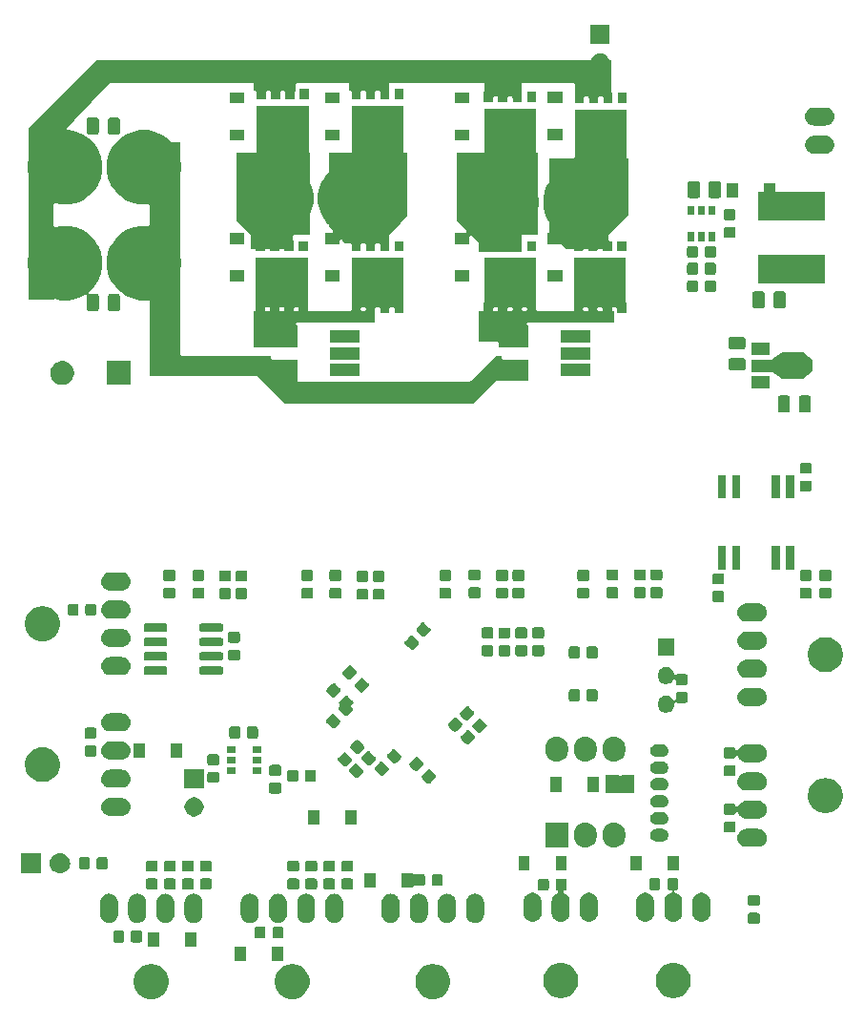
<source format=gbr>
G04 #@! TF.GenerationSoftware,KiCad,Pcbnew,(5.1.4)-1*
G04 #@! TF.CreationDate,2019-11-04T15:23:58+09:00*
G04 #@! TF.ProjectId,MD_Enbarr_x2,4d445f45-6e62-4617-9272-5f78322e6b69,rev?*
G04 #@! TF.SameCoordinates,Original*
G04 #@! TF.FileFunction,Soldermask,Bot*
G04 #@! TF.FilePolarity,Negative*
%FSLAX46Y46*%
G04 Gerber Fmt 4.6, Leading zero omitted, Abs format (unit mm)*
G04 Created by KiCad (PCBNEW (5.1.4)-1) date 2019-11-04 15:23:58*
%MOMM*%
%LPD*%
G04 APERTURE LIST*
%ADD10C,0.100000*%
G04 APERTURE END LIST*
D10*
G36*
X85202585Y-134728802D02*
G01*
X85352410Y-134758604D01*
X85634674Y-134875521D01*
X85888705Y-135045259D01*
X86104741Y-135261295D01*
X86274479Y-135515326D01*
X86391396Y-135797590D01*
X86451000Y-136097240D01*
X86451000Y-136402760D01*
X86391396Y-136702410D01*
X86274479Y-136984674D01*
X86104741Y-137238705D01*
X85888705Y-137454741D01*
X85634674Y-137624479D01*
X85352410Y-137741396D01*
X85202585Y-137771198D01*
X85052761Y-137801000D01*
X84747239Y-137801000D01*
X84597415Y-137771198D01*
X84447590Y-137741396D01*
X84165326Y-137624479D01*
X83911295Y-137454741D01*
X83695259Y-137238705D01*
X83525521Y-136984674D01*
X83408604Y-136702410D01*
X83349000Y-136402760D01*
X83349000Y-136097240D01*
X83408604Y-135797590D01*
X83525521Y-135515326D01*
X83695259Y-135261295D01*
X83911295Y-135045259D01*
X84165326Y-134875521D01*
X84447590Y-134758604D01*
X84597415Y-134728802D01*
X84747239Y-134699000D01*
X85052761Y-134699000D01*
X85202585Y-134728802D01*
X85202585Y-134728802D01*
G37*
G36*
X97702585Y-134728802D02*
G01*
X97852410Y-134758604D01*
X98134674Y-134875521D01*
X98388705Y-135045259D01*
X98604741Y-135261295D01*
X98774479Y-135515326D01*
X98891396Y-135797590D01*
X98951000Y-136097240D01*
X98951000Y-136402760D01*
X98891396Y-136702410D01*
X98774479Y-136984674D01*
X98604741Y-137238705D01*
X98388705Y-137454741D01*
X98134674Y-137624479D01*
X97852410Y-137741396D01*
X97702585Y-137771198D01*
X97552761Y-137801000D01*
X97247239Y-137801000D01*
X97097415Y-137771198D01*
X96947590Y-137741396D01*
X96665326Y-137624479D01*
X96411295Y-137454741D01*
X96195259Y-137238705D01*
X96025521Y-136984674D01*
X95908604Y-136702410D01*
X95849000Y-136402760D01*
X95849000Y-136097240D01*
X95908604Y-135797590D01*
X96025521Y-135515326D01*
X96195259Y-135261295D01*
X96411295Y-135045259D01*
X96665326Y-134875521D01*
X96947590Y-134758604D01*
X97097415Y-134728802D01*
X97247239Y-134699000D01*
X97552761Y-134699000D01*
X97702585Y-134728802D01*
X97702585Y-134728802D01*
G37*
G36*
X110202585Y-134728802D02*
G01*
X110352410Y-134758604D01*
X110634674Y-134875521D01*
X110888705Y-135045259D01*
X111104741Y-135261295D01*
X111274479Y-135515326D01*
X111391396Y-135797590D01*
X111451000Y-136097240D01*
X111451000Y-136402760D01*
X111391396Y-136702410D01*
X111274479Y-136984674D01*
X111104741Y-137238705D01*
X110888705Y-137454741D01*
X110634674Y-137624479D01*
X110352410Y-137741396D01*
X110202585Y-137771198D01*
X110052761Y-137801000D01*
X109747239Y-137801000D01*
X109597415Y-137771198D01*
X109447590Y-137741396D01*
X109165326Y-137624479D01*
X108911295Y-137454741D01*
X108695259Y-137238705D01*
X108525521Y-136984674D01*
X108408604Y-136702410D01*
X108349000Y-136402760D01*
X108349000Y-136097240D01*
X108408604Y-135797590D01*
X108525521Y-135515326D01*
X108695259Y-135261295D01*
X108911295Y-135045259D01*
X109165326Y-134875521D01*
X109447590Y-134758604D01*
X109597415Y-134728802D01*
X109747239Y-134699000D01*
X110052761Y-134699000D01*
X110202585Y-134728802D01*
X110202585Y-134728802D01*
G37*
G36*
X131552585Y-134628802D02*
G01*
X131702410Y-134658604D01*
X131984674Y-134775521D01*
X132238705Y-134945259D01*
X132454741Y-135161295D01*
X132624479Y-135415326D01*
X132741396Y-135697590D01*
X132801000Y-135997240D01*
X132801000Y-136302760D01*
X132741396Y-136602410D01*
X132624479Y-136884674D01*
X132454741Y-137138705D01*
X132238705Y-137354741D01*
X131984674Y-137524479D01*
X131702410Y-137641396D01*
X131552585Y-137671198D01*
X131402761Y-137701000D01*
X131097239Y-137701000D01*
X130947415Y-137671198D01*
X130797590Y-137641396D01*
X130515326Y-137524479D01*
X130261295Y-137354741D01*
X130045259Y-137138705D01*
X129875521Y-136884674D01*
X129758604Y-136602410D01*
X129699000Y-136302760D01*
X129699000Y-135997240D01*
X129758604Y-135697590D01*
X129875521Y-135415326D01*
X130045259Y-135161295D01*
X130261295Y-134945259D01*
X130515326Y-134775521D01*
X130797590Y-134658604D01*
X130947415Y-134628802D01*
X131097239Y-134599000D01*
X131402761Y-134599000D01*
X131552585Y-134628802D01*
X131552585Y-134628802D01*
G37*
G36*
X121552585Y-134628802D02*
G01*
X121702410Y-134658604D01*
X121984674Y-134775521D01*
X122238705Y-134945259D01*
X122454741Y-135161295D01*
X122624479Y-135415326D01*
X122741396Y-135697590D01*
X122801000Y-135997240D01*
X122801000Y-136302760D01*
X122741396Y-136602410D01*
X122624479Y-136884674D01*
X122454741Y-137138705D01*
X122238705Y-137354741D01*
X121984674Y-137524479D01*
X121702410Y-137641396D01*
X121552585Y-137671198D01*
X121402761Y-137701000D01*
X121097239Y-137701000D01*
X120947415Y-137671198D01*
X120797590Y-137641396D01*
X120515326Y-137524479D01*
X120261295Y-137354741D01*
X120045259Y-137138705D01*
X119875521Y-136884674D01*
X119758604Y-136602410D01*
X119699000Y-136302760D01*
X119699000Y-135997240D01*
X119758604Y-135697590D01*
X119875521Y-135415326D01*
X120045259Y-135161295D01*
X120261295Y-134945259D01*
X120515326Y-134775521D01*
X120797590Y-134658604D01*
X120947415Y-134628802D01*
X121097239Y-134599000D01*
X121402761Y-134599000D01*
X121552585Y-134628802D01*
X121552585Y-134628802D01*
G37*
G36*
X93301000Y-134451000D02*
G01*
X92299000Y-134451000D01*
X92299000Y-133149000D01*
X93301000Y-133149000D01*
X93301000Y-134451000D01*
X93301000Y-134451000D01*
G37*
G36*
X96601000Y-134451000D02*
G01*
X95599000Y-134451000D01*
X95599000Y-133149000D01*
X96601000Y-133149000D01*
X96601000Y-134451000D01*
X96601000Y-134451000D01*
G37*
G36*
X85601000Y-133151000D02*
G01*
X84599000Y-133151000D01*
X84599000Y-131849000D01*
X85601000Y-131849000D01*
X85601000Y-133151000D01*
X85601000Y-133151000D01*
G37*
G36*
X88901000Y-133151000D02*
G01*
X87899000Y-133151000D01*
X87899000Y-131849000D01*
X88901000Y-131849000D01*
X88901000Y-133151000D01*
X88901000Y-133151000D01*
G37*
G36*
X82354591Y-131728085D02*
G01*
X82388569Y-131738393D01*
X82419890Y-131755134D01*
X82447339Y-131777661D01*
X82469866Y-131805110D01*
X82486607Y-131836431D01*
X82496915Y-131870409D01*
X82501000Y-131911890D01*
X82501000Y-132588110D01*
X82496915Y-132629591D01*
X82486607Y-132663569D01*
X82469866Y-132694890D01*
X82447339Y-132722339D01*
X82419890Y-132744866D01*
X82388569Y-132761607D01*
X82354591Y-132771915D01*
X82313110Y-132776000D01*
X81711890Y-132776000D01*
X81670409Y-132771915D01*
X81636431Y-132761607D01*
X81605110Y-132744866D01*
X81577661Y-132722339D01*
X81555134Y-132694890D01*
X81538393Y-132663569D01*
X81528085Y-132629591D01*
X81524000Y-132588110D01*
X81524000Y-131911890D01*
X81528085Y-131870409D01*
X81538393Y-131836431D01*
X81555134Y-131805110D01*
X81577661Y-131777661D01*
X81605110Y-131755134D01*
X81636431Y-131738393D01*
X81670409Y-131728085D01*
X81711890Y-131724000D01*
X82313110Y-131724000D01*
X82354591Y-131728085D01*
X82354591Y-131728085D01*
G37*
G36*
X83929591Y-131728085D02*
G01*
X83963569Y-131738393D01*
X83994890Y-131755134D01*
X84022339Y-131777661D01*
X84044866Y-131805110D01*
X84061607Y-131836431D01*
X84071915Y-131870409D01*
X84076000Y-131911890D01*
X84076000Y-132588110D01*
X84071915Y-132629591D01*
X84061607Y-132663569D01*
X84044866Y-132694890D01*
X84022339Y-132722339D01*
X83994890Y-132744866D01*
X83963569Y-132761607D01*
X83929591Y-132771915D01*
X83888110Y-132776000D01*
X83286890Y-132776000D01*
X83245409Y-132771915D01*
X83211431Y-132761607D01*
X83180110Y-132744866D01*
X83152661Y-132722339D01*
X83130134Y-132694890D01*
X83113393Y-132663569D01*
X83103085Y-132629591D01*
X83099000Y-132588110D01*
X83099000Y-131911890D01*
X83103085Y-131870409D01*
X83113393Y-131836431D01*
X83130134Y-131805110D01*
X83152661Y-131777661D01*
X83180110Y-131755134D01*
X83211431Y-131738393D01*
X83245409Y-131728085D01*
X83286890Y-131724000D01*
X83888110Y-131724000D01*
X83929591Y-131728085D01*
X83929591Y-131728085D01*
G37*
G36*
X94904591Y-131378085D02*
G01*
X94938569Y-131388393D01*
X94969890Y-131405134D01*
X94997339Y-131427661D01*
X95019866Y-131455110D01*
X95036607Y-131486431D01*
X95046915Y-131520409D01*
X95051000Y-131561890D01*
X95051000Y-132238110D01*
X95046915Y-132279591D01*
X95036607Y-132313569D01*
X95019866Y-132344890D01*
X94997339Y-132372339D01*
X94969890Y-132394866D01*
X94938569Y-132411607D01*
X94904591Y-132421915D01*
X94863110Y-132426000D01*
X94261890Y-132426000D01*
X94220409Y-132421915D01*
X94186431Y-132411607D01*
X94155110Y-132394866D01*
X94127661Y-132372339D01*
X94105134Y-132344890D01*
X94088393Y-132313569D01*
X94078085Y-132279591D01*
X94074000Y-132238110D01*
X94074000Y-131561890D01*
X94078085Y-131520409D01*
X94088393Y-131486431D01*
X94105134Y-131455110D01*
X94127661Y-131427661D01*
X94155110Y-131405134D01*
X94186431Y-131388393D01*
X94220409Y-131378085D01*
X94261890Y-131374000D01*
X94863110Y-131374000D01*
X94904591Y-131378085D01*
X94904591Y-131378085D01*
G37*
G36*
X96479591Y-131378085D02*
G01*
X96513569Y-131388393D01*
X96544890Y-131405134D01*
X96572339Y-131427661D01*
X96594866Y-131455110D01*
X96611607Y-131486431D01*
X96621915Y-131520409D01*
X96626000Y-131561890D01*
X96626000Y-132238110D01*
X96621915Y-132279591D01*
X96611607Y-132313569D01*
X96594866Y-132344890D01*
X96572339Y-132372339D01*
X96544890Y-132394866D01*
X96513569Y-132411607D01*
X96479591Y-132421915D01*
X96438110Y-132426000D01*
X95836890Y-132426000D01*
X95795409Y-132421915D01*
X95761431Y-132411607D01*
X95730110Y-132394866D01*
X95702661Y-132372339D01*
X95680134Y-132344890D01*
X95663393Y-132313569D01*
X95653085Y-132279591D01*
X95649000Y-132238110D01*
X95649000Y-131561890D01*
X95653085Y-131520409D01*
X95663393Y-131486431D01*
X95680134Y-131455110D01*
X95702661Y-131427661D01*
X95730110Y-131405134D01*
X95761431Y-131388393D01*
X95795409Y-131378085D01*
X95836890Y-131374000D01*
X96438110Y-131374000D01*
X96479591Y-131378085D01*
X96479591Y-131378085D01*
G37*
G36*
X138779591Y-130153085D02*
G01*
X138813569Y-130163393D01*
X138844890Y-130180134D01*
X138872339Y-130202661D01*
X138894866Y-130230110D01*
X138911607Y-130261431D01*
X138921915Y-130295409D01*
X138926000Y-130336890D01*
X138926000Y-130938110D01*
X138921915Y-130979591D01*
X138911607Y-131013569D01*
X138894866Y-131044890D01*
X138872339Y-131072339D01*
X138844890Y-131094866D01*
X138813569Y-131111607D01*
X138779591Y-131121915D01*
X138738110Y-131126000D01*
X138061890Y-131126000D01*
X138020409Y-131121915D01*
X137986431Y-131111607D01*
X137955110Y-131094866D01*
X137927661Y-131072339D01*
X137905134Y-131044890D01*
X137888393Y-131013569D01*
X137878085Y-130979591D01*
X137874000Y-130938110D01*
X137874000Y-130336890D01*
X137878085Y-130295409D01*
X137888393Y-130261431D01*
X137905134Y-130230110D01*
X137927661Y-130202661D01*
X137955110Y-130180134D01*
X137986431Y-130163393D01*
X138020409Y-130153085D01*
X138061890Y-130149000D01*
X138738110Y-130149000D01*
X138779591Y-130153085D01*
X138779591Y-130153085D01*
G37*
G36*
X81307022Y-128460590D02*
G01*
X81407681Y-128491125D01*
X81458012Y-128506392D01*
X81584496Y-128574000D01*
X81597164Y-128580771D01*
X81719133Y-128680867D01*
X81737162Y-128702836D01*
X81819229Y-128802835D01*
X81893608Y-128941987D01*
X81908875Y-128992318D01*
X81939410Y-129092977D01*
X81951000Y-129210655D01*
X81951000Y-130289345D01*
X81939410Y-130407023D01*
X81923942Y-130458013D01*
X81893608Y-130558013D01*
X81819229Y-130697165D01*
X81719133Y-130819133D01*
X81597165Y-130919229D01*
X81458013Y-130993608D01*
X81407682Y-131008875D01*
X81307023Y-131039410D01*
X81150000Y-131054875D01*
X80992978Y-131039410D01*
X80892319Y-131008875D01*
X80841988Y-130993608D01*
X80702836Y-130919229D01*
X80580868Y-130819133D01*
X80480772Y-130697165D01*
X80406393Y-130558013D01*
X80376059Y-130458013D01*
X80360591Y-130407023D01*
X80349001Y-130289345D01*
X80349000Y-129210656D01*
X80360590Y-129092978D01*
X80406392Y-128941989D01*
X80406392Y-128941988D01*
X80480771Y-128802836D01*
X80514374Y-128761890D01*
X80580867Y-128680867D01*
X80702835Y-128580771D01*
X80715503Y-128574000D01*
X80841987Y-128506392D01*
X80892318Y-128491125D01*
X80992977Y-128460590D01*
X81150000Y-128445125D01*
X81307022Y-128460590D01*
X81307022Y-128460590D01*
G37*
G36*
X113807022Y-128460590D02*
G01*
X113907681Y-128491125D01*
X113958012Y-128506392D01*
X114084496Y-128574000D01*
X114097164Y-128580771D01*
X114219133Y-128680867D01*
X114237162Y-128702836D01*
X114319229Y-128802835D01*
X114393608Y-128941987D01*
X114408875Y-128992318D01*
X114439410Y-129092977D01*
X114451000Y-129210655D01*
X114451000Y-130289345D01*
X114439410Y-130407023D01*
X114423942Y-130458013D01*
X114393608Y-130558013D01*
X114319229Y-130697165D01*
X114219133Y-130819133D01*
X114097165Y-130919229D01*
X113958013Y-130993608D01*
X113907682Y-131008875D01*
X113807023Y-131039410D01*
X113650000Y-131054875D01*
X113492978Y-131039410D01*
X113392319Y-131008875D01*
X113341988Y-130993608D01*
X113202836Y-130919229D01*
X113080868Y-130819133D01*
X112980772Y-130697165D01*
X112906393Y-130558013D01*
X112876059Y-130458013D01*
X112860591Y-130407023D01*
X112849001Y-130289345D01*
X112849000Y-129210656D01*
X112860590Y-129092978D01*
X112906392Y-128941989D01*
X112906392Y-128941988D01*
X112980771Y-128802836D01*
X113014374Y-128761890D01*
X113080867Y-128680867D01*
X113202835Y-128580771D01*
X113215503Y-128574000D01*
X113341987Y-128506392D01*
X113392318Y-128491125D01*
X113492977Y-128460590D01*
X113650000Y-128445125D01*
X113807022Y-128460590D01*
X113807022Y-128460590D01*
G37*
G36*
X111307022Y-128460590D02*
G01*
X111407681Y-128491125D01*
X111458012Y-128506392D01*
X111584496Y-128574000D01*
X111597164Y-128580771D01*
X111719133Y-128680867D01*
X111737162Y-128702836D01*
X111819229Y-128802835D01*
X111893608Y-128941987D01*
X111908875Y-128992318D01*
X111939410Y-129092977D01*
X111951000Y-129210655D01*
X111951000Y-130289345D01*
X111939410Y-130407023D01*
X111923942Y-130458013D01*
X111893608Y-130558013D01*
X111819229Y-130697165D01*
X111719133Y-130819133D01*
X111597165Y-130919229D01*
X111458013Y-130993608D01*
X111407682Y-131008875D01*
X111307023Y-131039410D01*
X111150000Y-131054875D01*
X110992978Y-131039410D01*
X110892319Y-131008875D01*
X110841988Y-130993608D01*
X110702836Y-130919229D01*
X110580868Y-130819133D01*
X110480772Y-130697165D01*
X110406393Y-130558013D01*
X110376059Y-130458013D01*
X110360591Y-130407023D01*
X110349001Y-130289345D01*
X110349000Y-129210656D01*
X110360590Y-129092978D01*
X110406392Y-128941989D01*
X110406392Y-128941988D01*
X110480771Y-128802836D01*
X110514374Y-128761890D01*
X110580867Y-128680867D01*
X110702835Y-128580771D01*
X110715503Y-128574000D01*
X110841987Y-128506392D01*
X110892318Y-128491125D01*
X110992977Y-128460590D01*
X111150000Y-128445125D01*
X111307022Y-128460590D01*
X111307022Y-128460590D01*
G37*
G36*
X108807022Y-128460590D02*
G01*
X108907681Y-128491125D01*
X108958012Y-128506392D01*
X109084496Y-128574000D01*
X109097164Y-128580771D01*
X109219133Y-128680867D01*
X109237162Y-128702836D01*
X109319229Y-128802835D01*
X109393608Y-128941987D01*
X109408875Y-128992318D01*
X109439410Y-129092977D01*
X109451000Y-129210655D01*
X109451000Y-130289345D01*
X109439410Y-130407023D01*
X109423942Y-130458013D01*
X109393608Y-130558013D01*
X109319229Y-130697165D01*
X109219133Y-130819133D01*
X109097165Y-130919229D01*
X108958013Y-130993608D01*
X108907682Y-131008875D01*
X108807023Y-131039410D01*
X108650000Y-131054875D01*
X108492978Y-131039410D01*
X108392319Y-131008875D01*
X108341988Y-130993608D01*
X108202836Y-130919229D01*
X108080868Y-130819133D01*
X107980772Y-130697165D01*
X107906393Y-130558013D01*
X107876059Y-130458013D01*
X107860591Y-130407023D01*
X107849001Y-130289345D01*
X107849000Y-129210656D01*
X107860590Y-129092978D01*
X107906392Y-128941989D01*
X107906392Y-128941988D01*
X107980771Y-128802836D01*
X108014374Y-128761890D01*
X108080867Y-128680867D01*
X108202835Y-128580771D01*
X108215503Y-128574000D01*
X108341987Y-128506392D01*
X108392318Y-128491125D01*
X108492977Y-128460590D01*
X108650000Y-128445125D01*
X108807022Y-128460590D01*
X108807022Y-128460590D01*
G37*
G36*
X106307022Y-128460590D02*
G01*
X106407681Y-128491125D01*
X106458012Y-128506392D01*
X106584496Y-128574000D01*
X106597164Y-128580771D01*
X106719133Y-128680867D01*
X106737162Y-128702836D01*
X106819229Y-128802835D01*
X106893608Y-128941987D01*
X106908875Y-128992318D01*
X106939410Y-129092977D01*
X106951000Y-129210655D01*
X106951000Y-130289345D01*
X106939410Y-130407023D01*
X106923942Y-130458013D01*
X106893608Y-130558013D01*
X106819229Y-130697165D01*
X106719133Y-130819133D01*
X106597165Y-130919229D01*
X106458013Y-130993608D01*
X106407682Y-131008875D01*
X106307023Y-131039410D01*
X106150000Y-131054875D01*
X105992978Y-131039410D01*
X105892319Y-131008875D01*
X105841988Y-130993608D01*
X105702836Y-130919229D01*
X105580868Y-130819133D01*
X105480772Y-130697165D01*
X105406393Y-130558013D01*
X105376059Y-130458013D01*
X105360591Y-130407023D01*
X105349001Y-130289345D01*
X105349000Y-129210656D01*
X105360590Y-129092978D01*
X105406392Y-128941989D01*
X105406392Y-128941988D01*
X105480771Y-128802836D01*
X105514374Y-128761890D01*
X105580867Y-128680867D01*
X105702835Y-128580771D01*
X105715503Y-128574000D01*
X105841987Y-128506392D01*
X105892318Y-128491125D01*
X105992977Y-128460590D01*
X106150000Y-128445125D01*
X106307022Y-128460590D01*
X106307022Y-128460590D01*
G37*
G36*
X93807022Y-128460590D02*
G01*
X93907681Y-128491125D01*
X93958012Y-128506392D01*
X94084496Y-128574000D01*
X94097164Y-128580771D01*
X94219133Y-128680867D01*
X94237162Y-128702836D01*
X94319229Y-128802835D01*
X94393608Y-128941987D01*
X94408875Y-128992318D01*
X94439410Y-129092977D01*
X94451000Y-129210655D01*
X94451000Y-130289345D01*
X94439410Y-130407023D01*
X94423942Y-130458013D01*
X94393608Y-130558013D01*
X94319229Y-130697165D01*
X94219133Y-130819133D01*
X94097165Y-130919229D01*
X93958013Y-130993608D01*
X93907682Y-131008875D01*
X93807023Y-131039410D01*
X93650000Y-131054875D01*
X93492978Y-131039410D01*
X93392319Y-131008875D01*
X93341988Y-130993608D01*
X93202836Y-130919229D01*
X93080868Y-130819133D01*
X92980772Y-130697165D01*
X92906393Y-130558013D01*
X92876059Y-130458013D01*
X92860591Y-130407023D01*
X92849001Y-130289345D01*
X92849000Y-129210656D01*
X92860590Y-129092978D01*
X92906392Y-128941989D01*
X92906392Y-128941988D01*
X92980771Y-128802836D01*
X93014374Y-128761890D01*
X93080867Y-128680867D01*
X93202835Y-128580771D01*
X93215503Y-128574000D01*
X93341987Y-128506392D01*
X93392318Y-128491125D01*
X93492977Y-128460590D01*
X93650000Y-128445125D01*
X93807022Y-128460590D01*
X93807022Y-128460590D01*
G37*
G36*
X98807022Y-128460590D02*
G01*
X98907681Y-128491125D01*
X98958012Y-128506392D01*
X99084496Y-128574000D01*
X99097164Y-128580771D01*
X99219133Y-128680867D01*
X99237162Y-128702836D01*
X99319229Y-128802835D01*
X99393608Y-128941987D01*
X99408875Y-128992318D01*
X99439410Y-129092977D01*
X99451000Y-129210655D01*
X99451000Y-130289345D01*
X99439410Y-130407023D01*
X99423942Y-130458013D01*
X99393608Y-130558013D01*
X99319229Y-130697165D01*
X99219133Y-130819133D01*
X99097165Y-130919229D01*
X98958013Y-130993608D01*
X98907682Y-131008875D01*
X98807023Y-131039410D01*
X98650000Y-131054875D01*
X98492978Y-131039410D01*
X98392319Y-131008875D01*
X98341988Y-130993608D01*
X98202836Y-130919229D01*
X98080868Y-130819133D01*
X97980772Y-130697165D01*
X97906393Y-130558013D01*
X97876059Y-130458013D01*
X97860591Y-130407023D01*
X97849001Y-130289345D01*
X97849000Y-129210656D01*
X97860590Y-129092978D01*
X97906392Y-128941989D01*
X97906392Y-128941988D01*
X97980771Y-128802836D01*
X98014374Y-128761890D01*
X98080867Y-128680867D01*
X98202835Y-128580771D01*
X98215503Y-128574000D01*
X98341987Y-128506392D01*
X98392318Y-128491125D01*
X98492977Y-128460590D01*
X98650000Y-128445125D01*
X98807022Y-128460590D01*
X98807022Y-128460590D01*
G37*
G36*
X88807022Y-128460590D02*
G01*
X88907681Y-128491125D01*
X88958012Y-128506392D01*
X89084496Y-128574000D01*
X89097164Y-128580771D01*
X89219133Y-128680867D01*
X89237162Y-128702836D01*
X89319229Y-128802835D01*
X89393608Y-128941987D01*
X89408875Y-128992318D01*
X89439410Y-129092977D01*
X89451000Y-129210655D01*
X89451000Y-130289345D01*
X89439410Y-130407023D01*
X89423942Y-130458013D01*
X89393608Y-130558013D01*
X89319229Y-130697165D01*
X89219133Y-130819133D01*
X89097165Y-130919229D01*
X88958013Y-130993608D01*
X88907682Y-131008875D01*
X88807023Y-131039410D01*
X88650000Y-131054875D01*
X88492978Y-131039410D01*
X88392319Y-131008875D01*
X88341988Y-130993608D01*
X88202836Y-130919229D01*
X88080868Y-130819133D01*
X87980772Y-130697165D01*
X87906393Y-130558013D01*
X87876059Y-130458013D01*
X87860591Y-130407023D01*
X87849001Y-130289345D01*
X87849000Y-129210656D01*
X87860590Y-129092978D01*
X87906392Y-128941989D01*
X87906392Y-128941988D01*
X87980771Y-128802836D01*
X88014374Y-128761890D01*
X88080867Y-128680867D01*
X88202835Y-128580771D01*
X88215503Y-128574000D01*
X88341987Y-128506392D01*
X88392318Y-128491125D01*
X88492977Y-128460590D01*
X88650000Y-128445125D01*
X88807022Y-128460590D01*
X88807022Y-128460590D01*
G37*
G36*
X86307022Y-128460590D02*
G01*
X86407681Y-128491125D01*
X86458012Y-128506392D01*
X86584496Y-128574000D01*
X86597164Y-128580771D01*
X86719133Y-128680867D01*
X86737162Y-128702836D01*
X86819229Y-128802835D01*
X86893608Y-128941987D01*
X86908875Y-128992318D01*
X86939410Y-129092977D01*
X86951000Y-129210655D01*
X86951000Y-130289345D01*
X86939410Y-130407023D01*
X86923942Y-130458013D01*
X86893608Y-130558013D01*
X86819229Y-130697165D01*
X86719133Y-130819133D01*
X86597165Y-130919229D01*
X86458013Y-130993608D01*
X86407682Y-131008875D01*
X86307023Y-131039410D01*
X86150000Y-131054875D01*
X85992978Y-131039410D01*
X85892319Y-131008875D01*
X85841988Y-130993608D01*
X85702836Y-130919229D01*
X85580868Y-130819133D01*
X85480772Y-130697165D01*
X85406393Y-130558013D01*
X85376059Y-130458013D01*
X85360591Y-130407023D01*
X85349001Y-130289345D01*
X85349000Y-129210656D01*
X85360590Y-129092978D01*
X85406392Y-128941989D01*
X85406392Y-128941988D01*
X85480771Y-128802836D01*
X85514374Y-128761890D01*
X85580867Y-128680867D01*
X85702835Y-128580771D01*
X85715503Y-128574000D01*
X85841987Y-128506392D01*
X85892318Y-128491125D01*
X85992977Y-128460590D01*
X86150000Y-128445125D01*
X86307022Y-128460590D01*
X86307022Y-128460590D01*
G37*
G36*
X83807022Y-128460590D02*
G01*
X83907681Y-128491125D01*
X83958012Y-128506392D01*
X84084496Y-128574000D01*
X84097164Y-128580771D01*
X84219133Y-128680867D01*
X84237162Y-128702836D01*
X84319229Y-128802835D01*
X84393608Y-128941987D01*
X84408875Y-128992318D01*
X84439410Y-129092977D01*
X84451000Y-129210655D01*
X84451000Y-130289345D01*
X84439410Y-130407023D01*
X84423942Y-130458013D01*
X84393608Y-130558013D01*
X84319229Y-130697165D01*
X84219133Y-130819133D01*
X84097165Y-130919229D01*
X83958013Y-130993608D01*
X83907682Y-131008875D01*
X83807023Y-131039410D01*
X83650000Y-131054875D01*
X83492978Y-131039410D01*
X83392319Y-131008875D01*
X83341988Y-130993608D01*
X83202836Y-130919229D01*
X83080868Y-130819133D01*
X82980772Y-130697165D01*
X82906393Y-130558013D01*
X82876059Y-130458013D01*
X82860591Y-130407023D01*
X82849001Y-130289345D01*
X82849000Y-129210656D01*
X82860590Y-129092978D01*
X82906392Y-128941989D01*
X82906392Y-128941988D01*
X82980771Y-128802836D01*
X83014374Y-128761890D01*
X83080867Y-128680867D01*
X83202835Y-128580771D01*
X83215503Y-128574000D01*
X83341987Y-128506392D01*
X83392318Y-128491125D01*
X83492977Y-128460590D01*
X83650000Y-128445125D01*
X83807022Y-128460590D01*
X83807022Y-128460590D01*
G37*
G36*
X101307022Y-128460590D02*
G01*
X101407681Y-128491125D01*
X101458012Y-128506392D01*
X101584496Y-128574000D01*
X101597164Y-128580771D01*
X101719133Y-128680867D01*
X101737162Y-128702836D01*
X101819229Y-128802835D01*
X101893608Y-128941987D01*
X101908875Y-128992318D01*
X101939410Y-129092977D01*
X101951000Y-129210655D01*
X101951000Y-130289345D01*
X101939410Y-130407023D01*
X101923942Y-130458013D01*
X101893608Y-130558013D01*
X101819229Y-130697165D01*
X101719133Y-130819133D01*
X101597165Y-130919229D01*
X101458013Y-130993608D01*
X101407682Y-131008875D01*
X101307023Y-131039410D01*
X101150000Y-131054875D01*
X100992978Y-131039410D01*
X100892319Y-131008875D01*
X100841988Y-130993608D01*
X100702836Y-130919229D01*
X100580868Y-130819133D01*
X100480772Y-130697165D01*
X100406393Y-130558013D01*
X100376059Y-130458013D01*
X100360591Y-130407023D01*
X100349001Y-130289345D01*
X100349000Y-129210656D01*
X100360590Y-129092978D01*
X100406392Y-128941989D01*
X100406392Y-128941988D01*
X100480771Y-128802836D01*
X100514374Y-128761890D01*
X100580867Y-128680867D01*
X100702835Y-128580771D01*
X100715503Y-128574000D01*
X100841987Y-128506392D01*
X100892318Y-128491125D01*
X100992977Y-128460590D01*
X101150000Y-128445125D01*
X101307022Y-128460590D01*
X101307022Y-128460590D01*
G37*
G36*
X96307022Y-128460590D02*
G01*
X96407681Y-128491125D01*
X96458012Y-128506392D01*
X96584496Y-128574000D01*
X96597164Y-128580771D01*
X96719133Y-128680867D01*
X96737162Y-128702836D01*
X96819229Y-128802835D01*
X96893608Y-128941987D01*
X96908875Y-128992318D01*
X96939410Y-129092977D01*
X96951000Y-129210655D01*
X96951000Y-130289345D01*
X96939410Y-130407023D01*
X96923942Y-130458013D01*
X96893608Y-130558013D01*
X96819229Y-130697165D01*
X96719133Y-130819133D01*
X96597165Y-130919229D01*
X96458013Y-130993608D01*
X96407682Y-131008875D01*
X96307023Y-131039410D01*
X96150000Y-131054875D01*
X95992978Y-131039410D01*
X95892319Y-131008875D01*
X95841988Y-130993608D01*
X95702836Y-130919229D01*
X95580868Y-130819133D01*
X95480772Y-130697165D01*
X95406393Y-130558013D01*
X95376059Y-130458013D01*
X95360591Y-130407023D01*
X95349001Y-130289345D01*
X95349000Y-129210656D01*
X95360590Y-129092978D01*
X95406392Y-128941989D01*
X95406392Y-128941988D01*
X95480771Y-128802836D01*
X95514374Y-128761890D01*
X95580867Y-128680867D01*
X95702835Y-128580771D01*
X95715503Y-128574000D01*
X95841987Y-128506392D01*
X95892318Y-128491125D01*
X95992977Y-128460590D01*
X96150000Y-128445125D01*
X96307022Y-128460590D01*
X96307022Y-128460590D01*
G37*
G36*
X128907022Y-128360590D02*
G01*
X128988338Y-128385257D01*
X129058012Y-128406392D01*
X129159408Y-128460590D01*
X129197164Y-128480771D01*
X129319133Y-128580867D01*
X129380062Y-128655110D01*
X129419229Y-128702835D01*
X129493608Y-128841987D01*
X129508875Y-128892318D01*
X129539410Y-128992977D01*
X129551000Y-129110655D01*
X129551000Y-130189345D01*
X129539410Y-130307023D01*
X129530350Y-130336890D01*
X129493608Y-130458013D01*
X129419229Y-130597165D01*
X129319133Y-130719133D01*
X129197165Y-130819229D01*
X129058013Y-130893608D01*
X129007682Y-130908875D01*
X128907023Y-130939410D01*
X128750000Y-130954875D01*
X128592978Y-130939410D01*
X128492319Y-130908875D01*
X128441988Y-130893608D01*
X128302836Y-130819229D01*
X128180868Y-130719133D01*
X128080772Y-130597165D01*
X128006393Y-130458013D01*
X127969651Y-130336890D01*
X127960591Y-130307023D01*
X127949001Y-130189345D01*
X127949000Y-129110656D01*
X127960590Y-128992978D01*
X128006392Y-128841989D01*
X128006392Y-128841988D01*
X128080771Y-128702836D01*
X128094234Y-128686431D01*
X128180867Y-128580867D01*
X128302835Y-128480771D01*
X128340591Y-128460590D01*
X128441987Y-128406392D01*
X128511661Y-128385257D01*
X128592977Y-128360590D01*
X128750000Y-128345125D01*
X128907022Y-128360590D01*
X128907022Y-128360590D01*
G37*
G36*
X121629591Y-127128085D02*
G01*
X121663569Y-127138393D01*
X121694890Y-127155134D01*
X121722339Y-127177661D01*
X121744866Y-127205110D01*
X121761607Y-127236431D01*
X121771915Y-127270409D01*
X121776000Y-127311890D01*
X121776000Y-127988110D01*
X121771915Y-128029591D01*
X121761607Y-128063569D01*
X121744866Y-128094890D01*
X121722339Y-128122339D01*
X121694890Y-128144866D01*
X121663569Y-128161607D01*
X121629591Y-128171915D01*
X121608811Y-128173961D01*
X121584778Y-128178741D01*
X121562139Y-128188118D01*
X121541765Y-128201732D01*
X121524437Y-128219058D01*
X121510823Y-128239433D01*
X121501446Y-128262071D01*
X121496665Y-128286105D01*
X121496665Y-128310609D01*
X121501445Y-128334642D01*
X121510822Y-128357281D01*
X121524436Y-128377655D01*
X121541762Y-128394983D01*
X121562137Y-128408597D01*
X121659408Y-128460590D01*
X121697164Y-128480771D01*
X121819133Y-128580867D01*
X121880062Y-128655110D01*
X121919229Y-128702835D01*
X121993608Y-128841987D01*
X122008875Y-128892318D01*
X122039410Y-128992977D01*
X122051000Y-129110655D01*
X122051000Y-130189345D01*
X122039410Y-130307023D01*
X122030350Y-130336890D01*
X121993608Y-130458013D01*
X121919229Y-130597165D01*
X121819133Y-130719133D01*
X121697165Y-130819229D01*
X121558013Y-130893608D01*
X121507682Y-130908875D01*
X121407023Y-130939410D01*
X121250000Y-130954875D01*
X121092978Y-130939410D01*
X120992319Y-130908875D01*
X120941988Y-130893608D01*
X120802836Y-130819229D01*
X120680868Y-130719133D01*
X120580772Y-130597165D01*
X120506393Y-130458013D01*
X120469651Y-130336890D01*
X120460591Y-130307023D01*
X120449001Y-130189345D01*
X120449000Y-129110656D01*
X120460590Y-128992978D01*
X120506392Y-128841989D01*
X120506392Y-128841988D01*
X120580771Y-128702836D01*
X120594234Y-128686431D01*
X120680867Y-128580867D01*
X120802835Y-128480771D01*
X120840591Y-128460590D01*
X120947635Y-128403373D01*
X120958501Y-128398872D01*
X120978875Y-128385257D01*
X120996202Y-128367930D01*
X121009815Y-128347555D01*
X121019192Y-128324916D01*
X121023971Y-128300882D01*
X121023971Y-128276378D01*
X121019190Y-128252345D01*
X121009812Y-128229707D01*
X120996197Y-128209333D01*
X120978870Y-128192006D01*
X120958495Y-128178393D01*
X120935860Y-128169018D01*
X120911431Y-128161608D01*
X120880110Y-128144866D01*
X120852661Y-128122339D01*
X120830134Y-128094890D01*
X120813393Y-128063569D01*
X120803085Y-128029591D01*
X120799000Y-127988110D01*
X120799000Y-127311890D01*
X120803085Y-127270409D01*
X120813393Y-127236431D01*
X120830134Y-127205110D01*
X120852661Y-127177661D01*
X120880110Y-127155134D01*
X120911431Y-127138393D01*
X120945409Y-127128085D01*
X120986890Y-127124000D01*
X121588110Y-127124000D01*
X121629591Y-127128085D01*
X121629591Y-127128085D01*
G37*
G36*
X118907022Y-128360590D02*
G01*
X118988338Y-128385257D01*
X119058012Y-128406392D01*
X119159408Y-128460590D01*
X119197164Y-128480771D01*
X119319133Y-128580867D01*
X119380062Y-128655110D01*
X119419229Y-128702835D01*
X119493608Y-128841987D01*
X119508875Y-128892318D01*
X119539410Y-128992977D01*
X119551000Y-129110655D01*
X119551000Y-130189345D01*
X119539410Y-130307023D01*
X119530350Y-130336890D01*
X119493608Y-130458013D01*
X119419229Y-130597165D01*
X119319133Y-130719133D01*
X119197165Y-130819229D01*
X119058013Y-130893608D01*
X119007682Y-130908875D01*
X118907023Y-130939410D01*
X118750000Y-130954875D01*
X118592978Y-130939410D01*
X118492319Y-130908875D01*
X118441988Y-130893608D01*
X118302836Y-130819229D01*
X118180868Y-130719133D01*
X118080772Y-130597165D01*
X118006393Y-130458013D01*
X117969651Y-130336890D01*
X117960591Y-130307023D01*
X117949001Y-130189345D01*
X117949000Y-129110656D01*
X117960590Y-128992978D01*
X118006392Y-128841989D01*
X118006392Y-128841988D01*
X118080771Y-128702836D01*
X118094234Y-128686431D01*
X118180867Y-128580867D01*
X118302835Y-128480771D01*
X118340591Y-128460590D01*
X118441987Y-128406392D01*
X118511661Y-128385257D01*
X118592977Y-128360590D01*
X118750000Y-128345125D01*
X118907022Y-128360590D01*
X118907022Y-128360590D01*
G37*
G36*
X133907022Y-128360590D02*
G01*
X133988338Y-128385257D01*
X134058012Y-128406392D01*
X134159408Y-128460590D01*
X134197164Y-128480771D01*
X134319133Y-128580867D01*
X134380062Y-128655110D01*
X134419229Y-128702835D01*
X134493608Y-128841987D01*
X134508875Y-128892318D01*
X134539410Y-128992977D01*
X134551000Y-129110655D01*
X134551000Y-130189345D01*
X134539410Y-130307023D01*
X134530350Y-130336890D01*
X134493608Y-130458013D01*
X134419229Y-130597165D01*
X134319133Y-130719133D01*
X134197165Y-130819229D01*
X134058013Y-130893608D01*
X134007682Y-130908875D01*
X133907023Y-130939410D01*
X133750000Y-130954875D01*
X133592978Y-130939410D01*
X133492319Y-130908875D01*
X133441988Y-130893608D01*
X133302836Y-130819229D01*
X133180868Y-130719133D01*
X133080772Y-130597165D01*
X133006393Y-130458013D01*
X132969651Y-130336890D01*
X132960591Y-130307023D01*
X132949001Y-130189345D01*
X132949000Y-129110656D01*
X132960590Y-128992978D01*
X133006392Y-128841989D01*
X133006392Y-128841988D01*
X133080771Y-128702836D01*
X133094234Y-128686431D01*
X133180867Y-128580867D01*
X133302835Y-128480771D01*
X133340591Y-128460590D01*
X133441987Y-128406392D01*
X133511661Y-128385257D01*
X133592977Y-128360590D01*
X133750000Y-128345125D01*
X133907022Y-128360590D01*
X133907022Y-128360590D01*
G37*
G36*
X131529591Y-127078085D02*
G01*
X131563569Y-127088393D01*
X131594890Y-127105134D01*
X131622339Y-127127661D01*
X131644866Y-127155110D01*
X131661607Y-127186431D01*
X131671915Y-127220409D01*
X131676000Y-127261890D01*
X131676000Y-127938110D01*
X131671915Y-127979591D01*
X131661607Y-128013569D01*
X131644866Y-128044890D01*
X131622339Y-128072339D01*
X131594890Y-128094866D01*
X131563569Y-128111607D01*
X131529591Y-128121915D01*
X131488110Y-128126000D01*
X131476357Y-128126000D01*
X131451971Y-128128402D01*
X131428522Y-128135515D01*
X131406911Y-128147066D01*
X131387969Y-128162611D01*
X131372424Y-128181553D01*
X131360873Y-128203164D01*
X131353760Y-128226613D01*
X131351358Y-128250999D01*
X131353760Y-128275385D01*
X131360873Y-128298834D01*
X131372424Y-128320445D01*
X131387969Y-128339387D01*
X131406911Y-128354932D01*
X131428522Y-128366483D01*
X131440065Y-128370613D01*
X131488338Y-128385257D01*
X131558012Y-128406392D01*
X131659408Y-128460590D01*
X131697164Y-128480771D01*
X131819133Y-128580867D01*
X131880062Y-128655110D01*
X131919229Y-128702835D01*
X131993608Y-128841987D01*
X132008875Y-128892318D01*
X132039410Y-128992977D01*
X132051000Y-129110655D01*
X132051000Y-130189345D01*
X132039410Y-130307023D01*
X132030350Y-130336890D01*
X131993608Y-130458013D01*
X131919229Y-130597165D01*
X131819133Y-130719133D01*
X131697165Y-130819229D01*
X131558013Y-130893608D01*
X131507682Y-130908875D01*
X131407023Y-130939410D01*
X131250000Y-130954875D01*
X131092978Y-130939410D01*
X130992319Y-130908875D01*
X130941988Y-130893608D01*
X130802836Y-130819229D01*
X130680868Y-130719133D01*
X130580772Y-130597165D01*
X130506393Y-130458013D01*
X130469651Y-130336890D01*
X130460591Y-130307023D01*
X130449001Y-130189345D01*
X130449000Y-129110656D01*
X130460590Y-128992978D01*
X130506392Y-128841989D01*
X130506392Y-128841988D01*
X130580771Y-128702836D01*
X130594234Y-128686431D01*
X130680867Y-128580867D01*
X130802835Y-128480771D01*
X130840591Y-128460590D01*
X130941987Y-128406392D01*
X131011661Y-128385257D01*
X131059931Y-128370615D01*
X131082566Y-128361238D01*
X131102940Y-128347625D01*
X131120267Y-128330298D01*
X131133881Y-128309923D01*
X131143258Y-128287285D01*
X131148039Y-128263251D01*
X131148039Y-128238747D01*
X131143259Y-128214714D01*
X131133881Y-128192075D01*
X131120268Y-128171701D01*
X131102941Y-128154374D01*
X131082566Y-128140760D01*
X131059928Y-128131383D01*
X131035894Y-128126602D01*
X131023642Y-128126000D01*
X130886890Y-128126000D01*
X130845409Y-128121915D01*
X130811431Y-128111607D01*
X130780110Y-128094866D01*
X130752661Y-128072339D01*
X130730134Y-128044890D01*
X130713393Y-128013569D01*
X130703085Y-127979591D01*
X130699000Y-127938110D01*
X130699000Y-127261890D01*
X130703085Y-127220409D01*
X130713393Y-127186431D01*
X130730134Y-127155110D01*
X130752661Y-127127661D01*
X130780110Y-127105134D01*
X130811431Y-127088393D01*
X130845409Y-127078085D01*
X130886890Y-127074000D01*
X131488110Y-127074000D01*
X131529591Y-127078085D01*
X131529591Y-127078085D01*
G37*
G36*
X123907022Y-128360590D02*
G01*
X123988338Y-128385257D01*
X124058012Y-128406392D01*
X124159408Y-128460590D01*
X124197164Y-128480771D01*
X124319133Y-128580867D01*
X124380062Y-128655110D01*
X124419229Y-128702835D01*
X124493608Y-128841987D01*
X124508875Y-128892318D01*
X124539410Y-128992977D01*
X124551000Y-129110655D01*
X124551000Y-130189345D01*
X124539410Y-130307023D01*
X124530350Y-130336890D01*
X124493608Y-130458013D01*
X124419229Y-130597165D01*
X124319133Y-130719133D01*
X124197165Y-130819229D01*
X124058013Y-130893608D01*
X124007682Y-130908875D01*
X123907023Y-130939410D01*
X123750000Y-130954875D01*
X123592978Y-130939410D01*
X123492319Y-130908875D01*
X123441988Y-130893608D01*
X123302836Y-130819229D01*
X123180868Y-130719133D01*
X123080772Y-130597165D01*
X123006393Y-130458013D01*
X122969651Y-130336890D01*
X122960591Y-130307023D01*
X122949001Y-130189345D01*
X122949000Y-129110656D01*
X122960590Y-128992978D01*
X123006392Y-128841989D01*
X123006392Y-128841988D01*
X123080771Y-128702836D01*
X123094234Y-128686431D01*
X123180867Y-128580867D01*
X123302835Y-128480771D01*
X123340591Y-128460590D01*
X123441987Y-128406392D01*
X123511661Y-128385257D01*
X123592977Y-128360590D01*
X123750000Y-128345125D01*
X123907022Y-128360590D01*
X123907022Y-128360590D01*
G37*
G36*
X138779591Y-128578085D02*
G01*
X138813569Y-128588393D01*
X138844890Y-128605134D01*
X138872339Y-128627661D01*
X138894866Y-128655110D01*
X138911607Y-128686431D01*
X138921915Y-128720409D01*
X138926000Y-128761890D01*
X138926000Y-129363110D01*
X138921915Y-129404591D01*
X138911607Y-129438569D01*
X138894866Y-129469890D01*
X138872339Y-129497339D01*
X138844890Y-129519866D01*
X138813569Y-129536607D01*
X138779591Y-129546915D01*
X138738110Y-129551000D01*
X138061890Y-129551000D01*
X138020409Y-129546915D01*
X137986431Y-129536607D01*
X137955110Y-129519866D01*
X137927661Y-129497339D01*
X137905134Y-129469890D01*
X137888393Y-129438569D01*
X137878085Y-129404591D01*
X137874000Y-129363110D01*
X137874000Y-128761890D01*
X137878085Y-128720409D01*
X137888393Y-128686431D01*
X137905134Y-128655110D01*
X137927661Y-128627661D01*
X137955110Y-128605134D01*
X137986431Y-128588393D01*
X138020409Y-128578085D01*
X138061890Y-128574000D01*
X138738110Y-128574000D01*
X138779591Y-128578085D01*
X138779591Y-128578085D01*
G37*
G36*
X120054591Y-127128085D02*
G01*
X120088569Y-127138393D01*
X120119890Y-127155134D01*
X120147339Y-127177661D01*
X120169866Y-127205110D01*
X120186607Y-127236431D01*
X120196915Y-127270409D01*
X120201000Y-127311890D01*
X120201000Y-127988110D01*
X120196915Y-128029591D01*
X120186607Y-128063569D01*
X120169866Y-128094890D01*
X120147339Y-128122339D01*
X120119890Y-128144866D01*
X120088569Y-128161607D01*
X120054591Y-128171915D01*
X120013110Y-128176000D01*
X119411890Y-128176000D01*
X119370409Y-128171915D01*
X119336431Y-128161607D01*
X119305110Y-128144866D01*
X119277661Y-128122339D01*
X119255134Y-128094890D01*
X119238393Y-128063569D01*
X119228085Y-128029591D01*
X119224000Y-127988110D01*
X119224000Y-127311890D01*
X119228085Y-127270409D01*
X119238393Y-127236431D01*
X119255134Y-127205110D01*
X119277661Y-127177661D01*
X119305110Y-127155134D01*
X119336431Y-127138393D01*
X119370409Y-127128085D01*
X119411890Y-127124000D01*
X120013110Y-127124000D01*
X120054591Y-127128085D01*
X120054591Y-127128085D01*
G37*
G36*
X129954591Y-127078085D02*
G01*
X129988569Y-127088393D01*
X130019890Y-127105134D01*
X130047339Y-127127661D01*
X130069866Y-127155110D01*
X130086607Y-127186431D01*
X130096915Y-127220409D01*
X130101000Y-127261890D01*
X130101000Y-127938110D01*
X130096915Y-127979591D01*
X130086607Y-128013569D01*
X130069866Y-128044890D01*
X130047339Y-128072339D01*
X130019890Y-128094866D01*
X129988569Y-128111607D01*
X129954591Y-128121915D01*
X129913110Y-128126000D01*
X129311890Y-128126000D01*
X129270409Y-128121915D01*
X129236431Y-128111607D01*
X129205110Y-128094866D01*
X129177661Y-128072339D01*
X129155134Y-128044890D01*
X129138393Y-128013569D01*
X129128085Y-127979591D01*
X129124000Y-127938110D01*
X129124000Y-127261890D01*
X129128085Y-127220409D01*
X129138393Y-127186431D01*
X129155134Y-127155110D01*
X129177661Y-127127661D01*
X129205110Y-127105134D01*
X129236431Y-127088393D01*
X129270409Y-127078085D01*
X129311890Y-127074000D01*
X129913110Y-127074000D01*
X129954591Y-127078085D01*
X129954591Y-127078085D01*
G37*
G36*
X101079591Y-127103085D02*
G01*
X101113569Y-127113393D01*
X101144890Y-127130134D01*
X101172339Y-127152661D01*
X101194866Y-127180110D01*
X101211607Y-127211431D01*
X101221915Y-127245409D01*
X101226000Y-127286890D01*
X101226000Y-127888110D01*
X101221915Y-127929591D01*
X101211607Y-127963569D01*
X101194866Y-127994890D01*
X101172339Y-128022339D01*
X101144890Y-128044866D01*
X101113569Y-128061607D01*
X101079591Y-128071915D01*
X101038110Y-128076000D01*
X100361890Y-128076000D01*
X100320409Y-128071915D01*
X100286431Y-128061607D01*
X100255110Y-128044866D01*
X100227661Y-128022339D01*
X100205134Y-127994890D01*
X100188393Y-127963569D01*
X100178085Y-127929591D01*
X100174000Y-127888110D01*
X100174000Y-127286890D01*
X100178085Y-127245409D01*
X100188393Y-127211431D01*
X100205134Y-127180110D01*
X100227661Y-127152661D01*
X100255110Y-127130134D01*
X100286431Y-127113393D01*
X100320409Y-127103085D01*
X100361890Y-127099000D01*
X101038110Y-127099000D01*
X101079591Y-127103085D01*
X101079591Y-127103085D01*
G37*
G36*
X99479591Y-127103085D02*
G01*
X99513569Y-127113393D01*
X99544890Y-127130134D01*
X99572339Y-127152661D01*
X99594866Y-127180110D01*
X99611607Y-127211431D01*
X99621915Y-127245409D01*
X99626000Y-127286890D01*
X99626000Y-127888110D01*
X99621915Y-127929591D01*
X99611607Y-127963569D01*
X99594866Y-127994890D01*
X99572339Y-128022339D01*
X99544890Y-128044866D01*
X99513569Y-128061607D01*
X99479591Y-128071915D01*
X99438110Y-128076000D01*
X98761890Y-128076000D01*
X98720409Y-128071915D01*
X98686431Y-128061607D01*
X98655110Y-128044866D01*
X98627661Y-128022339D01*
X98605134Y-127994890D01*
X98588393Y-127963569D01*
X98578085Y-127929591D01*
X98574000Y-127888110D01*
X98574000Y-127286890D01*
X98578085Y-127245409D01*
X98588393Y-127211431D01*
X98605134Y-127180110D01*
X98627661Y-127152661D01*
X98655110Y-127130134D01*
X98686431Y-127113393D01*
X98720409Y-127103085D01*
X98761890Y-127099000D01*
X99438110Y-127099000D01*
X99479591Y-127103085D01*
X99479591Y-127103085D01*
G37*
G36*
X102679591Y-127103085D02*
G01*
X102713569Y-127113393D01*
X102744890Y-127130134D01*
X102772339Y-127152661D01*
X102794866Y-127180110D01*
X102811607Y-127211431D01*
X102821915Y-127245409D01*
X102826000Y-127286890D01*
X102826000Y-127888110D01*
X102821915Y-127929591D01*
X102811607Y-127963569D01*
X102794866Y-127994890D01*
X102772339Y-128022339D01*
X102744890Y-128044866D01*
X102713569Y-128061607D01*
X102679591Y-128071915D01*
X102638110Y-128076000D01*
X101961890Y-128076000D01*
X101920409Y-128071915D01*
X101886431Y-128061607D01*
X101855110Y-128044866D01*
X101827661Y-128022339D01*
X101805134Y-127994890D01*
X101788393Y-127963569D01*
X101778085Y-127929591D01*
X101774000Y-127888110D01*
X101774000Y-127286890D01*
X101778085Y-127245409D01*
X101788393Y-127211431D01*
X101805134Y-127180110D01*
X101827661Y-127152661D01*
X101855110Y-127130134D01*
X101886431Y-127113393D01*
X101920409Y-127103085D01*
X101961890Y-127099000D01*
X102638110Y-127099000D01*
X102679591Y-127103085D01*
X102679591Y-127103085D01*
G37*
G36*
X97879591Y-127103085D02*
G01*
X97913569Y-127113393D01*
X97944890Y-127130134D01*
X97972339Y-127152661D01*
X97994866Y-127180110D01*
X98011607Y-127211431D01*
X98021915Y-127245409D01*
X98026000Y-127286890D01*
X98026000Y-127888110D01*
X98021915Y-127929591D01*
X98011607Y-127963569D01*
X97994866Y-127994890D01*
X97972339Y-128022339D01*
X97944890Y-128044866D01*
X97913569Y-128061607D01*
X97879591Y-128071915D01*
X97838110Y-128076000D01*
X97161890Y-128076000D01*
X97120409Y-128071915D01*
X97086431Y-128061607D01*
X97055110Y-128044866D01*
X97027661Y-128022339D01*
X97005134Y-127994890D01*
X96988393Y-127963569D01*
X96978085Y-127929591D01*
X96974000Y-127888110D01*
X96974000Y-127286890D01*
X96978085Y-127245409D01*
X96988393Y-127211431D01*
X97005134Y-127180110D01*
X97027661Y-127152661D01*
X97055110Y-127130134D01*
X97086431Y-127113393D01*
X97120409Y-127103085D01*
X97161890Y-127099000D01*
X97838110Y-127099000D01*
X97879591Y-127103085D01*
X97879591Y-127103085D01*
G37*
G36*
X86929591Y-127103085D02*
G01*
X86963569Y-127113393D01*
X86994890Y-127130134D01*
X87022339Y-127152661D01*
X87044866Y-127180110D01*
X87061607Y-127211431D01*
X87071915Y-127245409D01*
X87076000Y-127286890D01*
X87076000Y-127888110D01*
X87071915Y-127929591D01*
X87061607Y-127963569D01*
X87044866Y-127994890D01*
X87022339Y-128022339D01*
X86994890Y-128044866D01*
X86963569Y-128061607D01*
X86929591Y-128071915D01*
X86888110Y-128076000D01*
X86211890Y-128076000D01*
X86170409Y-128071915D01*
X86136431Y-128061607D01*
X86105110Y-128044866D01*
X86077661Y-128022339D01*
X86055134Y-127994890D01*
X86038393Y-127963569D01*
X86028085Y-127929591D01*
X86024000Y-127888110D01*
X86024000Y-127286890D01*
X86028085Y-127245409D01*
X86038393Y-127211431D01*
X86055134Y-127180110D01*
X86077661Y-127152661D01*
X86105110Y-127130134D01*
X86136431Y-127113393D01*
X86170409Y-127103085D01*
X86211890Y-127099000D01*
X86888110Y-127099000D01*
X86929591Y-127103085D01*
X86929591Y-127103085D01*
G37*
G36*
X88529591Y-127103085D02*
G01*
X88563569Y-127113393D01*
X88594890Y-127130134D01*
X88622339Y-127152661D01*
X88644866Y-127180110D01*
X88661607Y-127211431D01*
X88671915Y-127245409D01*
X88676000Y-127286890D01*
X88676000Y-127888110D01*
X88671915Y-127929591D01*
X88661607Y-127963569D01*
X88644866Y-127994890D01*
X88622339Y-128022339D01*
X88594890Y-128044866D01*
X88563569Y-128061607D01*
X88529591Y-128071915D01*
X88488110Y-128076000D01*
X87811890Y-128076000D01*
X87770409Y-128071915D01*
X87736431Y-128061607D01*
X87705110Y-128044866D01*
X87677661Y-128022339D01*
X87655134Y-127994890D01*
X87638393Y-127963569D01*
X87628085Y-127929591D01*
X87624000Y-127888110D01*
X87624000Y-127286890D01*
X87628085Y-127245409D01*
X87638393Y-127211431D01*
X87655134Y-127180110D01*
X87677661Y-127152661D01*
X87705110Y-127130134D01*
X87736431Y-127113393D01*
X87770409Y-127103085D01*
X87811890Y-127099000D01*
X88488110Y-127099000D01*
X88529591Y-127103085D01*
X88529591Y-127103085D01*
G37*
G36*
X85329591Y-127103085D02*
G01*
X85363569Y-127113393D01*
X85394890Y-127130134D01*
X85422339Y-127152661D01*
X85444866Y-127180110D01*
X85461607Y-127211431D01*
X85471915Y-127245409D01*
X85476000Y-127286890D01*
X85476000Y-127888110D01*
X85471915Y-127929591D01*
X85461607Y-127963569D01*
X85444866Y-127994890D01*
X85422339Y-128022339D01*
X85394890Y-128044866D01*
X85363569Y-128061607D01*
X85329591Y-128071915D01*
X85288110Y-128076000D01*
X84611890Y-128076000D01*
X84570409Y-128071915D01*
X84536431Y-128061607D01*
X84505110Y-128044866D01*
X84477661Y-128022339D01*
X84455134Y-127994890D01*
X84438393Y-127963569D01*
X84428085Y-127929591D01*
X84424000Y-127888110D01*
X84424000Y-127286890D01*
X84428085Y-127245409D01*
X84438393Y-127211431D01*
X84455134Y-127180110D01*
X84477661Y-127152661D01*
X84505110Y-127130134D01*
X84536431Y-127113393D01*
X84570409Y-127103085D01*
X84611890Y-127099000D01*
X85288110Y-127099000D01*
X85329591Y-127103085D01*
X85329591Y-127103085D01*
G37*
G36*
X90129591Y-127103085D02*
G01*
X90163569Y-127113393D01*
X90194890Y-127130134D01*
X90222339Y-127152661D01*
X90244866Y-127180110D01*
X90261607Y-127211431D01*
X90271915Y-127245409D01*
X90276000Y-127286890D01*
X90276000Y-127888110D01*
X90271915Y-127929591D01*
X90261607Y-127963569D01*
X90244866Y-127994890D01*
X90222339Y-128022339D01*
X90194890Y-128044866D01*
X90163569Y-128061607D01*
X90129591Y-128071915D01*
X90088110Y-128076000D01*
X89411890Y-128076000D01*
X89370409Y-128071915D01*
X89336431Y-128061607D01*
X89305110Y-128044866D01*
X89277661Y-128022339D01*
X89255134Y-127994890D01*
X89238393Y-127963569D01*
X89228085Y-127929591D01*
X89224000Y-127888110D01*
X89224000Y-127286890D01*
X89228085Y-127245409D01*
X89238393Y-127211431D01*
X89255134Y-127180110D01*
X89277661Y-127152661D01*
X89305110Y-127130134D01*
X89336431Y-127113393D01*
X89370409Y-127103085D01*
X89411890Y-127099000D01*
X90088110Y-127099000D01*
X90129591Y-127103085D01*
X90129591Y-127103085D01*
G37*
G36*
X104851000Y-127901000D02*
G01*
X103849000Y-127901000D01*
X103849000Y-126599000D01*
X104851000Y-126599000D01*
X104851000Y-127901000D01*
X104851000Y-127901000D01*
G37*
G36*
X108151000Y-126628959D02*
G01*
X108153402Y-126653345D01*
X108160515Y-126676794D01*
X108172066Y-126698405D01*
X108187611Y-126717347D01*
X108206553Y-126732892D01*
X108228164Y-126744443D01*
X108251613Y-126751556D01*
X108275999Y-126753958D01*
X108300385Y-126751556D01*
X108334922Y-126739199D01*
X108336430Y-126738393D01*
X108370409Y-126728085D01*
X108411890Y-126724000D01*
X109013110Y-126724000D01*
X109054591Y-126728085D01*
X109088569Y-126738393D01*
X109119890Y-126755134D01*
X109147339Y-126777661D01*
X109169866Y-126805110D01*
X109186607Y-126836431D01*
X109196915Y-126870409D01*
X109201000Y-126911890D01*
X109201000Y-127588110D01*
X109196915Y-127629591D01*
X109186607Y-127663569D01*
X109169866Y-127694890D01*
X109147339Y-127722339D01*
X109119890Y-127744866D01*
X109088569Y-127761607D01*
X109054591Y-127771915D01*
X109013110Y-127776000D01*
X108411890Y-127776000D01*
X108370409Y-127771915D01*
X108336430Y-127761607D01*
X108334922Y-127760801D01*
X108312283Y-127751424D01*
X108288250Y-127746644D01*
X108263746Y-127746644D01*
X108239712Y-127751425D01*
X108217074Y-127760802D01*
X108196699Y-127774416D01*
X108179373Y-127791743D01*
X108165759Y-127812118D01*
X108156382Y-127834757D01*
X108151000Y-127871041D01*
X108151000Y-127901000D01*
X107149000Y-127901000D01*
X107149000Y-126599000D01*
X108151000Y-126599000D01*
X108151000Y-126628959D01*
X108151000Y-126628959D01*
G37*
G36*
X110629591Y-126728085D02*
G01*
X110663569Y-126738393D01*
X110694890Y-126755134D01*
X110722339Y-126777661D01*
X110744866Y-126805110D01*
X110761607Y-126836431D01*
X110771915Y-126870409D01*
X110776000Y-126911890D01*
X110776000Y-127588110D01*
X110771915Y-127629591D01*
X110761607Y-127663569D01*
X110744866Y-127694890D01*
X110722339Y-127722339D01*
X110694890Y-127744866D01*
X110663569Y-127761607D01*
X110629591Y-127771915D01*
X110588110Y-127776000D01*
X109986890Y-127776000D01*
X109945409Y-127771915D01*
X109911431Y-127761607D01*
X109880110Y-127744866D01*
X109852661Y-127722339D01*
X109830134Y-127694890D01*
X109813393Y-127663569D01*
X109803085Y-127629591D01*
X109799000Y-127588110D01*
X109799000Y-126911890D01*
X109803085Y-126870409D01*
X109813393Y-126836431D01*
X109830134Y-126805110D01*
X109852661Y-126777661D01*
X109880110Y-126755134D01*
X109911431Y-126738393D01*
X109945409Y-126728085D01*
X109986890Y-126724000D01*
X110588110Y-126724000D01*
X110629591Y-126728085D01*
X110629591Y-126728085D01*
G37*
G36*
X76900442Y-124855518D02*
G01*
X76966627Y-124862037D01*
X77136466Y-124913557D01*
X77292991Y-124997222D01*
X77328729Y-125026552D01*
X77430186Y-125109814D01*
X77513448Y-125211271D01*
X77542778Y-125247009D01*
X77626443Y-125403534D01*
X77677963Y-125573373D01*
X77695359Y-125750000D01*
X77677963Y-125926627D01*
X77626443Y-126096466D01*
X77542778Y-126252991D01*
X77527746Y-126271307D01*
X77430186Y-126390186D01*
X77345316Y-126459836D01*
X77292991Y-126502778D01*
X77136466Y-126586443D01*
X76966627Y-126637963D01*
X76900442Y-126644482D01*
X76834260Y-126651000D01*
X76745740Y-126651000D01*
X76679558Y-126644482D01*
X76613373Y-126637963D01*
X76443534Y-126586443D01*
X76287009Y-126502778D01*
X76234684Y-126459836D01*
X76149814Y-126390186D01*
X76052254Y-126271307D01*
X76037222Y-126252991D01*
X75953557Y-126096466D01*
X75902037Y-125926627D01*
X75884641Y-125750000D01*
X75902037Y-125573373D01*
X75953557Y-125403534D01*
X76037222Y-125247009D01*
X76066552Y-125211271D01*
X76149814Y-125109814D01*
X76251271Y-125026552D01*
X76287009Y-124997222D01*
X76443534Y-124913557D01*
X76613373Y-124862037D01*
X76679558Y-124855518D01*
X76745740Y-124849000D01*
X76834260Y-124849000D01*
X76900442Y-124855518D01*
X76900442Y-124855518D01*
G37*
G36*
X75151000Y-126651000D02*
G01*
X73349000Y-126651000D01*
X73349000Y-124849000D01*
X75151000Y-124849000D01*
X75151000Y-126651000D01*
X75151000Y-126651000D01*
G37*
G36*
X86929591Y-125528085D02*
G01*
X86963569Y-125538393D01*
X86994890Y-125555134D01*
X87022339Y-125577661D01*
X87044866Y-125605110D01*
X87061607Y-125636431D01*
X87071915Y-125670409D01*
X87076000Y-125711890D01*
X87076000Y-126313110D01*
X87071915Y-126354591D01*
X87061607Y-126388569D01*
X87044866Y-126419890D01*
X87022339Y-126447339D01*
X86994890Y-126469866D01*
X86963569Y-126486607D01*
X86929591Y-126496915D01*
X86888110Y-126501000D01*
X86211890Y-126501000D01*
X86170409Y-126496915D01*
X86136431Y-126486607D01*
X86105110Y-126469866D01*
X86077661Y-126447339D01*
X86055134Y-126419890D01*
X86038393Y-126388569D01*
X86028085Y-126354591D01*
X86024000Y-126313110D01*
X86024000Y-125711890D01*
X86028085Y-125670409D01*
X86038393Y-125636431D01*
X86055134Y-125605110D01*
X86077661Y-125577661D01*
X86105110Y-125555134D01*
X86136431Y-125538393D01*
X86170409Y-125528085D01*
X86211890Y-125524000D01*
X86888110Y-125524000D01*
X86929591Y-125528085D01*
X86929591Y-125528085D01*
G37*
G36*
X88529591Y-125528085D02*
G01*
X88563569Y-125538393D01*
X88594890Y-125555134D01*
X88622339Y-125577661D01*
X88644866Y-125605110D01*
X88661607Y-125636431D01*
X88671915Y-125670409D01*
X88676000Y-125711890D01*
X88676000Y-126313110D01*
X88671915Y-126354591D01*
X88661607Y-126388569D01*
X88644866Y-126419890D01*
X88622339Y-126447339D01*
X88594890Y-126469866D01*
X88563569Y-126486607D01*
X88529591Y-126496915D01*
X88488110Y-126501000D01*
X87811890Y-126501000D01*
X87770409Y-126496915D01*
X87736431Y-126486607D01*
X87705110Y-126469866D01*
X87677661Y-126447339D01*
X87655134Y-126419890D01*
X87638393Y-126388569D01*
X87628085Y-126354591D01*
X87624000Y-126313110D01*
X87624000Y-125711890D01*
X87628085Y-125670409D01*
X87638393Y-125636431D01*
X87655134Y-125605110D01*
X87677661Y-125577661D01*
X87705110Y-125555134D01*
X87736431Y-125538393D01*
X87770409Y-125528085D01*
X87811890Y-125524000D01*
X88488110Y-125524000D01*
X88529591Y-125528085D01*
X88529591Y-125528085D01*
G37*
G36*
X85329591Y-125528085D02*
G01*
X85363569Y-125538393D01*
X85394890Y-125555134D01*
X85422339Y-125577661D01*
X85444866Y-125605110D01*
X85461607Y-125636431D01*
X85471915Y-125670409D01*
X85476000Y-125711890D01*
X85476000Y-126313110D01*
X85471915Y-126354591D01*
X85461607Y-126388569D01*
X85444866Y-126419890D01*
X85422339Y-126447339D01*
X85394890Y-126469866D01*
X85363569Y-126486607D01*
X85329591Y-126496915D01*
X85288110Y-126501000D01*
X84611890Y-126501000D01*
X84570409Y-126496915D01*
X84536431Y-126486607D01*
X84505110Y-126469866D01*
X84477661Y-126447339D01*
X84455134Y-126419890D01*
X84438393Y-126388569D01*
X84428085Y-126354591D01*
X84424000Y-126313110D01*
X84424000Y-125711890D01*
X84428085Y-125670409D01*
X84438393Y-125636431D01*
X84455134Y-125605110D01*
X84477661Y-125577661D01*
X84505110Y-125555134D01*
X84536431Y-125538393D01*
X84570409Y-125528085D01*
X84611890Y-125524000D01*
X85288110Y-125524000D01*
X85329591Y-125528085D01*
X85329591Y-125528085D01*
G37*
G36*
X97879591Y-125528085D02*
G01*
X97913569Y-125538393D01*
X97944890Y-125555134D01*
X97972339Y-125577661D01*
X97994866Y-125605110D01*
X98011607Y-125636431D01*
X98021915Y-125670409D01*
X98026000Y-125711890D01*
X98026000Y-126313110D01*
X98021915Y-126354591D01*
X98011607Y-126388569D01*
X97994866Y-126419890D01*
X97972339Y-126447339D01*
X97944890Y-126469866D01*
X97913569Y-126486607D01*
X97879591Y-126496915D01*
X97838110Y-126501000D01*
X97161890Y-126501000D01*
X97120409Y-126496915D01*
X97086431Y-126486607D01*
X97055110Y-126469866D01*
X97027661Y-126447339D01*
X97005134Y-126419890D01*
X96988393Y-126388569D01*
X96978085Y-126354591D01*
X96974000Y-126313110D01*
X96974000Y-125711890D01*
X96978085Y-125670409D01*
X96988393Y-125636431D01*
X97005134Y-125605110D01*
X97027661Y-125577661D01*
X97055110Y-125555134D01*
X97086431Y-125538393D01*
X97120409Y-125528085D01*
X97161890Y-125524000D01*
X97838110Y-125524000D01*
X97879591Y-125528085D01*
X97879591Y-125528085D01*
G37*
G36*
X99479591Y-125528085D02*
G01*
X99513569Y-125538393D01*
X99544890Y-125555134D01*
X99572339Y-125577661D01*
X99594866Y-125605110D01*
X99611607Y-125636431D01*
X99621915Y-125670409D01*
X99626000Y-125711890D01*
X99626000Y-126313110D01*
X99621915Y-126354591D01*
X99611607Y-126388569D01*
X99594866Y-126419890D01*
X99572339Y-126447339D01*
X99544890Y-126469866D01*
X99513569Y-126486607D01*
X99479591Y-126496915D01*
X99438110Y-126501000D01*
X98761890Y-126501000D01*
X98720409Y-126496915D01*
X98686431Y-126486607D01*
X98655110Y-126469866D01*
X98627661Y-126447339D01*
X98605134Y-126419890D01*
X98588393Y-126388569D01*
X98578085Y-126354591D01*
X98574000Y-126313110D01*
X98574000Y-125711890D01*
X98578085Y-125670409D01*
X98588393Y-125636431D01*
X98605134Y-125605110D01*
X98627661Y-125577661D01*
X98655110Y-125555134D01*
X98686431Y-125538393D01*
X98720409Y-125528085D01*
X98761890Y-125524000D01*
X99438110Y-125524000D01*
X99479591Y-125528085D01*
X99479591Y-125528085D01*
G37*
G36*
X102679591Y-125528085D02*
G01*
X102713569Y-125538393D01*
X102744890Y-125555134D01*
X102772339Y-125577661D01*
X102794866Y-125605110D01*
X102811607Y-125636431D01*
X102821915Y-125670409D01*
X102826000Y-125711890D01*
X102826000Y-126313110D01*
X102821915Y-126354591D01*
X102811607Y-126388569D01*
X102794866Y-126419890D01*
X102772339Y-126447339D01*
X102744890Y-126469866D01*
X102713569Y-126486607D01*
X102679591Y-126496915D01*
X102638110Y-126501000D01*
X101961890Y-126501000D01*
X101920409Y-126496915D01*
X101886431Y-126486607D01*
X101855110Y-126469866D01*
X101827661Y-126447339D01*
X101805134Y-126419890D01*
X101788393Y-126388569D01*
X101778085Y-126354591D01*
X101774000Y-126313110D01*
X101774000Y-125711890D01*
X101778085Y-125670409D01*
X101788393Y-125636431D01*
X101805134Y-125605110D01*
X101827661Y-125577661D01*
X101855110Y-125555134D01*
X101886431Y-125538393D01*
X101920409Y-125528085D01*
X101961890Y-125524000D01*
X102638110Y-125524000D01*
X102679591Y-125528085D01*
X102679591Y-125528085D01*
G37*
G36*
X101079591Y-125528085D02*
G01*
X101113569Y-125538393D01*
X101144890Y-125555134D01*
X101172339Y-125577661D01*
X101194866Y-125605110D01*
X101211607Y-125636431D01*
X101221915Y-125670409D01*
X101226000Y-125711890D01*
X101226000Y-126313110D01*
X101221915Y-126354591D01*
X101211607Y-126388569D01*
X101194866Y-126419890D01*
X101172339Y-126447339D01*
X101144890Y-126469866D01*
X101113569Y-126486607D01*
X101079591Y-126496915D01*
X101038110Y-126501000D01*
X100361890Y-126501000D01*
X100320409Y-126496915D01*
X100286431Y-126486607D01*
X100255110Y-126469866D01*
X100227661Y-126447339D01*
X100205134Y-126419890D01*
X100188393Y-126388569D01*
X100178085Y-126354591D01*
X100174000Y-126313110D01*
X100174000Y-125711890D01*
X100178085Y-125670409D01*
X100188393Y-125636431D01*
X100205134Y-125605110D01*
X100227661Y-125577661D01*
X100255110Y-125555134D01*
X100286431Y-125538393D01*
X100320409Y-125528085D01*
X100361890Y-125524000D01*
X101038110Y-125524000D01*
X101079591Y-125528085D01*
X101079591Y-125528085D01*
G37*
G36*
X90129591Y-125528085D02*
G01*
X90163569Y-125538393D01*
X90194890Y-125555134D01*
X90222339Y-125577661D01*
X90244866Y-125605110D01*
X90261607Y-125636431D01*
X90271915Y-125670409D01*
X90276000Y-125711890D01*
X90276000Y-126313110D01*
X90271915Y-126354591D01*
X90261607Y-126388569D01*
X90244866Y-126419890D01*
X90222339Y-126447339D01*
X90194890Y-126469866D01*
X90163569Y-126486607D01*
X90129591Y-126496915D01*
X90088110Y-126501000D01*
X89411890Y-126501000D01*
X89370409Y-126496915D01*
X89336431Y-126486607D01*
X89305110Y-126469866D01*
X89277661Y-126447339D01*
X89255134Y-126419890D01*
X89238393Y-126388569D01*
X89228085Y-126354591D01*
X89224000Y-126313110D01*
X89224000Y-125711890D01*
X89228085Y-125670409D01*
X89238393Y-125636431D01*
X89255134Y-125605110D01*
X89277661Y-125577661D01*
X89305110Y-125555134D01*
X89336431Y-125538393D01*
X89370409Y-125528085D01*
X89411890Y-125524000D01*
X90088110Y-125524000D01*
X90129591Y-125528085D01*
X90129591Y-125528085D01*
G37*
G36*
X131751000Y-126401000D02*
G01*
X130749000Y-126401000D01*
X130749000Y-125099000D01*
X131751000Y-125099000D01*
X131751000Y-126401000D01*
X131751000Y-126401000D01*
G37*
G36*
X118501000Y-126401000D02*
G01*
X117499000Y-126401000D01*
X117499000Y-125099000D01*
X118501000Y-125099000D01*
X118501000Y-126401000D01*
X118501000Y-126401000D01*
G37*
G36*
X121801000Y-126401000D02*
G01*
X120799000Y-126401000D01*
X120799000Y-125099000D01*
X121801000Y-125099000D01*
X121801000Y-126401000D01*
X121801000Y-126401000D01*
G37*
G36*
X128451000Y-126401000D02*
G01*
X127449000Y-126401000D01*
X127449000Y-125099000D01*
X128451000Y-125099000D01*
X128451000Y-126401000D01*
X128451000Y-126401000D01*
G37*
G36*
X79304591Y-125228085D02*
G01*
X79338569Y-125238393D01*
X79369890Y-125255134D01*
X79397339Y-125277661D01*
X79419866Y-125305110D01*
X79436607Y-125336431D01*
X79446915Y-125370409D01*
X79451000Y-125411890D01*
X79451000Y-126088110D01*
X79446915Y-126129591D01*
X79436607Y-126163569D01*
X79419866Y-126194890D01*
X79397339Y-126222339D01*
X79369890Y-126244866D01*
X79338569Y-126261607D01*
X79304591Y-126271915D01*
X79263110Y-126276000D01*
X78661890Y-126276000D01*
X78620409Y-126271915D01*
X78586431Y-126261607D01*
X78555110Y-126244866D01*
X78527661Y-126222339D01*
X78505134Y-126194890D01*
X78488393Y-126163569D01*
X78478085Y-126129591D01*
X78474000Y-126088110D01*
X78474000Y-125411890D01*
X78478085Y-125370409D01*
X78488393Y-125336431D01*
X78505134Y-125305110D01*
X78527661Y-125277661D01*
X78555110Y-125255134D01*
X78586431Y-125238393D01*
X78620409Y-125228085D01*
X78661890Y-125224000D01*
X79263110Y-125224000D01*
X79304591Y-125228085D01*
X79304591Y-125228085D01*
G37*
G36*
X80879591Y-125228085D02*
G01*
X80913569Y-125238393D01*
X80944890Y-125255134D01*
X80972339Y-125277661D01*
X80994866Y-125305110D01*
X81011607Y-125336431D01*
X81021915Y-125370409D01*
X81026000Y-125411890D01*
X81026000Y-126088110D01*
X81021915Y-126129591D01*
X81011607Y-126163569D01*
X80994866Y-126194890D01*
X80972339Y-126222339D01*
X80944890Y-126244866D01*
X80913569Y-126261607D01*
X80879591Y-126271915D01*
X80838110Y-126276000D01*
X80236890Y-126276000D01*
X80195409Y-126271915D01*
X80161431Y-126261607D01*
X80130110Y-126244866D01*
X80102661Y-126222339D01*
X80080134Y-126194890D01*
X80063393Y-126163569D01*
X80053085Y-126129591D01*
X80049000Y-126088110D01*
X80049000Y-125411890D01*
X80053085Y-125370409D01*
X80063393Y-125336431D01*
X80080134Y-125305110D01*
X80102661Y-125277661D01*
X80130110Y-125255134D01*
X80161431Y-125238393D01*
X80195409Y-125228085D01*
X80236890Y-125224000D01*
X80838110Y-125224000D01*
X80879591Y-125228085D01*
X80879591Y-125228085D01*
G37*
G36*
X123636227Y-122163483D02*
G01*
X123824921Y-122220723D01*
X123998815Y-122313671D01*
X124151239Y-122438761D01*
X124276329Y-122591185D01*
X124369277Y-122765078D01*
X124426517Y-122953772D01*
X124441000Y-123100825D01*
X124441000Y-123399174D01*
X124426517Y-123546227D01*
X124426516Y-123546229D01*
X124376729Y-123710357D01*
X124369277Y-123734921D01*
X124276329Y-123908815D01*
X124151239Y-124061239D01*
X123998815Y-124186329D01*
X123824922Y-124279277D01*
X123636228Y-124336517D01*
X123440000Y-124355843D01*
X123243773Y-124336517D01*
X123055079Y-124279277D01*
X122881186Y-124186329D01*
X122728762Y-124061238D01*
X122603671Y-123908815D01*
X122510723Y-123734922D01*
X122453483Y-123546228D01*
X122439000Y-123399175D01*
X122439000Y-123100826D01*
X122453483Y-122953773D01*
X122510723Y-122765079D01*
X122603671Y-122591185D01*
X122728761Y-122438761D01*
X122881185Y-122313671D01*
X123055078Y-122220723D01*
X123243772Y-122163483D01*
X123440000Y-122144157D01*
X123636227Y-122163483D01*
X123636227Y-122163483D01*
G37*
G36*
X126176227Y-122163483D02*
G01*
X126364921Y-122220723D01*
X126538815Y-122313671D01*
X126691239Y-122438761D01*
X126816329Y-122591185D01*
X126909277Y-122765078D01*
X126966517Y-122953772D01*
X126981000Y-123100825D01*
X126981000Y-123399174D01*
X126966517Y-123546227D01*
X126966516Y-123546229D01*
X126916729Y-123710357D01*
X126909277Y-123734921D01*
X126816329Y-123908815D01*
X126691239Y-124061239D01*
X126538815Y-124186329D01*
X126364922Y-124279277D01*
X126176228Y-124336517D01*
X125980000Y-124355843D01*
X125783773Y-124336517D01*
X125595079Y-124279277D01*
X125421186Y-124186329D01*
X125268762Y-124061238D01*
X125143671Y-123908815D01*
X125050723Y-123734922D01*
X124993483Y-123546228D01*
X124979000Y-123399175D01*
X124979000Y-123100826D01*
X124993483Y-122953773D01*
X125050723Y-122765079D01*
X125143671Y-122591185D01*
X125268761Y-122438761D01*
X125421185Y-122313671D01*
X125595078Y-122220723D01*
X125783772Y-122163483D01*
X125980000Y-122144157D01*
X126176227Y-122163483D01*
X126176227Y-122163483D01*
G37*
G36*
X121901000Y-124351000D02*
G01*
X119899000Y-124351000D01*
X119899000Y-122149000D01*
X121901000Y-122149000D01*
X121901000Y-124351000D01*
X121901000Y-124351000D01*
G37*
G36*
X138828571Y-122702863D02*
G01*
X138907023Y-122710590D01*
X138998961Y-122738479D01*
X139058013Y-122756392D01*
X139197165Y-122830771D01*
X139319133Y-122930867D01*
X139419229Y-123052835D01*
X139493608Y-123191987D01*
X139493608Y-123191988D01*
X139539410Y-123342977D01*
X139554875Y-123500000D01*
X139539410Y-123657023D01*
X139508875Y-123757682D01*
X139493608Y-123808013D01*
X139419229Y-123947165D01*
X139319133Y-124069133D01*
X139197165Y-124169229D01*
X139058013Y-124243608D01*
X139007682Y-124258875D01*
X138907023Y-124289410D01*
X138828571Y-124297137D01*
X138789346Y-124301000D01*
X137710654Y-124301000D01*
X137671429Y-124297137D01*
X137592977Y-124289410D01*
X137492318Y-124258875D01*
X137441987Y-124243608D01*
X137302835Y-124169229D01*
X137180867Y-124069133D01*
X137080771Y-123947165D01*
X137006392Y-123808013D01*
X136991125Y-123757682D01*
X136960590Y-123657023D01*
X136945125Y-123500000D01*
X136960590Y-123342977D01*
X137006392Y-123191988D01*
X137006392Y-123191987D01*
X137080771Y-123052835D01*
X137180867Y-122930867D01*
X137302835Y-122830771D01*
X137441987Y-122756392D01*
X137501039Y-122738479D01*
X137592977Y-122710590D01*
X137671429Y-122702863D01*
X137710654Y-122699000D01*
X138789346Y-122699000D01*
X138828571Y-122702863D01*
X138828571Y-122702863D01*
G37*
G36*
X130370015Y-122706973D02*
G01*
X130473879Y-122738479D01*
X130501055Y-122753005D01*
X130569600Y-122789643D01*
X130653501Y-122858499D01*
X130722357Y-122942400D01*
X130745039Y-122984836D01*
X130773521Y-123038121D01*
X130805027Y-123141985D01*
X130815666Y-123250000D01*
X130805027Y-123358015D01*
X130773521Y-123461879D01*
X130773519Y-123461882D01*
X130722357Y-123557600D01*
X130653501Y-123641501D01*
X130569600Y-123710357D01*
X130501055Y-123746995D01*
X130473879Y-123761521D01*
X130370015Y-123793027D01*
X130289067Y-123801000D01*
X129710933Y-123801000D01*
X129629985Y-123793027D01*
X129526121Y-123761521D01*
X129498945Y-123746995D01*
X129430400Y-123710357D01*
X129346499Y-123641501D01*
X129277643Y-123557600D01*
X129226481Y-123461882D01*
X129226479Y-123461879D01*
X129194973Y-123358015D01*
X129184334Y-123250000D01*
X129194973Y-123141985D01*
X129226479Y-123038121D01*
X129254961Y-122984836D01*
X129277643Y-122942400D01*
X129346499Y-122858499D01*
X129430400Y-122789643D01*
X129498945Y-122753005D01*
X129526121Y-122738479D01*
X129629985Y-122706973D01*
X129710933Y-122699000D01*
X130289067Y-122699000D01*
X130370015Y-122706973D01*
X130370015Y-122706973D01*
G37*
G36*
X136629591Y-122053085D02*
G01*
X136663569Y-122063393D01*
X136694890Y-122080134D01*
X136722339Y-122102661D01*
X136744866Y-122130110D01*
X136761607Y-122161431D01*
X136771915Y-122195409D01*
X136776000Y-122236890D01*
X136776000Y-122838110D01*
X136771915Y-122879591D01*
X136761607Y-122913569D01*
X136744866Y-122944890D01*
X136722339Y-122972339D01*
X136694890Y-122994866D01*
X136663569Y-123011607D01*
X136629591Y-123021915D01*
X136588110Y-123026000D01*
X135911890Y-123026000D01*
X135870409Y-123021915D01*
X135836431Y-123011607D01*
X135805110Y-122994866D01*
X135777661Y-122972339D01*
X135755134Y-122944890D01*
X135738393Y-122913569D01*
X135728085Y-122879591D01*
X135724000Y-122838110D01*
X135724000Y-122236890D01*
X135728085Y-122195409D01*
X135738393Y-122161431D01*
X135755134Y-122130110D01*
X135777661Y-122102661D01*
X135805110Y-122080134D01*
X135836431Y-122063393D01*
X135870409Y-122053085D01*
X135911890Y-122049000D01*
X136588110Y-122049000D01*
X136629591Y-122053085D01*
X136629591Y-122053085D01*
G37*
G36*
X103151000Y-122351000D02*
G01*
X102149000Y-122351000D01*
X102149000Y-121049000D01*
X103151000Y-121049000D01*
X103151000Y-122351000D01*
X103151000Y-122351000D01*
G37*
G36*
X99851000Y-122351000D02*
G01*
X98849000Y-122351000D01*
X98849000Y-121049000D01*
X99851000Y-121049000D01*
X99851000Y-122351000D01*
X99851000Y-122351000D01*
G37*
G36*
X130370015Y-121206973D02*
G01*
X130473879Y-121238479D01*
X130477076Y-121240188D01*
X130569600Y-121289643D01*
X130653501Y-121358499D01*
X130722357Y-121442400D01*
X130749728Y-121493608D01*
X130773521Y-121538121D01*
X130805027Y-121641985D01*
X130815666Y-121750000D01*
X130805027Y-121858015D01*
X130773521Y-121961879D01*
X130773519Y-121961882D01*
X130722357Y-122057600D01*
X130653501Y-122141501D01*
X130569600Y-122210357D01*
X130503666Y-122245599D01*
X130473879Y-122261521D01*
X130370015Y-122293027D01*
X130289067Y-122301000D01*
X129710933Y-122301000D01*
X129629985Y-122293027D01*
X129526121Y-122261521D01*
X129496334Y-122245599D01*
X129430400Y-122210357D01*
X129346499Y-122141501D01*
X129277643Y-122057600D01*
X129226481Y-121961882D01*
X129226479Y-121961879D01*
X129194973Y-121858015D01*
X129184334Y-121750000D01*
X129194973Y-121641985D01*
X129226479Y-121538121D01*
X129250272Y-121493608D01*
X129277643Y-121442400D01*
X129346499Y-121358499D01*
X129430400Y-121289643D01*
X129522924Y-121240188D01*
X129526121Y-121238479D01*
X129629985Y-121206973D01*
X129710933Y-121199000D01*
X130289067Y-121199000D01*
X130370015Y-121206973D01*
X130370015Y-121206973D01*
G37*
G36*
X138823958Y-120202409D02*
G01*
X138907023Y-120210590D01*
X139007682Y-120241125D01*
X139058013Y-120256392D01*
X139197165Y-120330771D01*
X139319133Y-120430867D01*
X139419229Y-120552835D01*
X139493608Y-120691987D01*
X139503793Y-120725562D01*
X139539410Y-120842977D01*
X139554875Y-121000000D01*
X139539410Y-121157023D01*
X139514700Y-121238481D01*
X139493608Y-121308013D01*
X139419229Y-121447165D01*
X139319133Y-121569133D01*
X139197165Y-121669229D01*
X139058013Y-121743608D01*
X139007682Y-121758875D01*
X138907023Y-121789410D01*
X138828571Y-121797137D01*
X138789346Y-121801000D01*
X137710654Y-121801000D01*
X137671429Y-121797137D01*
X137592977Y-121789410D01*
X137492318Y-121758875D01*
X137441987Y-121743608D01*
X137302835Y-121669229D01*
X137180867Y-121569133D01*
X137080771Y-121447165D01*
X137003373Y-121302365D01*
X136998872Y-121291499D01*
X136985257Y-121271125D01*
X136967930Y-121253798D01*
X136947555Y-121240185D01*
X136924916Y-121230808D01*
X136900882Y-121226029D01*
X136876378Y-121226029D01*
X136852345Y-121230810D01*
X136829707Y-121240188D01*
X136809333Y-121253803D01*
X136792006Y-121271130D01*
X136778393Y-121291505D01*
X136769018Y-121314140D01*
X136761608Y-121338569D01*
X136744866Y-121369890D01*
X136722339Y-121397339D01*
X136694890Y-121419866D01*
X136663569Y-121436607D01*
X136629591Y-121446915D01*
X136588110Y-121451000D01*
X135911890Y-121451000D01*
X135870409Y-121446915D01*
X135836431Y-121436607D01*
X135805110Y-121419866D01*
X135777661Y-121397339D01*
X135755134Y-121369890D01*
X135738393Y-121338569D01*
X135728085Y-121304591D01*
X135724000Y-121263110D01*
X135724000Y-120661890D01*
X135728085Y-120620409D01*
X135738393Y-120586431D01*
X135755134Y-120555110D01*
X135777661Y-120527661D01*
X135805110Y-120505134D01*
X135836431Y-120488393D01*
X135870409Y-120478085D01*
X135911890Y-120474000D01*
X136588110Y-120474000D01*
X136629591Y-120478085D01*
X136663569Y-120488393D01*
X136694890Y-120505134D01*
X136722339Y-120527661D01*
X136744866Y-120555110D01*
X136761607Y-120586431D01*
X136771915Y-120620409D01*
X136773961Y-120641188D01*
X136778741Y-120665221D01*
X136788118Y-120687860D01*
X136801732Y-120708235D01*
X136819059Y-120725562D01*
X136839433Y-120739176D01*
X136862072Y-120748553D01*
X136886105Y-120753334D01*
X136910609Y-120753334D01*
X136934642Y-120748554D01*
X136957281Y-120739177D01*
X136977656Y-120725563D01*
X136994983Y-120708236D01*
X137008597Y-120687862D01*
X137080771Y-120552835D01*
X137180867Y-120430867D01*
X137302835Y-120330771D01*
X137441987Y-120256392D01*
X137492318Y-120241125D01*
X137592977Y-120210590D01*
X137676042Y-120202409D01*
X137710654Y-120199000D01*
X138789346Y-120199000D01*
X138823958Y-120202409D01*
X138823958Y-120202409D01*
G37*
G36*
X88948228Y-119931703D02*
G01*
X89103100Y-119995853D01*
X89242481Y-120088985D01*
X89361015Y-120207519D01*
X89454147Y-120346900D01*
X89518297Y-120501772D01*
X89551000Y-120666184D01*
X89551000Y-120833816D01*
X89518297Y-120998228D01*
X89454147Y-121153100D01*
X89361015Y-121292481D01*
X89242481Y-121411015D01*
X89103100Y-121504147D01*
X88948228Y-121568297D01*
X88783816Y-121601000D01*
X88616184Y-121601000D01*
X88451772Y-121568297D01*
X88296900Y-121504147D01*
X88157519Y-121411015D01*
X88038985Y-121292481D01*
X87945853Y-121153100D01*
X87881703Y-120998228D01*
X87849000Y-120833816D01*
X87849000Y-120666184D01*
X87881703Y-120501772D01*
X87945853Y-120346900D01*
X88038985Y-120207519D01*
X88157519Y-120088985D01*
X88296900Y-119995853D01*
X88451772Y-119931703D01*
X88616184Y-119899000D01*
X88783816Y-119899000D01*
X88948228Y-119931703D01*
X88948228Y-119931703D01*
G37*
G36*
X82328571Y-119952863D02*
G01*
X82407023Y-119960590D01*
X82507682Y-119991125D01*
X82558013Y-120006392D01*
X82697165Y-120080771D01*
X82819133Y-120180867D01*
X82919229Y-120302835D01*
X82993608Y-120441987D01*
X82993608Y-120441988D01*
X83039410Y-120592977D01*
X83054875Y-120750000D01*
X83039410Y-120907023D01*
X83024935Y-120954740D01*
X82993608Y-121058013D01*
X82919229Y-121197165D01*
X82819133Y-121319133D01*
X82697165Y-121419229D01*
X82558013Y-121493608D01*
X82507682Y-121508875D01*
X82407023Y-121539410D01*
X82328571Y-121547137D01*
X82289346Y-121551000D01*
X81210654Y-121551000D01*
X81171429Y-121547137D01*
X81092977Y-121539410D01*
X80992318Y-121508875D01*
X80941987Y-121493608D01*
X80802835Y-121419229D01*
X80680867Y-121319133D01*
X80580771Y-121197165D01*
X80506392Y-121058013D01*
X80475065Y-120954740D01*
X80460590Y-120907023D01*
X80445125Y-120750000D01*
X80460590Y-120592977D01*
X80506392Y-120441988D01*
X80506392Y-120441987D01*
X80580771Y-120302835D01*
X80680867Y-120180867D01*
X80802835Y-120080771D01*
X80941987Y-120006392D01*
X80992318Y-119991125D01*
X81092977Y-119960590D01*
X81171429Y-119952863D01*
X81210654Y-119949000D01*
X82289346Y-119949000D01*
X82328571Y-119952863D01*
X82328571Y-119952863D01*
G37*
G36*
X144989321Y-118216218D02*
G01*
X145202410Y-118258604D01*
X145484674Y-118375521D01*
X145738705Y-118545259D01*
X145954741Y-118761295D01*
X146124479Y-119015326D01*
X146241396Y-119297590D01*
X146261965Y-119401000D01*
X146301000Y-119597239D01*
X146301000Y-119902761D01*
X146293115Y-119942400D01*
X146241396Y-120202410D01*
X146124479Y-120484674D01*
X145954741Y-120738705D01*
X145738705Y-120954741D01*
X145484674Y-121124479D01*
X145202410Y-121241396D01*
X145137029Y-121254401D01*
X144902761Y-121301000D01*
X144597239Y-121301000D01*
X144362971Y-121254401D01*
X144297590Y-121241396D01*
X144015326Y-121124479D01*
X143761295Y-120954741D01*
X143545259Y-120738705D01*
X143375521Y-120484674D01*
X143258604Y-120202410D01*
X143206885Y-119942400D01*
X143199000Y-119902761D01*
X143199000Y-119597239D01*
X143238035Y-119401000D01*
X143258604Y-119297590D01*
X143375521Y-119015326D01*
X143545259Y-118761295D01*
X143761295Y-118545259D01*
X144015326Y-118375521D01*
X144297590Y-118258604D01*
X144510679Y-118216218D01*
X144597239Y-118199000D01*
X144902761Y-118199000D01*
X144989321Y-118216218D01*
X144989321Y-118216218D01*
G37*
G36*
X130370015Y-119706973D02*
G01*
X130473879Y-119738479D01*
X130501055Y-119753005D01*
X130569600Y-119789643D01*
X130653501Y-119858499D01*
X130722357Y-119942400D01*
X130750928Y-119995853D01*
X130773521Y-120038121D01*
X130805027Y-120141985D01*
X130815666Y-120250000D01*
X130805027Y-120358015D01*
X130773521Y-120461879D01*
X130761338Y-120484672D01*
X130722357Y-120557600D01*
X130653501Y-120641501D01*
X130569600Y-120710357D01*
X130516566Y-120738704D01*
X130473879Y-120761521D01*
X130370015Y-120793027D01*
X130289067Y-120801000D01*
X129710933Y-120801000D01*
X129629985Y-120793027D01*
X129526121Y-120761521D01*
X129483434Y-120738704D01*
X129430400Y-120710357D01*
X129346499Y-120641501D01*
X129277643Y-120557600D01*
X129238662Y-120484672D01*
X129226479Y-120461879D01*
X129194973Y-120358015D01*
X129184334Y-120250000D01*
X129194973Y-120141985D01*
X129226479Y-120038121D01*
X129249072Y-119995853D01*
X129277643Y-119942400D01*
X129346499Y-119858499D01*
X129430400Y-119789643D01*
X129498945Y-119753005D01*
X129526121Y-119738479D01*
X129629985Y-119706973D01*
X129710933Y-119699000D01*
X130289067Y-119699000D01*
X130370015Y-119706973D01*
X130370015Y-119706973D01*
G37*
G36*
X96279591Y-118603085D02*
G01*
X96313569Y-118613393D01*
X96344890Y-118630134D01*
X96372339Y-118652661D01*
X96394866Y-118680110D01*
X96411607Y-118711431D01*
X96421915Y-118745409D01*
X96426000Y-118786890D01*
X96426000Y-119388110D01*
X96421915Y-119429591D01*
X96411607Y-119463569D01*
X96394866Y-119494890D01*
X96372339Y-119522339D01*
X96344890Y-119544866D01*
X96313569Y-119561607D01*
X96279591Y-119571915D01*
X96238110Y-119576000D01*
X95561890Y-119576000D01*
X95520409Y-119571915D01*
X95486431Y-119561607D01*
X95455110Y-119544866D01*
X95427661Y-119522339D01*
X95405134Y-119494890D01*
X95388393Y-119463569D01*
X95378085Y-119429591D01*
X95374000Y-119388110D01*
X95374000Y-118786890D01*
X95378085Y-118745409D01*
X95388393Y-118711431D01*
X95405134Y-118680110D01*
X95427661Y-118652661D01*
X95455110Y-118630134D01*
X95486431Y-118613393D01*
X95520409Y-118603085D01*
X95561890Y-118599000D01*
X96238110Y-118599000D01*
X96279591Y-118603085D01*
X96279591Y-118603085D01*
G37*
G36*
X126434999Y-117949737D02*
G01*
X126444608Y-117952652D01*
X126453472Y-117957390D01*
X126461237Y-117963763D01*
X126471884Y-117976737D01*
X126478053Y-117985968D01*
X126495381Y-118003294D01*
X126515756Y-118016907D01*
X126538395Y-118026283D01*
X126562428Y-118031063D01*
X126586932Y-118031062D01*
X126610965Y-118026280D01*
X126633604Y-118016902D01*
X126653978Y-118003287D01*
X126671304Y-117985959D01*
X126678175Y-117976683D01*
X126688726Y-117963800D01*
X126693546Y-117959836D01*
X126696484Y-117957419D01*
X126705339Y-117952674D01*
X126708377Y-117951749D01*
X126714915Y-117949758D01*
X126714918Y-117949758D01*
X126714950Y-117949748D01*
X126725000Y-117948753D01*
X126725065Y-117948753D01*
X126731175Y-117948148D01*
X127718860Y-117948148D01*
X127734999Y-117949737D01*
X127744608Y-117952652D01*
X127753472Y-117957390D01*
X127761237Y-117963763D01*
X127767610Y-117971528D01*
X127772348Y-117980392D01*
X127775263Y-117990001D01*
X127776852Y-118006140D01*
X127776852Y-119493860D01*
X127775263Y-119509999D01*
X127772348Y-119519608D01*
X127767610Y-119528472D01*
X127761237Y-119536237D01*
X127753472Y-119542610D01*
X127744608Y-119547348D01*
X127734999Y-119550263D01*
X127718860Y-119551852D01*
X126731140Y-119551852D01*
X126715001Y-119550263D01*
X126705392Y-119547348D01*
X126696528Y-119542610D01*
X126688788Y-119536258D01*
X126688787Y-119536257D01*
X126688763Y-119536237D01*
X126682360Y-119528427D01*
X126682323Y-119528372D01*
X126674520Y-119518853D01*
X126674489Y-119518878D01*
X126663147Y-119505028D01*
X126644221Y-119489463D01*
X126622623Y-119477889D01*
X126599181Y-119470751D01*
X126574798Y-119468324D01*
X126550409Y-119470700D01*
X126526953Y-119477789D01*
X126505330Y-119489318D01*
X126486372Y-119504843D01*
X126470807Y-119523769D01*
X126468971Y-119526825D01*
X126467582Y-119528514D01*
X126467581Y-119528516D01*
X126462485Y-119534712D01*
X126461200Y-119536274D01*
X126453425Y-119542642D01*
X126447517Y-119545791D01*
X126444562Y-119547367D01*
X126434981Y-119550262D01*
X126434915Y-119550282D01*
X126418887Y-119551852D01*
X125281140Y-119551852D01*
X125265001Y-119550263D01*
X125255392Y-119547348D01*
X125246528Y-119542610D01*
X125238763Y-119536237D01*
X125232390Y-119528472D01*
X125227652Y-119519608D01*
X125224737Y-119509999D01*
X125223148Y-119493860D01*
X125223148Y-118006140D01*
X125224737Y-117990001D01*
X125227652Y-117980392D01*
X125232390Y-117971528D01*
X125238763Y-117963763D01*
X125246528Y-117957390D01*
X125255392Y-117952652D01*
X125265001Y-117949737D01*
X125281140Y-117948148D01*
X126418860Y-117948148D01*
X126434999Y-117949737D01*
X126434999Y-117949737D01*
G37*
G36*
X121351000Y-119401000D02*
G01*
X120349000Y-119401000D01*
X120349000Y-118099000D01*
X121351000Y-118099000D01*
X121351000Y-119401000D01*
X121351000Y-119401000D01*
G37*
G36*
X124651000Y-119401000D02*
G01*
X123649000Y-119401000D01*
X123649000Y-118099000D01*
X124651000Y-118099000D01*
X124651000Y-119401000D01*
X124651000Y-119401000D01*
G37*
G36*
X138826517Y-117702661D02*
G01*
X138907023Y-117710590D01*
X138986417Y-117734674D01*
X139058013Y-117756392D01*
X139197165Y-117830771D01*
X139319133Y-117930867D01*
X139419229Y-118052835D01*
X139493608Y-118191987D01*
X139508875Y-118242318D01*
X139539410Y-118342977D01*
X139554875Y-118500000D01*
X139539410Y-118657023D01*
X139519829Y-118721573D01*
X139493608Y-118808013D01*
X139419229Y-118947165D01*
X139319133Y-119069133D01*
X139197165Y-119169229D01*
X139058013Y-119243608D01*
X139007682Y-119258875D01*
X138907023Y-119289410D01*
X138828571Y-119297137D01*
X138789346Y-119301000D01*
X137710654Y-119301000D01*
X137671429Y-119297137D01*
X137592977Y-119289410D01*
X137492318Y-119258875D01*
X137441987Y-119243608D01*
X137302835Y-119169229D01*
X137180867Y-119069133D01*
X137080771Y-118947165D01*
X137006392Y-118808013D01*
X136980171Y-118721573D01*
X136960590Y-118657023D01*
X136945125Y-118500000D01*
X136960590Y-118342977D01*
X136991125Y-118242318D01*
X137006392Y-118191987D01*
X137080771Y-118052835D01*
X137180867Y-117930867D01*
X137302835Y-117830771D01*
X137441987Y-117756392D01*
X137513583Y-117734674D01*
X137592977Y-117710590D01*
X137673483Y-117702661D01*
X137710654Y-117699000D01*
X138789346Y-117699000D01*
X138826517Y-117702661D01*
X138826517Y-117702661D01*
G37*
G36*
X130370015Y-118206973D02*
G01*
X130473879Y-118238479D01*
X130495433Y-118250000D01*
X130569600Y-118289643D01*
X130653501Y-118358499D01*
X130722357Y-118442400D01*
X130757104Y-118507408D01*
X130773521Y-118538121D01*
X130805027Y-118641985D01*
X130815666Y-118750000D01*
X130805027Y-118858015D01*
X130773521Y-118961879D01*
X130773519Y-118961882D01*
X130722357Y-119057600D01*
X130653501Y-119141501D01*
X130569600Y-119210357D01*
X130507391Y-119243608D01*
X130473879Y-119261521D01*
X130370015Y-119293027D01*
X130289067Y-119301000D01*
X129710933Y-119301000D01*
X129629985Y-119293027D01*
X129526121Y-119261521D01*
X129492609Y-119243608D01*
X129430400Y-119210357D01*
X129346499Y-119141501D01*
X129277643Y-119057600D01*
X129226481Y-118961882D01*
X129226479Y-118961879D01*
X129194973Y-118858015D01*
X129184334Y-118750000D01*
X129194973Y-118641985D01*
X129226479Y-118538121D01*
X129242896Y-118507408D01*
X129277643Y-118442400D01*
X129346499Y-118358499D01*
X129430400Y-118289643D01*
X129504567Y-118250000D01*
X129526121Y-118238479D01*
X129629985Y-118206973D01*
X129710933Y-118199000D01*
X130289067Y-118199000D01*
X130370015Y-118206973D01*
X130370015Y-118206973D01*
G37*
G36*
X89551000Y-119101000D02*
G01*
X87849000Y-119101000D01*
X87849000Y-117399000D01*
X89551000Y-117399000D01*
X89551000Y-119101000D01*
X89551000Y-119101000D01*
G37*
G36*
X82304677Y-117450510D02*
G01*
X82407023Y-117460590D01*
X82496729Y-117487802D01*
X82558013Y-117506392D01*
X82697165Y-117580771D01*
X82819133Y-117680867D01*
X82919229Y-117802835D01*
X82993608Y-117941987D01*
X83005965Y-117982724D01*
X83039410Y-118092977D01*
X83054875Y-118250000D01*
X83039410Y-118407023D01*
X83017397Y-118479591D01*
X82993608Y-118558013D01*
X82919229Y-118697165D01*
X82819133Y-118819133D01*
X82697165Y-118919229D01*
X82558013Y-118993608D01*
X82507682Y-119008875D01*
X82407023Y-119039410D01*
X82328571Y-119047137D01*
X82289346Y-119051000D01*
X81210654Y-119051000D01*
X81171429Y-119047137D01*
X81092977Y-119039410D01*
X80992318Y-119008875D01*
X80941987Y-118993608D01*
X80802835Y-118919229D01*
X80680867Y-118819133D01*
X80580771Y-118697165D01*
X80506392Y-118558013D01*
X80482603Y-118479591D01*
X80460590Y-118407023D01*
X80445125Y-118250000D01*
X80460590Y-118092977D01*
X80494035Y-117982724D01*
X80506392Y-117941987D01*
X80580771Y-117802835D01*
X80680867Y-117680867D01*
X80802835Y-117580771D01*
X80941987Y-117506392D01*
X81003271Y-117487802D01*
X81092977Y-117460590D01*
X81195323Y-117450510D01*
X81210654Y-117449000D01*
X82289346Y-117449000D01*
X82304677Y-117450510D01*
X82304677Y-117450510D01*
G37*
G36*
X109618705Y-117418855D02*
G01*
X109652683Y-117429163D01*
X109684004Y-117445904D01*
X109716218Y-117472342D01*
X109756069Y-117512193D01*
X109756075Y-117512198D01*
X110101496Y-117857619D01*
X110101501Y-117857625D01*
X110141352Y-117897476D01*
X110167790Y-117929690D01*
X110184531Y-117961011D01*
X110194839Y-117994989D01*
X110198319Y-118030330D01*
X110194839Y-118065671D01*
X110184531Y-118099649D01*
X110167790Y-118130970D01*
X110141352Y-118163184D01*
X110101501Y-118203035D01*
X110101496Y-118203041D01*
X109703041Y-118601496D01*
X109703035Y-118601501D01*
X109663184Y-118641352D01*
X109630970Y-118667790D01*
X109599649Y-118684531D01*
X109565671Y-118694839D01*
X109530330Y-118698319D01*
X109494989Y-118694839D01*
X109461011Y-118684531D01*
X109429690Y-118667790D01*
X109397476Y-118641352D01*
X109357625Y-118601501D01*
X109357619Y-118601496D01*
X109012198Y-118256075D01*
X109012193Y-118256069D01*
X108972342Y-118216218D01*
X108945904Y-118184004D01*
X108929163Y-118152683D01*
X108918855Y-118118705D01*
X108915375Y-118083364D01*
X108918855Y-118048023D01*
X108929163Y-118014045D01*
X108945904Y-117982724D01*
X108972342Y-117950510D01*
X109012193Y-117910659D01*
X109012198Y-117910653D01*
X109410653Y-117512198D01*
X109410659Y-117512193D01*
X109450510Y-117472342D01*
X109482724Y-117445904D01*
X109514045Y-117429163D01*
X109548023Y-117418855D01*
X109583364Y-117415375D01*
X109618705Y-117418855D01*
X109618705Y-117418855D01*
G37*
G36*
X90779591Y-117653085D02*
G01*
X90813569Y-117663393D01*
X90844890Y-117680134D01*
X90872339Y-117702661D01*
X90894866Y-117730110D01*
X90911607Y-117761431D01*
X90921915Y-117795409D01*
X90926000Y-117836890D01*
X90926000Y-118438110D01*
X90921915Y-118479591D01*
X90911607Y-118513569D01*
X90894866Y-118544890D01*
X90872339Y-118572339D01*
X90844890Y-118594866D01*
X90813569Y-118611607D01*
X90779591Y-118621915D01*
X90738110Y-118626000D01*
X90061890Y-118626000D01*
X90020409Y-118621915D01*
X89986431Y-118611607D01*
X89955110Y-118594866D01*
X89927661Y-118572339D01*
X89905134Y-118544890D01*
X89888393Y-118513569D01*
X89878085Y-118479591D01*
X89874000Y-118438110D01*
X89874000Y-117836890D01*
X89878085Y-117795409D01*
X89888393Y-117761431D01*
X89905134Y-117730110D01*
X89927661Y-117702661D01*
X89955110Y-117680134D01*
X89986431Y-117663393D01*
X90020409Y-117653085D01*
X90061890Y-117649000D01*
X90738110Y-117649000D01*
X90779591Y-117653085D01*
X90779591Y-117653085D01*
G37*
G36*
X75528444Y-115474000D02*
G01*
X75702410Y-115508604D01*
X75984674Y-115625521D01*
X76238705Y-115795259D01*
X76454741Y-116011295D01*
X76624479Y-116265326D01*
X76741396Y-116547590D01*
X76745123Y-116566328D01*
X76801000Y-116847239D01*
X76801000Y-117152761D01*
X76784266Y-117236890D01*
X76741396Y-117452410D01*
X76624479Y-117734674D01*
X76454741Y-117988705D01*
X76238705Y-118204741D01*
X75984674Y-118374479D01*
X75702410Y-118491396D01*
X75552585Y-118521198D01*
X75402761Y-118551000D01*
X75097239Y-118551000D01*
X74947415Y-118521198D01*
X74797590Y-118491396D01*
X74515326Y-118374479D01*
X74261295Y-118204741D01*
X74045259Y-117988705D01*
X73875521Y-117734674D01*
X73758604Y-117452410D01*
X73715734Y-117236890D01*
X73699000Y-117152761D01*
X73699000Y-116847239D01*
X73754877Y-116566328D01*
X73758604Y-116547590D01*
X73875521Y-116265326D01*
X74045259Y-116011295D01*
X74261295Y-115795259D01*
X74515326Y-115625521D01*
X74797590Y-115508604D01*
X74971556Y-115474000D01*
X75097239Y-115449000D01*
X75402761Y-115449000D01*
X75528444Y-115474000D01*
X75528444Y-115474000D01*
G37*
G36*
X97804591Y-117478085D02*
G01*
X97838569Y-117488393D01*
X97869890Y-117505134D01*
X97897339Y-117527661D01*
X97919866Y-117555110D01*
X97936607Y-117586431D01*
X97946915Y-117620409D01*
X97951000Y-117661890D01*
X97951000Y-118338110D01*
X97946915Y-118379591D01*
X97936607Y-118413569D01*
X97919866Y-118444890D01*
X97897339Y-118472339D01*
X97869890Y-118494866D01*
X97838569Y-118511607D01*
X97804591Y-118521915D01*
X97763110Y-118526000D01*
X97161890Y-118526000D01*
X97120409Y-118521915D01*
X97086431Y-118511607D01*
X97055110Y-118494866D01*
X97027661Y-118472339D01*
X97005134Y-118444890D01*
X96988393Y-118413569D01*
X96978085Y-118379591D01*
X96974000Y-118338110D01*
X96974000Y-117661890D01*
X96978085Y-117620409D01*
X96988393Y-117586431D01*
X97005134Y-117555110D01*
X97027661Y-117527661D01*
X97055110Y-117505134D01*
X97086431Y-117488393D01*
X97120409Y-117478085D01*
X97161890Y-117474000D01*
X97763110Y-117474000D01*
X97804591Y-117478085D01*
X97804591Y-117478085D01*
G37*
G36*
X99379591Y-117478085D02*
G01*
X99413569Y-117488393D01*
X99444890Y-117505134D01*
X99472339Y-117527661D01*
X99494866Y-117555110D01*
X99511607Y-117586431D01*
X99521915Y-117620409D01*
X99526000Y-117661890D01*
X99526000Y-118338110D01*
X99521915Y-118379591D01*
X99511607Y-118413569D01*
X99494866Y-118444890D01*
X99472339Y-118472339D01*
X99444890Y-118494866D01*
X99413569Y-118511607D01*
X99379591Y-118521915D01*
X99338110Y-118526000D01*
X98736890Y-118526000D01*
X98695409Y-118521915D01*
X98661431Y-118511607D01*
X98630110Y-118494866D01*
X98602661Y-118472339D01*
X98580134Y-118444890D01*
X98563393Y-118413569D01*
X98553085Y-118379591D01*
X98549000Y-118338110D01*
X98549000Y-117661890D01*
X98553085Y-117620409D01*
X98563393Y-117586431D01*
X98580134Y-117555110D01*
X98602661Y-117527661D01*
X98630110Y-117505134D01*
X98661431Y-117488393D01*
X98695409Y-117478085D01*
X98736890Y-117474000D01*
X99338110Y-117474000D01*
X99379591Y-117478085D01*
X99379591Y-117478085D01*
G37*
G36*
X103101977Y-116918855D02*
G01*
X103135955Y-116929163D01*
X103167276Y-116945904D01*
X103199490Y-116972342D01*
X103239341Y-117012193D01*
X103239347Y-117012198D01*
X103637802Y-117410653D01*
X103637807Y-117410659D01*
X103677658Y-117450510D01*
X103704096Y-117482724D01*
X103720837Y-117514045D01*
X103731145Y-117548023D01*
X103734625Y-117583364D01*
X103731145Y-117618705D01*
X103720837Y-117652683D01*
X103704096Y-117684004D01*
X103677658Y-117716218D01*
X103637807Y-117756069D01*
X103637802Y-117756075D01*
X103292381Y-118101496D01*
X103292375Y-118101501D01*
X103252524Y-118141352D01*
X103220310Y-118167790D01*
X103188989Y-118184531D01*
X103155011Y-118194839D01*
X103119670Y-118198319D01*
X103084329Y-118194839D01*
X103050351Y-118184531D01*
X103019030Y-118167790D01*
X102986816Y-118141352D01*
X102946965Y-118101501D01*
X102946959Y-118101496D01*
X102548504Y-117703041D01*
X102548499Y-117703035D01*
X102508648Y-117663184D01*
X102482210Y-117630970D01*
X102465469Y-117599649D01*
X102455161Y-117565671D01*
X102451681Y-117530330D01*
X102455161Y-117494989D01*
X102465469Y-117461011D01*
X102482210Y-117429690D01*
X102508648Y-117397476D01*
X102548499Y-117357625D01*
X102548504Y-117357619D01*
X102893925Y-117012198D01*
X102893931Y-117012193D01*
X102933782Y-116972342D01*
X102965996Y-116945904D01*
X102997317Y-116929163D01*
X103031295Y-116918855D01*
X103066636Y-116915375D01*
X103101977Y-116918855D01*
X103101977Y-116918855D01*
G37*
G36*
X136629591Y-117053085D02*
G01*
X136663569Y-117063393D01*
X136694890Y-117080134D01*
X136722339Y-117102661D01*
X136744866Y-117130110D01*
X136761607Y-117161431D01*
X136771915Y-117195409D01*
X136776000Y-117236890D01*
X136776000Y-117838110D01*
X136771915Y-117879591D01*
X136761607Y-117913569D01*
X136744866Y-117944890D01*
X136722339Y-117972339D01*
X136694890Y-117994866D01*
X136663569Y-118011607D01*
X136629591Y-118021915D01*
X136588110Y-118026000D01*
X135911890Y-118026000D01*
X135870409Y-118021915D01*
X135836431Y-118011607D01*
X135805110Y-117994866D01*
X135777661Y-117972339D01*
X135755134Y-117944890D01*
X135738393Y-117913569D01*
X135728085Y-117879591D01*
X135724000Y-117838110D01*
X135724000Y-117236890D01*
X135728085Y-117195409D01*
X135738393Y-117161431D01*
X135755134Y-117130110D01*
X135777661Y-117102661D01*
X135805110Y-117080134D01*
X135836431Y-117063393D01*
X135870409Y-117053085D01*
X135911890Y-117049000D01*
X136588110Y-117049000D01*
X136629591Y-117053085D01*
X136629591Y-117053085D01*
G37*
G36*
X96279591Y-117028085D02*
G01*
X96313569Y-117038393D01*
X96344890Y-117055134D01*
X96372339Y-117077661D01*
X96394866Y-117105110D01*
X96411607Y-117136431D01*
X96421915Y-117170409D01*
X96426000Y-117211890D01*
X96426000Y-117813110D01*
X96421915Y-117854591D01*
X96411607Y-117888569D01*
X96394866Y-117919890D01*
X96372339Y-117947339D01*
X96344890Y-117969866D01*
X96313569Y-117986607D01*
X96279591Y-117996915D01*
X96238110Y-118001000D01*
X95561890Y-118001000D01*
X95520409Y-117996915D01*
X95486431Y-117986607D01*
X95455110Y-117969866D01*
X95427661Y-117947339D01*
X95405134Y-117919890D01*
X95388393Y-117888569D01*
X95378085Y-117854591D01*
X95374000Y-117813110D01*
X95374000Y-117211890D01*
X95378085Y-117170409D01*
X95388393Y-117136431D01*
X95405134Y-117105110D01*
X95427661Y-117077661D01*
X95455110Y-117055134D01*
X95486431Y-117038393D01*
X95520409Y-117028085D01*
X95561890Y-117024000D01*
X96238110Y-117024000D01*
X96279591Y-117028085D01*
X96279591Y-117028085D01*
G37*
G36*
X105351977Y-116718855D02*
G01*
X105385955Y-116729163D01*
X105417276Y-116745904D01*
X105449490Y-116772342D01*
X105489341Y-116812193D01*
X105489347Y-116812198D01*
X105887802Y-117210653D01*
X105887807Y-117210659D01*
X105927658Y-117250510D01*
X105954096Y-117282724D01*
X105970837Y-117314045D01*
X105981145Y-117348023D01*
X105984625Y-117383364D01*
X105981145Y-117418705D01*
X105970837Y-117452683D01*
X105954096Y-117484004D01*
X105927658Y-117516218D01*
X105887807Y-117556069D01*
X105887802Y-117556075D01*
X105542381Y-117901496D01*
X105542375Y-117901501D01*
X105502524Y-117941352D01*
X105470310Y-117967790D01*
X105438989Y-117984531D01*
X105405011Y-117994839D01*
X105369670Y-117998319D01*
X105334329Y-117994839D01*
X105300351Y-117984531D01*
X105269030Y-117967790D01*
X105236816Y-117941352D01*
X105196965Y-117901501D01*
X105196959Y-117901496D01*
X104798504Y-117503041D01*
X104798499Y-117503035D01*
X104758648Y-117463184D01*
X104732210Y-117430970D01*
X104715469Y-117399649D01*
X104705161Y-117365671D01*
X104701681Y-117330330D01*
X104705161Y-117294989D01*
X104715469Y-117261011D01*
X104732210Y-117229690D01*
X104758648Y-117197476D01*
X104798499Y-117157625D01*
X104798504Y-117157619D01*
X105143925Y-116812198D01*
X105143931Y-116812193D01*
X105183782Y-116772342D01*
X105215996Y-116745904D01*
X105247317Y-116729163D01*
X105281295Y-116718855D01*
X105316636Y-116715375D01*
X105351977Y-116718855D01*
X105351977Y-116718855D01*
G37*
G36*
X94711000Y-117856000D02*
G01*
X93909000Y-117856000D01*
X93909000Y-117244000D01*
X94711000Y-117244000D01*
X94711000Y-117856000D01*
X94711000Y-117856000D01*
G37*
G36*
X92391000Y-117856000D02*
G01*
X91589000Y-117856000D01*
X91589000Y-117244000D01*
X92391000Y-117244000D01*
X92391000Y-117856000D01*
X92391000Y-117856000D01*
G37*
G36*
X130370015Y-116706973D02*
G01*
X130473879Y-116738479D01*
X130486737Y-116745352D01*
X130569600Y-116789643D01*
X130653501Y-116858499D01*
X130722357Y-116942400D01*
X130751722Y-116997339D01*
X130773521Y-117038121D01*
X130805027Y-117141985D01*
X130815666Y-117250000D01*
X130805027Y-117358015D01*
X130773521Y-117461879D01*
X130762860Y-117481823D01*
X130722357Y-117557600D01*
X130653501Y-117641501D01*
X130569600Y-117710357D01*
X130501055Y-117746995D01*
X130473879Y-117761521D01*
X130370015Y-117793027D01*
X130289067Y-117801000D01*
X129710933Y-117801000D01*
X129629985Y-117793027D01*
X129526121Y-117761521D01*
X129498945Y-117746995D01*
X129430400Y-117710357D01*
X129346499Y-117641501D01*
X129277643Y-117557600D01*
X129237140Y-117481823D01*
X129226479Y-117461879D01*
X129194973Y-117358015D01*
X129184334Y-117250000D01*
X129194973Y-117141985D01*
X129226479Y-117038121D01*
X129248278Y-116997339D01*
X129277643Y-116942400D01*
X129346499Y-116858499D01*
X129430400Y-116789643D01*
X129513263Y-116745352D01*
X129526121Y-116738479D01*
X129629985Y-116706973D01*
X129710933Y-116699000D01*
X130289067Y-116699000D01*
X130370015Y-116706973D01*
X130370015Y-116706973D01*
G37*
G36*
X108505011Y-116305161D02*
G01*
X108538989Y-116315469D01*
X108570310Y-116332210D01*
X108602524Y-116358648D01*
X108642375Y-116398499D01*
X108642381Y-116398504D01*
X108987802Y-116743925D01*
X108987807Y-116743931D01*
X109027658Y-116783782D01*
X109054096Y-116815996D01*
X109070837Y-116847317D01*
X109081145Y-116881295D01*
X109084625Y-116916636D01*
X109081145Y-116951977D01*
X109070837Y-116985955D01*
X109054096Y-117017276D01*
X109027658Y-117049490D01*
X108987807Y-117089341D01*
X108987802Y-117089347D01*
X108589347Y-117487802D01*
X108589341Y-117487807D01*
X108549490Y-117527658D01*
X108517276Y-117554096D01*
X108485955Y-117570837D01*
X108451977Y-117581145D01*
X108416636Y-117584625D01*
X108381295Y-117581145D01*
X108347317Y-117570837D01*
X108315996Y-117554096D01*
X108283782Y-117527658D01*
X108243931Y-117487807D01*
X108243925Y-117487802D01*
X107898504Y-117142381D01*
X107898499Y-117142375D01*
X107858648Y-117102524D01*
X107832210Y-117070310D01*
X107815469Y-117038989D01*
X107805161Y-117005011D01*
X107801681Y-116969670D01*
X107805161Y-116934329D01*
X107815469Y-116900351D01*
X107832210Y-116869030D01*
X107858648Y-116836816D01*
X107898499Y-116796965D01*
X107898504Y-116796959D01*
X108296959Y-116398504D01*
X108296965Y-116398499D01*
X108336816Y-116358648D01*
X108369030Y-116332210D01*
X108400351Y-116315469D01*
X108434329Y-116305161D01*
X108469670Y-116301681D01*
X108505011Y-116305161D01*
X108505011Y-116305161D01*
G37*
G36*
X102101977Y-115918855D02*
G01*
X102135955Y-115929163D01*
X102167276Y-115945904D01*
X102199490Y-115972342D01*
X102239341Y-116012193D01*
X102239347Y-116012198D01*
X102637802Y-116410653D01*
X102637807Y-116410659D01*
X102677658Y-116450510D01*
X102704096Y-116482724D01*
X102720837Y-116514045D01*
X102731145Y-116548023D01*
X102734625Y-116583364D01*
X102731145Y-116618705D01*
X102720837Y-116652683D01*
X102704096Y-116684004D01*
X102677658Y-116716218D01*
X102637807Y-116756069D01*
X102637802Y-116756075D01*
X102292381Y-117101496D01*
X102292375Y-117101501D01*
X102252524Y-117141352D01*
X102220310Y-117167790D01*
X102188989Y-117184531D01*
X102155011Y-117194839D01*
X102119670Y-117198319D01*
X102084329Y-117194839D01*
X102050351Y-117184531D01*
X102019030Y-117167790D01*
X101986816Y-117141352D01*
X101946965Y-117101501D01*
X101946959Y-117101496D01*
X101548504Y-116703041D01*
X101548499Y-116703035D01*
X101508648Y-116663184D01*
X101482210Y-116630970D01*
X101465469Y-116599649D01*
X101455161Y-116565671D01*
X101451681Y-116530330D01*
X101455161Y-116494989D01*
X101465469Y-116461011D01*
X101482210Y-116429690D01*
X101508648Y-116397476D01*
X101548499Y-116357625D01*
X101548504Y-116357619D01*
X101893925Y-116012198D01*
X101893931Y-116012193D01*
X101933782Y-115972342D01*
X101965996Y-115945904D01*
X101997317Y-115929163D01*
X102031295Y-115918855D01*
X102066636Y-115915375D01*
X102101977Y-115918855D01*
X102101977Y-115918855D01*
G37*
G36*
X104215671Y-115805161D02*
G01*
X104249649Y-115815469D01*
X104280970Y-115832210D01*
X104313184Y-115858648D01*
X104353035Y-115898499D01*
X104353041Y-115898504D01*
X104751496Y-116296959D01*
X104751501Y-116296965D01*
X104791352Y-116336816D01*
X104817790Y-116369030D01*
X104834531Y-116400351D01*
X104844839Y-116434329D01*
X104848319Y-116469670D01*
X104844839Y-116505011D01*
X104834531Y-116538989D01*
X104817790Y-116570310D01*
X104791352Y-116602524D01*
X104751501Y-116642375D01*
X104751496Y-116642381D01*
X104406075Y-116987802D01*
X104406069Y-116987807D01*
X104366218Y-117027658D01*
X104334004Y-117054096D01*
X104302683Y-117070837D01*
X104268705Y-117081145D01*
X104233364Y-117084625D01*
X104198023Y-117081145D01*
X104164045Y-117070837D01*
X104132724Y-117054096D01*
X104100510Y-117027658D01*
X104060659Y-116987807D01*
X104060653Y-116987802D01*
X103662198Y-116589347D01*
X103662193Y-116589341D01*
X103622342Y-116549490D01*
X103595904Y-116517276D01*
X103579163Y-116485955D01*
X103568855Y-116451977D01*
X103565375Y-116416636D01*
X103568855Y-116381295D01*
X103579163Y-116347317D01*
X103595904Y-116315996D01*
X103622342Y-116283782D01*
X103662193Y-116243931D01*
X103662198Y-116243925D01*
X104007619Y-115898504D01*
X104007625Y-115898499D01*
X104047476Y-115858648D01*
X104079690Y-115832210D01*
X104111011Y-115815469D01*
X104144989Y-115805161D01*
X104180330Y-115801681D01*
X104215671Y-115805161D01*
X104215671Y-115805161D01*
G37*
G36*
X90779591Y-116078085D02*
G01*
X90813569Y-116088393D01*
X90844890Y-116105134D01*
X90872339Y-116127661D01*
X90894866Y-116155110D01*
X90911607Y-116186431D01*
X90921915Y-116220409D01*
X90926000Y-116261890D01*
X90926000Y-116863110D01*
X90921915Y-116904591D01*
X90911607Y-116938569D01*
X90894866Y-116969890D01*
X90872339Y-116997339D01*
X90844890Y-117019866D01*
X90813569Y-117036607D01*
X90779591Y-117046915D01*
X90738110Y-117051000D01*
X90061890Y-117051000D01*
X90020409Y-117046915D01*
X89986431Y-117036607D01*
X89955110Y-117019866D01*
X89927661Y-116997339D01*
X89905134Y-116969890D01*
X89888393Y-116938569D01*
X89878085Y-116904591D01*
X89874000Y-116863110D01*
X89874000Y-116261890D01*
X89878085Y-116220409D01*
X89888393Y-116186431D01*
X89905134Y-116155110D01*
X89927661Y-116127661D01*
X89955110Y-116105134D01*
X89986431Y-116088393D01*
X90020409Y-116078085D01*
X90061890Y-116074000D01*
X90738110Y-116074000D01*
X90779591Y-116078085D01*
X90779591Y-116078085D01*
G37*
G36*
X94711000Y-116906000D02*
G01*
X93909000Y-116906000D01*
X93909000Y-116294000D01*
X94711000Y-116294000D01*
X94711000Y-116906000D01*
X94711000Y-116906000D01*
G37*
G36*
X92391000Y-116906000D02*
G01*
X91589000Y-116906000D01*
X91589000Y-116294000D01*
X92391000Y-116294000D01*
X92391000Y-116906000D01*
X92391000Y-116906000D01*
G37*
G36*
X106465671Y-115605161D02*
G01*
X106499649Y-115615469D01*
X106530970Y-115632210D01*
X106563184Y-115658648D01*
X106603035Y-115698499D01*
X106603041Y-115698504D01*
X107001496Y-116096959D01*
X107001501Y-116096965D01*
X107041352Y-116136816D01*
X107067790Y-116169030D01*
X107084531Y-116200351D01*
X107094839Y-116234329D01*
X107098319Y-116269670D01*
X107094839Y-116305011D01*
X107084531Y-116338989D01*
X107067790Y-116370310D01*
X107041352Y-116402524D01*
X107001501Y-116442375D01*
X107001496Y-116442381D01*
X106656075Y-116787802D01*
X106656069Y-116787807D01*
X106616218Y-116827658D01*
X106584004Y-116854096D01*
X106552683Y-116870837D01*
X106518705Y-116881145D01*
X106483364Y-116884625D01*
X106448023Y-116881145D01*
X106414045Y-116870837D01*
X106382724Y-116854096D01*
X106350510Y-116827658D01*
X106310659Y-116787807D01*
X106310653Y-116787802D01*
X105912198Y-116389347D01*
X105912193Y-116389341D01*
X105872342Y-116349490D01*
X105845904Y-116317276D01*
X105829163Y-116285955D01*
X105818855Y-116251977D01*
X105815375Y-116216636D01*
X105818855Y-116181295D01*
X105829163Y-116147317D01*
X105845904Y-116115996D01*
X105872342Y-116083782D01*
X105912193Y-116043931D01*
X105912198Y-116043925D01*
X106257619Y-115698504D01*
X106257625Y-115698499D01*
X106297476Y-115658648D01*
X106329690Y-115632210D01*
X106361011Y-115615469D01*
X106394989Y-115605161D01*
X106430330Y-115601681D01*
X106465671Y-115605161D01*
X106465671Y-115605161D01*
G37*
G36*
X138828571Y-115202863D02*
G01*
X138907023Y-115210590D01*
X138998961Y-115238479D01*
X139058013Y-115256392D01*
X139197165Y-115330771D01*
X139319133Y-115430867D01*
X139419229Y-115552835D01*
X139493608Y-115691987D01*
X139503793Y-115725562D01*
X139539410Y-115842977D01*
X139554875Y-116000000D01*
X139539410Y-116157023D01*
X139512763Y-116244866D01*
X139493608Y-116308013D01*
X139419229Y-116447165D01*
X139319133Y-116569133D01*
X139197165Y-116669229D01*
X139058013Y-116743608D01*
X139016914Y-116756075D01*
X138907023Y-116789410D01*
X138830375Y-116796959D01*
X138789346Y-116801000D01*
X137710654Y-116801000D01*
X137669625Y-116796959D01*
X137592977Y-116789410D01*
X137483086Y-116756075D01*
X137441987Y-116743608D01*
X137302835Y-116669229D01*
X137180867Y-116569133D01*
X137080771Y-116447165D01*
X137003373Y-116302365D01*
X136998872Y-116291499D01*
X136985257Y-116271125D01*
X136967930Y-116253798D01*
X136947555Y-116240185D01*
X136924916Y-116230808D01*
X136900882Y-116226029D01*
X136876378Y-116226029D01*
X136852345Y-116230810D01*
X136829707Y-116240188D01*
X136809333Y-116253803D01*
X136792006Y-116271130D01*
X136778393Y-116291505D01*
X136769018Y-116314140D01*
X136761608Y-116338569D01*
X136744866Y-116369890D01*
X136722339Y-116397339D01*
X136694890Y-116419866D01*
X136663569Y-116436607D01*
X136629591Y-116446915D01*
X136588110Y-116451000D01*
X135911890Y-116451000D01*
X135870409Y-116446915D01*
X135836431Y-116436607D01*
X135805110Y-116419866D01*
X135777661Y-116397339D01*
X135755134Y-116369890D01*
X135738393Y-116338569D01*
X135728085Y-116304591D01*
X135724000Y-116263110D01*
X135724000Y-115661890D01*
X135728085Y-115620409D01*
X135738393Y-115586431D01*
X135755134Y-115555110D01*
X135777661Y-115527661D01*
X135805110Y-115505134D01*
X135836431Y-115488393D01*
X135870409Y-115478085D01*
X135911890Y-115474000D01*
X136588110Y-115474000D01*
X136629591Y-115478085D01*
X136663569Y-115488393D01*
X136694890Y-115505134D01*
X136722339Y-115527661D01*
X136744866Y-115555110D01*
X136761607Y-115586431D01*
X136771915Y-115620409D01*
X136773961Y-115641188D01*
X136778741Y-115665221D01*
X136788118Y-115687860D01*
X136801732Y-115708235D01*
X136819059Y-115725562D01*
X136839433Y-115739176D01*
X136862072Y-115748553D01*
X136886105Y-115753334D01*
X136910609Y-115753334D01*
X136934642Y-115748554D01*
X136957281Y-115739177D01*
X136977656Y-115725563D01*
X136994983Y-115708236D01*
X137008597Y-115687862D01*
X137080771Y-115552835D01*
X137180867Y-115430867D01*
X137302835Y-115330771D01*
X137441987Y-115256392D01*
X137501039Y-115238479D01*
X137592977Y-115210590D01*
X137671429Y-115202863D01*
X137710654Y-115199000D01*
X138789346Y-115199000D01*
X138828571Y-115202863D01*
X138828571Y-115202863D01*
G37*
G36*
X123636227Y-114543483D02*
G01*
X123824921Y-114600723D01*
X123998815Y-114693671D01*
X124151239Y-114818761D01*
X124276329Y-114971185D01*
X124369277Y-115145078D01*
X124426517Y-115333772D01*
X124441000Y-115480825D01*
X124441000Y-115779174D01*
X124426517Y-115926227D01*
X124426516Y-115926229D01*
X124376051Y-116092592D01*
X124369277Y-116114921D01*
X124276329Y-116288815D01*
X124151239Y-116441239D01*
X123998815Y-116566329D01*
X123824922Y-116659277D01*
X123824919Y-116659278D01*
X123802667Y-116666028D01*
X123636228Y-116716517D01*
X123440000Y-116735843D01*
X123243773Y-116716517D01*
X123077334Y-116666028D01*
X123055082Y-116659278D01*
X123055079Y-116659277D01*
X122881186Y-116566329D01*
X122728762Y-116441238D01*
X122603671Y-116288815D01*
X122510723Y-116114922D01*
X122453483Y-115926228D01*
X122439000Y-115779175D01*
X122439000Y-115480826D01*
X122453483Y-115333773D01*
X122510723Y-115145079D01*
X122603671Y-114971185D01*
X122728761Y-114818761D01*
X122881185Y-114693671D01*
X123055078Y-114600723D01*
X123243772Y-114543483D01*
X123440000Y-114524157D01*
X123636227Y-114543483D01*
X123636227Y-114543483D01*
G37*
G36*
X121096227Y-114543483D02*
G01*
X121284921Y-114600723D01*
X121458815Y-114693671D01*
X121611239Y-114818761D01*
X121736329Y-114971185D01*
X121829277Y-115145078D01*
X121886517Y-115333772D01*
X121901000Y-115480825D01*
X121901000Y-115779174D01*
X121886517Y-115926227D01*
X121886516Y-115926229D01*
X121836051Y-116092592D01*
X121829277Y-116114921D01*
X121736329Y-116288815D01*
X121611239Y-116441239D01*
X121458815Y-116566329D01*
X121284922Y-116659277D01*
X121284919Y-116659278D01*
X121262667Y-116666028D01*
X121096228Y-116716517D01*
X120900000Y-116735843D01*
X120703773Y-116716517D01*
X120537334Y-116666028D01*
X120515082Y-116659278D01*
X120515079Y-116659277D01*
X120341186Y-116566329D01*
X120188762Y-116441238D01*
X120063671Y-116288815D01*
X119970723Y-116114922D01*
X119913483Y-115926228D01*
X119899000Y-115779175D01*
X119899000Y-115480826D01*
X119913483Y-115333773D01*
X119970723Y-115145079D01*
X120063671Y-114971185D01*
X120188761Y-114818761D01*
X120341185Y-114693671D01*
X120515078Y-114600723D01*
X120703772Y-114543483D01*
X120900000Y-114524157D01*
X121096227Y-114543483D01*
X121096227Y-114543483D01*
G37*
G36*
X126176227Y-114543483D02*
G01*
X126364921Y-114600723D01*
X126538815Y-114693671D01*
X126691239Y-114818761D01*
X126816329Y-114971185D01*
X126909277Y-115145078D01*
X126966517Y-115333772D01*
X126981000Y-115480825D01*
X126981000Y-115779174D01*
X126966517Y-115926227D01*
X126966516Y-115926229D01*
X126916051Y-116092592D01*
X126909277Y-116114921D01*
X126816329Y-116288815D01*
X126691239Y-116441239D01*
X126538815Y-116566329D01*
X126364922Y-116659277D01*
X126364919Y-116659278D01*
X126342667Y-116666028D01*
X126176228Y-116716517D01*
X125980000Y-116735843D01*
X125783773Y-116716517D01*
X125617334Y-116666028D01*
X125595082Y-116659278D01*
X125595079Y-116659277D01*
X125421186Y-116566329D01*
X125268762Y-116441238D01*
X125143671Y-116288815D01*
X125050723Y-116114922D01*
X124993483Y-115926228D01*
X124979000Y-115779175D01*
X124979000Y-115480826D01*
X124993483Y-115333773D01*
X125050723Y-115145079D01*
X125143671Y-114971185D01*
X125268761Y-114818761D01*
X125421185Y-114693671D01*
X125595078Y-114600723D01*
X125783772Y-114543483D01*
X125980000Y-114524157D01*
X126176227Y-114543483D01*
X126176227Y-114543483D01*
G37*
G36*
X82328571Y-114952863D02*
G01*
X82407023Y-114960590D01*
X82507682Y-114991125D01*
X82558013Y-115006392D01*
X82697165Y-115080771D01*
X82819133Y-115180867D01*
X82919229Y-115302835D01*
X82993608Y-115441987D01*
X82993608Y-115441988D01*
X83039410Y-115592977D01*
X83054875Y-115750000D01*
X83039410Y-115907023D01*
X83016720Y-115981823D01*
X82993608Y-116058013D01*
X82919229Y-116197165D01*
X82819133Y-116319133D01*
X82697165Y-116419229D01*
X82558013Y-116493608D01*
X82507682Y-116508875D01*
X82407023Y-116539410D01*
X82328571Y-116547137D01*
X82289346Y-116551000D01*
X81210654Y-116551000D01*
X81171429Y-116547137D01*
X81092977Y-116539410D01*
X80992318Y-116508875D01*
X80941987Y-116493608D01*
X80802835Y-116419229D01*
X80680867Y-116319133D01*
X80580771Y-116197165D01*
X80506392Y-116058013D01*
X80483280Y-115981823D01*
X80460590Y-115907023D01*
X80445125Y-115750000D01*
X80460590Y-115592977D01*
X80506392Y-115441988D01*
X80506392Y-115441987D01*
X80580771Y-115302835D01*
X80680867Y-115180867D01*
X80802835Y-115080771D01*
X80941987Y-115006392D01*
X80992318Y-114991125D01*
X81092977Y-114960590D01*
X81171429Y-114952863D01*
X81210654Y-114949000D01*
X82289346Y-114949000D01*
X82328571Y-114952863D01*
X82328571Y-114952863D01*
G37*
G36*
X87651000Y-116401000D02*
G01*
X86649000Y-116401000D01*
X86649000Y-115099000D01*
X87651000Y-115099000D01*
X87651000Y-116401000D01*
X87651000Y-116401000D01*
G37*
G36*
X84351000Y-116401000D02*
G01*
X83349000Y-116401000D01*
X83349000Y-115099000D01*
X84351000Y-115099000D01*
X84351000Y-116401000D01*
X84351000Y-116401000D01*
G37*
G36*
X130370015Y-115206973D02*
G01*
X130473879Y-115238479D01*
X130501055Y-115253005D01*
X130569600Y-115289643D01*
X130653501Y-115358499D01*
X130722357Y-115442400D01*
X130749185Y-115492592D01*
X130773521Y-115538121D01*
X130805027Y-115641985D01*
X130815666Y-115750000D01*
X130805027Y-115858015D01*
X130773521Y-115961879D01*
X130773519Y-115961882D01*
X130722357Y-116057600D01*
X130653501Y-116141501D01*
X130569600Y-116210357D01*
X130506798Y-116243925D01*
X130473879Y-116261521D01*
X130370015Y-116293027D01*
X130289067Y-116301000D01*
X129710933Y-116301000D01*
X129629985Y-116293027D01*
X129526121Y-116261521D01*
X129493202Y-116243925D01*
X129430400Y-116210357D01*
X129346499Y-116141501D01*
X129277643Y-116057600D01*
X129226481Y-115961882D01*
X129226479Y-115961879D01*
X129194973Y-115858015D01*
X129184334Y-115750000D01*
X129194973Y-115641985D01*
X129226479Y-115538121D01*
X129250815Y-115492592D01*
X129277643Y-115442400D01*
X129346499Y-115358499D01*
X129430400Y-115289643D01*
X129498945Y-115253005D01*
X129526121Y-115238479D01*
X129629985Y-115206973D01*
X129710933Y-115199000D01*
X130289067Y-115199000D01*
X130370015Y-115206973D01*
X130370015Y-115206973D01*
G37*
G36*
X79879591Y-115303085D02*
G01*
X79913569Y-115313393D01*
X79944890Y-115330134D01*
X79972339Y-115352661D01*
X79994866Y-115380110D01*
X80011607Y-115411431D01*
X80021915Y-115445409D01*
X80026000Y-115486890D01*
X80026000Y-116088110D01*
X80021915Y-116129591D01*
X80011607Y-116163569D01*
X79994866Y-116194890D01*
X79972339Y-116222339D01*
X79944890Y-116244866D01*
X79913569Y-116261607D01*
X79879591Y-116271915D01*
X79838110Y-116276000D01*
X79161890Y-116276000D01*
X79120409Y-116271915D01*
X79086431Y-116261607D01*
X79055110Y-116244866D01*
X79027661Y-116222339D01*
X79005134Y-116194890D01*
X78988393Y-116163569D01*
X78978085Y-116129591D01*
X78974000Y-116088110D01*
X78974000Y-115486890D01*
X78978085Y-115445409D01*
X78988393Y-115411431D01*
X79005134Y-115380110D01*
X79027661Y-115352661D01*
X79055110Y-115330134D01*
X79086431Y-115313393D01*
X79120409Y-115303085D01*
X79161890Y-115299000D01*
X79838110Y-115299000D01*
X79879591Y-115303085D01*
X79879591Y-115303085D01*
G37*
G36*
X103215671Y-114805161D02*
G01*
X103249649Y-114815469D01*
X103280970Y-114832210D01*
X103313184Y-114858648D01*
X103353035Y-114898499D01*
X103353041Y-114898504D01*
X103751496Y-115296959D01*
X103751501Y-115296965D01*
X103791352Y-115336816D01*
X103817790Y-115369030D01*
X103834531Y-115400351D01*
X103844839Y-115434329D01*
X103848319Y-115469670D01*
X103844839Y-115505011D01*
X103834531Y-115538989D01*
X103817790Y-115570310D01*
X103791352Y-115602524D01*
X103751501Y-115642375D01*
X103751496Y-115642381D01*
X103406075Y-115987802D01*
X103406069Y-115987807D01*
X103366218Y-116027658D01*
X103334004Y-116054096D01*
X103302683Y-116070837D01*
X103268705Y-116081145D01*
X103233364Y-116084625D01*
X103198023Y-116081145D01*
X103164045Y-116070837D01*
X103132724Y-116054096D01*
X103100510Y-116027658D01*
X103060659Y-115987807D01*
X103060653Y-115987802D01*
X102662198Y-115589347D01*
X102662193Y-115589341D01*
X102622342Y-115549490D01*
X102595904Y-115517276D01*
X102579163Y-115485955D01*
X102568855Y-115451977D01*
X102565375Y-115416636D01*
X102568855Y-115381295D01*
X102579163Y-115347317D01*
X102595904Y-115315996D01*
X102622342Y-115283782D01*
X102662193Y-115243931D01*
X102662198Y-115243925D01*
X103007619Y-114898504D01*
X103007625Y-114898499D01*
X103047476Y-114858648D01*
X103079690Y-114832210D01*
X103111011Y-114815469D01*
X103144989Y-114805161D01*
X103180330Y-114801681D01*
X103215671Y-114805161D01*
X103215671Y-114805161D01*
G37*
G36*
X92391000Y-115956000D02*
G01*
X91589000Y-115956000D01*
X91589000Y-115344000D01*
X92391000Y-115344000D01*
X92391000Y-115956000D01*
X92391000Y-115956000D01*
G37*
G36*
X94711000Y-115956000D02*
G01*
X93909000Y-115956000D01*
X93909000Y-115344000D01*
X94711000Y-115344000D01*
X94711000Y-115956000D01*
X94711000Y-115956000D01*
G37*
G36*
X113068705Y-113918855D02*
G01*
X113102683Y-113929163D01*
X113134004Y-113945904D01*
X113166218Y-113972342D01*
X113206069Y-114012193D01*
X113206075Y-114012198D01*
X113551496Y-114357619D01*
X113551501Y-114357625D01*
X113591352Y-114397476D01*
X113617790Y-114429690D01*
X113634531Y-114461011D01*
X113644839Y-114494989D01*
X113648319Y-114530330D01*
X113644839Y-114565671D01*
X113634531Y-114599649D01*
X113617790Y-114630970D01*
X113591352Y-114663184D01*
X113551501Y-114703035D01*
X113551496Y-114703041D01*
X113153041Y-115101496D01*
X113153035Y-115101501D01*
X113113184Y-115141352D01*
X113080970Y-115167790D01*
X113049649Y-115184531D01*
X113015671Y-115194839D01*
X112980330Y-115198319D01*
X112944989Y-115194839D01*
X112911011Y-115184531D01*
X112879690Y-115167790D01*
X112847476Y-115141352D01*
X112807625Y-115101501D01*
X112807619Y-115101496D01*
X112462198Y-114756075D01*
X112462193Y-114756069D01*
X112422342Y-114716218D01*
X112395904Y-114684004D01*
X112379163Y-114652683D01*
X112368855Y-114618705D01*
X112365375Y-114583364D01*
X112368855Y-114548023D01*
X112379163Y-114514045D01*
X112395904Y-114482724D01*
X112422342Y-114450510D01*
X112462193Y-114410659D01*
X112462198Y-114410653D01*
X112860653Y-114012198D01*
X112860659Y-114012193D01*
X112900510Y-113972342D01*
X112932724Y-113945904D01*
X112964045Y-113929163D01*
X112998023Y-113918855D01*
X113033364Y-113915375D01*
X113068705Y-113918855D01*
X113068705Y-113918855D01*
G37*
G36*
X79879591Y-113728085D02*
G01*
X79913569Y-113738393D01*
X79944890Y-113755134D01*
X79972339Y-113777661D01*
X79994866Y-113805110D01*
X80011607Y-113836431D01*
X80021915Y-113870409D01*
X80026000Y-113911890D01*
X80026000Y-114513110D01*
X80021915Y-114554591D01*
X80011607Y-114588569D01*
X79994866Y-114619890D01*
X79972339Y-114647339D01*
X79944890Y-114669866D01*
X79913569Y-114686607D01*
X79879591Y-114696915D01*
X79838110Y-114701000D01*
X79161890Y-114701000D01*
X79120409Y-114696915D01*
X79086431Y-114686607D01*
X79055110Y-114669866D01*
X79027661Y-114647339D01*
X79005134Y-114619890D01*
X78988393Y-114588569D01*
X78978085Y-114554591D01*
X78974000Y-114513110D01*
X78974000Y-113911890D01*
X78978085Y-113870409D01*
X78988393Y-113836431D01*
X79005134Y-113805110D01*
X79027661Y-113777661D01*
X79055110Y-113755134D01*
X79086431Y-113738393D01*
X79120409Y-113728085D01*
X79161890Y-113724000D01*
X79838110Y-113724000D01*
X79879591Y-113728085D01*
X79879591Y-113728085D01*
G37*
G36*
X92654591Y-113628085D02*
G01*
X92688569Y-113638393D01*
X92719890Y-113655134D01*
X92747339Y-113677661D01*
X92769866Y-113705110D01*
X92786607Y-113736431D01*
X92796915Y-113770409D01*
X92801000Y-113811890D01*
X92801000Y-114488110D01*
X92796915Y-114529591D01*
X92786607Y-114563569D01*
X92769866Y-114594890D01*
X92747339Y-114622339D01*
X92719890Y-114644866D01*
X92688569Y-114661607D01*
X92654591Y-114671915D01*
X92613110Y-114676000D01*
X92011890Y-114676000D01*
X91970409Y-114671915D01*
X91936431Y-114661607D01*
X91905110Y-114644866D01*
X91877661Y-114622339D01*
X91855134Y-114594890D01*
X91838393Y-114563569D01*
X91828085Y-114529591D01*
X91824000Y-114488110D01*
X91824000Y-113811890D01*
X91828085Y-113770409D01*
X91838393Y-113736431D01*
X91855134Y-113705110D01*
X91877661Y-113677661D01*
X91905110Y-113655134D01*
X91936431Y-113638393D01*
X91970409Y-113628085D01*
X92011890Y-113624000D01*
X92613110Y-113624000D01*
X92654591Y-113628085D01*
X92654591Y-113628085D01*
G37*
G36*
X94229591Y-113628085D02*
G01*
X94263569Y-113638393D01*
X94294890Y-113655134D01*
X94322339Y-113677661D01*
X94344866Y-113705110D01*
X94361607Y-113736431D01*
X94371915Y-113770409D01*
X94376000Y-113811890D01*
X94376000Y-114488110D01*
X94371915Y-114529591D01*
X94361607Y-114563569D01*
X94344866Y-114594890D01*
X94322339Y-114622339D01*
X94294890Y-114644866D01*
X94263569Y-114661607D01*
X94229591Y-114671915D01*
X94188110Y-114676000D01*
X93586890Y-114676000D01*
X93545409Y-114671915D01*
X93511431Y-114661607D01*
X93480110Y-114644866D01*
X93452661Y-114622339D01*
X93430134Y-114594890D01*
X93413393Y-114563569D01*
X93403085Y-114529591D01*
X93399000Y-114488110D01*
X93399000Y-113811890D01*
X93403085Y-113770409D01*
X93413393Y-113736431D01*
X93430134Y-113705110D01*
X93452661Y-113677661D01*
X93480110Y-113655134D01*
X93511431Y-113638393D01*
X93545409Y-113628085D01*
X93586890Y-113624000D01*
X94188110Y-113624000D01*
X94229591Y-113628085D01*
X94229591Y-113628085D01*
G37*
G36*
X114118705Y-112918855D02*
G01*
X114152683Y-112929163D01*
X114184004Y-112945904D01*
X114216218Y-112972342D01*
X114256069Y-113012193D01*
X114256075Y-113012198D01*
X114601496Y-113357619D01*
X114601501Y-113357625D01*
X114641352Y-113397476D01*
X114667790Y-113429690D01*
X114684531Y-113461011D01*
X114694839Y-113494989D01*
X114698319Y-113530330D01*
X114694839Y-113565671D01*
X114684531Y-113599649D01*
X114667790Y-113630970D01*
X114641352Y-113663184D01*
X114601501Y-113703035D01*
X114601496Y-113703041D01*
X114203041Y-114101496D01*
X114203035Y-114101501D01*
X114163184Y-114141352D01*
X114130970Y-114167790D01*
X114099649Y-114184531D01*
X114065671Y-114194839D01*
X114030330Y-114198319D01*
X113994989Y-114194839D01*
X113961011Y-114184531D01*
X113929690Y-114167790D01*
X113897476Y-114141352D01*
X113857625Y-114101501D01*
X113857619Y-114101496D01*
X113512198Y-113756075D01*
X113512193Y-113756069D01*
X113472342Y-113716218D01*
X113445904Y-113684004D01*
X113429163Y-113652683D01*
X113418855Y-113618705D01*
X113415375Y-113583364D01*
X113418855Y-113548023D01*
X113429163Y-113514045D01*
X113445904Y-113482724D01*
X113472342Y-113450510D01*
X113512193Y-113410659D01*
X113512198Y-113410653D01*
X113910653Y-113012198D01*
X113910659Y-113012193D01*
X113950510Y-112972342D01*
X113982724Y-112945904D01*
X114014045Y-112929163D01*
X114048023Y-112918855D01*
X114083364Y-112915375D01*
X114118705Y-112918855D01*
X114118705Y-112918855D01*
G37*
G36*
X111955011Y-112805161D02*
G01*
X111988989Y-112815469D01*
X112020310Y-112832210D01*
X112052524Y-112858648D01*
X112092375Y-112898499D01*
X112092381Y-112898504D01*
X112437802Y-113243925D01*
X112437807Y-113243931D01*
X112477658Y-113283782D01*
X112504096Y-113315996D01*
X112520837Y-113347317D01*
X112531145Y-113381295D01*
X112534625Y-113416636D01*
X112531145Y-113451977D01*
X112520837Y-113485955D01*
X112504096Y-113517276D01*
X112477658Y-113549490D01*
X112437807Y-113589341D01*
X112437802Y-113589347D01*
X112039347Y-113987802D01*
X112039341Y-113987807D01*
X111999490Y-114027658D01*
X111967276Y-114054096D01*
X111935955Y-114070837D01*
X111901977Y-114081145D01*
X111866636Y-114084625D01*
X111831295Y-114081145D01*
X111797317Y-114070837D01*
X111765996Y-114054096D01*
X111733782Y-114027658D01*
X111693931Y-113987807D01*
X111693925Y-113987802D01*
X111348504Y-113642381D01*
X111348499Y-113642375D01*
X111308648Y-113602524D01*
X111282210Y-113570310D01*
X111265469Y-113538989D01*
X111255161Y-113505011D01*
X111251681Y-113469670D01*
X111255161Y-113434329D01*
X111265469Y-113400351D01*
X111282210Y-113369030D01*
X111308648Y-113336816D01*
X111348499Y-113296965D01*
X111348504Y-113296959D01*
X111746959Y-112898504D01*
X111746965Y-112898499D01*
X111786816Y-112858648D01*
X111819030Y-112832210D01*
X111850351Y-112815469D01*
X111884329Y-112805161D01*
X111919670Y-112801681D01*
X111955011Y-112805161D01*
X111955011Y-112805161D01*
G37*
G36*
X82319572Y-112451977D02*
G01*
X82407023Y-112460590D01*
X82490640Y-112485955D01*
X82558013Y-112506392D01*
X82697165Y-112580771D01*
X82819133Y-112680867D01*
X82919229Y-112802835D01*
X82993608Y-112941987D01*
X82994796Y-112945904D01*
X83039410Y-113092977D01*
X83054875Y-113250000D01*
X83039410Y-113407023D01*
X83030359Y-113436860D01*
X82993608Y-113558013D01*
X82919229Y-113697165D01*
X82819133Y-113819133D01*
X82697165Y-113919229D01*
X82558013Y-113993608D01*
X82507682Y-114008875D01*
X82407023Y-114039410D01*
X82328571Y-114047137D01*
X82289346Y-114051000D01*
X81210654Y-114051000D01*
X81171429Y-114047137D01*
X81092977Y-114039410D01*
X80992318Y-114008875D01*
X80941987Y-113993608D01*
X80802835Y-113919229D01*
X80680867Y-113819133D01*
X80580771Y-113697165D01*
X80506392Y-113558013D01*
X80469641Y-113436860D01*
X80460590Y-113407023D01*
X80445125Y-113250000D01*
X80460590Y-113092977D01*
X80505204Y-112945904D01*
X80506392Y-112941987D01*
X80580771Y-112802835D01*
X80680867Y-112680867D01*
X80802835Y-112580771D01*
X80941987Y-112506392D01*
X81009360Y-112485955D01*
X81092977Y-112460590D01*
X81180428Y-112451977D01*
X81210654Y-112449000D01*
X82289346Y-112449000D01*
X82319572Y-112451977D01*
X82319572Y-112451977D01*
G37*
G36*
X101051977Y-112518855D02*
G01*
X101085955Y-112529163D01*
X101117276Y-112545904D01*
X101149490Y-112572342D01*
X101189341Y-112612193D01*
X101189347Y-112612198D01*
X101587802Y-113010653D01*
X101587807Y-113010659D01*
X101627658Y-113050510D01*
X101654096Y-113082724D01*
X101670837Y-113114045D01*
X101681145Y-113148023D01*
X101684625Y-113183364D01*
X101681145Y-113218705D01*
X101670837Y-113252683D01*
X101654096Y-113284004D01*
X101627658Y-113316218D01*
X101587807Y-113356069D01*
X101587802Y-113356075D01*
X101242381Y-113701496D01*
X101242375Y-113701501D01*
X101202524Y-113741352D01*
X101170310Y-113767790D01*
X101138989Y-113784531D01*
X101105011Y-113794839D01*
X101069670Y-113798319D01*
X101034329Y-113794839D01*
X101000351Y-113784531D01*
X100969030Y-113767790D01*
X100936816Y-113741352D01*
X100896965Y-113701501D01*
X100896959Y-113701496D01*
X100498504Y-113303041D01*
X100498499Y-113303035D01*
X100458648Y-113263184D01*
X100432210Y-113230970D01*
X100415469Y-113199649D01*
X100405161Y-113165671D01*
X100401681Y-113130330D01*
X100405161Y-113094989D01*
X100415469Y-113061011D01*
X100432210Y-113029690D01*
X100458648Y-112997476D01*
X100498499Y-112957625D01*
X100498504Y-112957619D01*
X100843925Y-112612198D01*
X100843931Y-112612193D01*
X100883782Y-112572342D01*
X100915996Y-112545904D01*
X100947317Y-112529163D01*
X100981295Y-112518855D01*
X101016636Y-112515375D01*
X101051977Y-112518855D01*
X101051977Y-112518855D01*
G37*
G36*
X113005011Y-111805161D02*
G01*
X113038989Y-111815469D01*
X113070310Y-111832210D01*
X113102524Y-111858648D01*
X113142375Y-111898499D01*
X113142381Y-111898504D01*
X113487802Y-112243925D01*
X113487807Y-112243931D01*
X113527658Y-112283782D01*
X113554096Y-112315996D01*
X113570837Y-112347317D01*
X113581145Y-112381295D01*
X113584625Y-112416636D01*
X113581145Y-112451977D01*
X113570837Y-112485955D01*
X113554096Y-112517276D01*
X113527658Y-112549490D01*
X113487807Y-112589341D01*
X113487802Y-112589347D01*
X113089347Y-112987802D01*
X113089341Y-112987807D01*
X113049490Y-113027658D01*
X113017276Y-113054096D01*
X112985955Y-113070837D01*
X112951977Y-113081145D01*
X112916636Y-113084625D01*
X112881295Y-113081145D01*
X112847317Y-113070837D01*
X112815996Y-113054096D01*
X112783782Y-113027658D01*
X112743931Y-112987807D01*
X112743925Y-112987802D01*
X112398504Y-112642381D01*
X112398499Y-112642375D01*
X112358648Y-112602524D01*
X112332210Y-112570310D01*
X112315469Y-112538989D01*
X112305161Y-112505011D01*
X112301681Y-112469670D01*
X112305161Y-112434329D01*
X112315469Y-112400351D01*
X112332210Y-112369030D01*
X112358648Y-112336816D01*
X112398499Y-112296965D01*
X112398504Y-112296959D01*
X112796959Y-111898504D01*
X112796965Y-111898499D01*
X112836816Y-111858648D01*
X112869030Y-111832210D01*
X112900351Y-111815469D01*
X112934329Y-111805161D01*
X112969670Y-111801681D01*
X113005011Y-111805161D01*
X113005011Y-111805161D01*
G37*
G36*
X102268705Y-110868855D02*
G01*
X102302683Y-110879163D01*
X102334004Y-110895904D01*
X102366218Y-110922342D01*
X102406069Y-110962193D01*
X102406075Y-110962198D01*
X102751496Y-111307619D01*
X102751501Y-111307625D01*
X102791352Y-111347476D01*
X102817790Y-111379690D01*
X102834531Y-111411011D01*
X102844839Y-111444989D01*
X102848319Y-111480330D01*
X102844839Y-111515671D01*
X102834531Y-111549649D01*
X102817790Y-111580970D01*
X102791352Y-111613184D01*
X102751501Y-111653035D01*
X102751496Y-111653041D01*
X102692919Y-111711618D01*
X102677379Y-111730554D01*
X102665828Y-111752165D01*
X102658715Y-111775614D01*
X102656313Y-111800000D01*
X102658715Y-111824386D01*
X102665828Y-111847835D01*
X102677379Y-111869446D01*
X102692919Y-111888382D01*
X102701496Y-111896959D01*
X102701501Y-111896965D01*
X102741352Y-111936816D01*
X102767790Y-111969030D01*
X102784531Y-112000351D01*
X102794839Y-112034329D01*
X102798319Y-112069670D01*
X102794839Y-112105011D01*
X102784531Y-112138989D01*
X102767790Y-112170310D01*
X102741352Y-112202524D01*
X102701501Y-112242375D01*
X102701496Y-112242381D01*
X102356075Y-112587802D01*
X102356069Y-112587807D01*
X102316218Y-112627658D01*
X102284004Y-112654096D01*
X102252683Y-112670837D01*
X102218705Y-112681145D01*
X102183364Y-112684625D01*
X102148023Y-112681145D01*
X102114045Y-112670837D01*
X102082724Y-112654096D01*
X102050510Y-112627658D01*
X102010659Y-112587807D01*
X102010653Y-112587802D01*
X101612198Y-112189347D01*
X101612193Y-112189341D01*
X101572342Y-112149490D01*
X101545904Y-112117276D01*
X101529163Y-112085955D01*
X101518855Y-112051977D01*
X101515375Y-112016636D01*
X101518855Y-111981295D01*
X101529163Y-111947317D01*
X101545904Y-111915996D01*
X101572342Y-111883782D01*
X101612193Y-111843931D01*
X101612198Y-111843925D01*
X101617767Y-111838356D01*
X101633307Y-111819420D01*
X101644858Y-111797809D01*
X101651971Y-111774360D01*
X101654373Y-111749974D01*
X101651971Y-111725588D01*
X101644858Y-111702139D01*
X101626000Y-111670676D01*
X101595904Y-111634004D01*
X101579163Y-111602683D01*
X101568855Y-111568705D01*
X101565375Y-111533364D01*
X101568855Y-111498023D01*
X101579163Y-111464045D01*
X101595904Y-111432724D01*
X101622342Y-111400510D01*
X101662193Y-111360659D01*
X101662198Y-111360653D01*
X102060653Y-110962198D01*
X102060659Y-110962193D01*
X102100510Y-110922342D01*
X102132724Y-110895904D01*
X102164045Y-110879163D01*
X102198023Y-110868855D01*
X102233364Y-110865375D01*
X102268705Y-110868855D01*
X102268705Y-110868855D01*
G37*
G36*
X132379591Y-110553085D02*
G01*
X132413569Y-110563393D01*
X132444890Y-110580134D01*
X132472339Y-110602661D01*
X132494866Y-110630110D01*
X132511607Y-110661431D01*
X132521915Y-110695409D01*
X132526000Y-110736890D01*
X132526000Y-111338110D01*
X132521915Y-111379591D01*
X132511607Y-111413569D01*
X132494866Y-111444890D01*
X132472339Y-111472339D01*
X132444890Y-111494866D01*
X132413569Y-111511607D01*
X132379591Y-111521915D01*
X132338110Y-111526000D01*
X131661890Y-111526000D01*
X131620409Y-111521915D01*
X131586431Y-111511607D01*
X131555110Y-111494866D01*
X131553798Y-111493789D01*
X131533423Y-111480175D01*
X131510785Y-111470798D01*
X131486751Y-111466017D01*
X131462247Y-111466017D01*
X131438214Y-111470797D01*
X131415575Y-111480175D01*
X131395201Y-111493788D01*
X131377874Y-111511115D01*
X131364260Y-111531490D01*
X131354883Y-111554128D01*
X131350102Y-111578162D01*
X131349500Y-111590414D01*
X131349500Y-111713819D01*
X131320698Y-111858621D01*
X131264199Y-111995022D01*
X131182175Y-112117779D01*
X131077779Y-112222175D01*
X130955022Y-112304199D01*
X130818621Y-112360698D01*
X130694425Y-112385401D01*
X130673820Y-112389500D01*
X130526180Y-112389500D01*
X130505575Y-112385401D01*
X130381379Y-112360698D01*
X130244978Y-112304199D01*
X130122221Y-112222175D01*
X130017825Y-112117779D01*
X129935801Y-111995022D01*
X129879302Y-111858621D01*
X129850500Y-111713819D01*
X129850500Y-111566181D01*
X129879302Y-111421379D01*
X129935801Y-111284978D01*
X130017825Y-111162221D01*
X130122221Y-111057825D01*
X130244978Y-110975801D01*
X130381379Y-110919302D01*
X130505575Y-110894599D01*
X130526180Y-110890500D01*
X130673820Y-110890500D01*
X130694425Y-110894599D01*
X130818621Y-110919302D01*
X130955022Y-110975801D01*
X131077779Y-111057825D01*
X131182175Y-111162221D01*
X131245072Y-111256353D01*
X131260614Y-111275291D01*
X131279556Y-111290836D01*
X131301167Y-111302387D01*
X131324616Y-111309500D01*
X131349002Y-111311902D01*
X131373388Y-111309500D01*
X131396837Y-111302387D01*
X131418447Y-111290835D01*
X131437389Y-111275290D01*
X131452934Y-111256348D01*
X131464485Y-111234737D01*
X131471598Y-111211288D01*
X131474000Y-111186903D01*
X131474000Y-110736890D01*
X131478085Y-110695409D01*
X131488393Y-110661431D01*
X131505134Y-110630110D01*
X131527661Y-110602661D01*
X131555110Y-110580134D01*
X131586431Y-110563393D01*
X131620409Y-110553085D01*
X131661890Y-110549000D01*
X132338110Y-110549000D01*
X132379591Y-110553085D01*
X132379591Y-110553085D01*
G37*
G36*
X138828571Y-110202863D02*
G01*
X138907023Y-110210590D01*
X139007682Y-110241125D01*
X139058013Y-110256392D01*
X139197165Y-110330771D01*
X139319133Y-110430867D01*
X139419229Y-110552835D01*
X139493608Y-110691987D01*
X139493608Y-110691988D01*
X139539410Y-110842977D01*
X139554875Y-111000000D01*
X139539410Y-111157023D01*
X139517397Y-111229591D01*
X139493608Y-111308013D01*
X139419229Y-111447165D01*
X139319133Y-111569133D01*
X139197165Y-111669229D01*
X139058013Y-111743608D01*
X139007682Y-111758875D01*
X138907023Y-111789410D01*
X138828571Y-111797137D01*
X138789346Y-111801000D01*
X137710654Y-111801000D01*
X137671429Y-111797137D01*
X137592977Y-111789410D01*
X137492318Y-111758875D01*
X137441987Y-111743608D01*
X137302835Y-111669229D01*
X137180867Y-111569133D01*
X137080771Y-111447165D01*
X137006392Y-111308013D01*
X136982603Y-111229591D01*
X136960590Y-111157023D01*
X136945125Y-111000000D01*
X136960590Y-110842977D01*
X137006392Y-110691988D01*
X137006392Y-110691987D01*
X137080771Y-110552835D01*
X137180867Y-110430867D01*
X137302835Y-110330771D01*
X137441987Y-110256392D01*
X137492318Y-110241125D01*
X137592977Y-110210590D01*
X137671429Y-110202863D01*
X137710654Y-110199000D01*
X138789346Y-110199000D01*
X138828571Y-110202863D01*
X138828571Y-110202863D01*
G37*
G36*
X122804591Y-110328085D02*
G01*
X122838569Y-110338393D01*
X122869890Y-110355134D01*
X122897339Y-110377661D01*
X122919866Y-110405110D01*
X122936607Y-110436431D01*
X122946915Y-110470409D01*
X122951000Y-110511890D01*
X122951000Y-111188110D01*
X122946915Y-111229591D01*
X122936607Y-111263569D01*
X122919866Y-111294890D01*
X122897339Y-111322339D01*
X122869890Y-111344866D01*
X122838569Y-111361607D01*
X122804591Y-111371915D01*
X122763110Y-111376000D01*
X122161890Y-111376000D01*
X122120409Y-111371915D01*
X122086431Y-111361607D01*
X122055110Y-111344866D01*
X122027661Y-111322339D01*
X122005134Y-111294890D01*
X121988393Y-111263569D01*
X121978085Y-111229591D01*
X121974000Y-111188110D01*
X121974000Y-110511890D01*
X121978085Y-110470409D01*
X121988393Y-110436431D01*
X122005134Y-110405110D01*
X122027661Y-110377661D01*
X122055110Y-110355134D01*
X122086431Y-110338393D01*
X122120409Y-110328085D01*
X122161890Y-110324000D01*
X122763110Y-110324000D01*
X122804591Y-110328085D01*
X122804591Y-110328085D01*
G37*
G36*
X124379591Y-110328085D02*
G01*
X124413569Y-110338393D01*
X124444890Y-110355134D01*
X124472339Y-110377661D01*
X124494866Y-110405110D01*
X124511607Y-110436431D01*
X124521915Y-110470409D01*
X124526000Y-110511890D01*
X124526000Y-111188110D01*
X124521915Y-111229591D01*
X124511607Y-111263569D01*
X124494866Y-111294890D01*
X124472339Y-111322339D01*
X124444890Y-111344866D01*
X124413569Y-111361607D01*
X124379591Y-111371915D01*
X124338110Y-111376000D01*
X123736890Y-111376000D01*
X123695409Y-111371915D01*
X123661431Y-111361607D01*
X123630110Y-111344866D01*
X123602661Y-111322339D01*
X123580134Y-111294890D01*
X123563393Y-111263569D01*
X123553085Y-111229591D01*
X123549000Y-111188110D01*
X123549000Y-110511890D01*
X123553085Y-110470409D01*
X123563393Y-110436431D01*
X123580134Y-110405110D01*
X123602661Y-110377661D01*
X123630110Y-110355134D01*
X123661431Y-110338393D01*
X123695409Y-110328085D01*
X123736890Y-110324000D01*
X124338110Y-110324000D01*
X124379591Y-110328085D01*
X124379591Y-110328085D01*
G37*
G36*
X101155011Y-109755161D02*
G01*
X101188989Y-109765469D01*
X101220310Y-109782210D01*
X101252524Y-109808648D01*
X101292375Y-109848499D01*
X101292381Y-109848504D01*
X101637802Y-110193925D01*
X101637807Y-110193931D01*
X101677658Y-110233782D01*
X101704096Y-110265996D01*
X101720837Y-110297317D01*
X101731145Y-110331295D01*
X101734625Y-110366636D01*
X101731145Y-110401977D01*
X101720837Y-110435955D01*
X101704096Y-110467276D01*
X101677658Y-110499490D01*
X101637807Y-110539341D01*
X101637802Y-110539347D01*
X101239347Y-110937802D01*
X101239341Y-110937807D01*
X101199490Y-110977658D01*
X101167276Y-111004096D01*
X101135955Y-111020837D01*
X101101977Y-111031145D01*
X101066636Y-111034625D01*
X101031295Y-111031145D01*
X100997317Y-111020837D01*
X100965996Y-111004096D01*
X100933782Y-110977658D01*
X100893931Y-110937807D01*
X100893925Y-110937802D01*
X100548504Y-110592381D01*
X100548499Y-110592375D01*
X100508648Y-110552524D01*
X100482210Y-110520310D01*
X100465469Y-110488989D01*
X100455161Y-110455011D01*
X100451681Y-110419670D01*
X100455161Y-110384329D01*
X100465469Y-110350351D01*
X100482210Y-110319030D01*
X100508648Y-110286816D01*
X100548499Y-110246965D01*
X100548504Y-110246959D01*
X100946959Y-109848504D01*
X100946965Y-109848499D01*
X100986816Y-109808648D01*
X101019030Y-109782210D01*
X101050351Y-109765469D01*
X101084329Y-109755161D01*
X101119670Y-109751681D01*
X101155011Y-109755161D01*
X101155011Y-109755161D01*
G37*
G36*
X103668705Y-109318855D02*
G01*
X103702683Y-109329163D01*
X103734004Y-109345904D01*
X103766218Y-109372342D01*
X103806069Y-109412193D01*
X103806075Y-109412198D01*
X104151496Y-109757619D01*
X104151501Y-109757625D01*
X104191352Y-109797476D01*
X104217790Y-109829690D01*
X104234531Y-109861011D01*
X104244839Y-109894989D01*
X104248319Y-109930330D01*
X104244839Y-109965671D01*
X104234531Y-109999649D01*
X104217790Y-110030970D01*
X104191352Y-110063184D01*
X104151501Y-110103035D01*
X104151496Y-110103041D01*
X103753041Y-110501496D01*
X103753035Y-110501501D01*
X103713184Y-110541352D01*
X103680970Y-110567790D01*
X103649649Y-110584531D01*
X103615671Y-110594839D01*
X103580330Y-110598319D01*
X103544989Y-110594839D01*
X103511011Y-110584531D01*
X103479690Y-110567790D01*
X103447476Y-110541352D01*
X103407625Y-110501501D01*
X103407619Y-110501496D01*
X103062198Y-110156075D01*
X103062193Y-110156069D01*
X103022342Y-110116218D01*
X102995904Y-110084004D01*
X102979163Y-110052683D01*
X102968855Y-110018705D01*
X102965375Y-109983364D01*
X102968855Y-109948023D01*
X102979163Y-109914045D01*
X102995904Y-109882724D01*
X103022342Y-109850510D01*
X103062193Y-109810659D01*
X103062198Y-109810653D01*
X103460653Y-109412198D01*
X103460659Y-109412193D01*
X103500510Y-109372342D01*
X103532724Y-109345904D01*
X103564045Y-109329163D01*
X103598023Y-109318855D01*
X103633364Y-109315375D01*
X103668705Y-109318855D01*
X103668705Y-109318855D01*
G37*
G36*
X130694206Y-108354555D02*
G01*
X130818621Y-108379302D01*
X130955022Y-108435801D01*
X131077779Y-108517825D01*
X131182175Y-108622221D01*
X131264199Y-108744978D01*
X131320698Y-108881379D01*
X131331564Y-108936009D01*
X131334070Y-108948608D01*
X131341183Y-108972057D01*
X131352735Y-108993668D01*
X131368280Y-109012609D01*
X131387222Y-109028154D01*
X131408833Y-109039705D01*
X131432282Y-109046818D01*
X131456668Y-109049220D01*
X131481054Y-109046818D01*
X131504503Y-109039705D01*
X131526114Y-109028153D01*
X131535967Y-109020845D01*
X131555110Y-109005134D01*
X131586431Y-108988393D01*
X131620409Y-108978085D01*
X131661890Y-108974000D01*
X132338110Y-108974000D01*
X132379591Y-108978085D01*
X132413569Y-108988393D01*
X132444890Y-109005134D01*
X132472339Y-109027661D01*
X132494866Y-109055110D01*
X132511607Y-109086431D01*
X132521915Y-109120409D01*
X132526000Y-109161890D01*
X132526000Y-109763110D01*
X132521915Y-109804591D01*
X132511607Y-109838569D01*
X132494866Y-109869890D01*
X132472339Y-109897339D01*
X132444890Y-109919866D01*
X132413569Y-109936607D01*
X132379591Y-109946915D01*
X132338110Y-109951000D01*
X131661890Y-109951000D01*
X131620409Y-109946915D01*
X131586431Y-109936607D01*
X131555110Y-109919866D01*
X131527661Y-109897339D01*
X131505134Y-109869890D01*
X131488393Y-109838569D01*
X131478085Y-109804591D01*
X131474000Y-109763110D01*
X131474000Y-109553097D01*
X131471598Y-109528711D01*
X131464485Y-109505262D01*
X131452934Y-109483651D01*
X131437389Y-109464709D01*
X131418447Y-109449164D01*
X131396836Y-109437613D01*
X131373387Y-109430500D01*
X131349001Y-109428098D01*
X131324615Y-109430500D01*
X131301166Y-109437613D01*
X131279555Y-109449164D01*
X131260613Y-109464709D01*
X131245072Y-109483647D01*
X131182175Y-109577779D01*
X131077779Y-109682175D01*
X130955022Y-109764199D01*
X130818621Y-109820698D01*
X130694425Y-109845401D01*
X130673820Y-109849500D01*
X130526180Y-109849500D01*
X130505575Y-109845401D01*
X130381379Y-109820698D01*
X130244978Y-109764199D01*
X130122221Y-109682175D01*
X130017825Y-109577779D01*
X129935801Y-109455022D01*
X129879302Y-109318621D01*
X129850500Y-109173819D01*
X129850500Y-109026181D01*
X129853200Y-109012609D01*
X129858016Y-108988393D01*
X129879302Y-108881379D01*
X129935801Y-108744978D01*
X130017825Y-108622221D01*
X130122221Y-108517825D01*
X130244978Y-108435801D01*
X130381379Y-108379302D01*
X130505794Y-108354555D01*
X130526180Y-108350500D01*
X130673820Y-108350500D01*
X130694206Y-108354555D01*
X130694206Y-108354555D01*
G37*
G36*
X102555011Y-108205161D02*
G01*
X102588989Y-108215469D01*
X102620310Y-108232210D01*
X102652524Y-108258648D01*
X102692375Y-108298499D01*
X102692381Y-108298504D01*
X103037802Y-108643925D01*
X103037807Y-108643931D01*
X103077658Y-108683782D01*
X103104096Y-108715996D01*
X103120837Y-108747317D01*
X103131145Y-108781295D01*
X103134625Y-108816636D01*
X103131145Y-108851977D01*
X103120837Y-108885955D01*
X103104096Y-108917276D01*
X103077658Y-108949490D01*
X103037807Y-108989341D01*
X103037802Y-108989347D01*
X102639347Y-109387802D01*
X102639341Y-109387807D01*
X102599490Y-109427658D01*
X102567276Y-109454096D01*
X102535955Y-109470837D01*
X102501977Y-109481145D01*
X102466636Y-109484625D01*
X102431295Y-109481145D01*
X102397317Y-109470837D01*
X102365996Y-109454096D01*
X102333782Y-109427658D01*
X102293931Y-109387807D01*
X102293925Y-109387802D01*
X101948504Y-109042381D01*
X101948499Y-109042375D01*
X101908648Y-109002524D01*
X101882210Y-108970310D01*
X101865469Y-108938989D01*
X101855161Y-108905011D01*
X101851681Y-108869670D01*
X101855161Y-108834329D01*
X101865469Y-108800351D01*
X101882210Y-108769030D01*
X101908648Y-108736816D01*
X101948499Y-108696965D01*
X101948504Y-108696959D01*
X102346959Y-108298504D01*
X102346965Y-108298499D01*
X102386816Y-108258648D01*
X102419030Y-108232210D01*
X102450351Y-108215469D01*
X102484329Y-108205161D01*
X102519670Y-108201681D01*
X102555011Y-108205161D01*
X102555011Y-108205161D01*
G37*
G36*
X138823958Y-107702409D02*
G01*
X138907023Y-107710590D01*
X139007682Y-107741125D01*
X139058013Y-107756392D01*
X139197165Y-107830771D01*
X139319133Y-107930867D01*
X139419229Y-108052835D01*
X139493608Y-108191987D01*
X139497604Y-108205161D01*
X139539410Y-108342977D01*
X139554875Y-108500000D01*
X139539410Y-108657023D01*
X139519346Y-108723166D01*
X139493608Y-108808013D01*
X139419229Y-108947165D01*
X139319133Y-109069133D01*
X139197165Y-109169229D01*
X139058013Y-109243608D01*
X139007682Y-109258875D01*
X138907023Y-109289410D01*
X138828571Y-109297137D01*
X138789346Y-109301000D01*
X137710654Y-109301000D01*
X137671429Y-109297137D01*
X137592977Y-109289410D01*
X137492318Y-109258875D01*
X137441987Y-109243608D01*
X137302835Y-109169229D01*
X137180867Y-109069133D01*
X137080771Y-108947165D01*
X137006392Y-108808013D01*
X136980654Y-108723166D01*
X136960590Y-108657023D01*
X136945125Y-108500000D01*
X136960590Y-108342977D01*
X137002396Y-108205161D01*
X137006392Y-108191987D01*
X137080771Y-108052835D01*
X137180867Y-107930867D01*
X137302835Y-107830771D01*
X137441987Y-107756392D01*
X137492318Y-107741125D01*
X137592977Y-107710590D01*
X137676042Y-107702409D01*
X137710654Y-107699000D01*
X138789346Y-107699000D01*
X138823958Y-107702409D01*
X138823958Y-107702409D01*
G37*
G36*
X82328571Y-107452863D02*
G01*
X82407023Y-107460590D01*
X82507682Y-107491125D01*
X82558013Y-107506392D01*
X82697165Y-107580771D01*
X82819133Y-107680867D01*
X82919229Y-107802835D01*
X82993608Y-107941987D01*
X82993608Y-107941988D01*
X83039410Y-108092977D01*
X83054875Y-108250000D01*
X83039410Y-108407023D01*
X83030680Y-108435801D01*
X82993608Y-108558013D01*
X82919229Y-108697165D01*
X82819133Y-108819133D01*
X82697165Y-108919229D01*
X82558013Y-108993608D01*
X82517161Y-109006000D01*
X82407023Y-109039410D01*
X82328571Y-109047137D01*
X82289346Y-109051000D01*
X81210654Y-109051000D01*
X81171429Y-109047137D01*
X81092977Y-109039410D01*
X80982839Y-109006000D01*
X80941987Y-108993608D01*
X80802835Y-108919229D01*
X80680867Y-108819133D01*
X80580771Y-108697165D01*
X80506392Y-108558013D01*
X80469320Y-108435801D01*
X80460590Y-108407023D01*
X80445125Y-108250000D01*
X80460590Y-108092977D01*
X80506392Y-107941988D01*
X80506392Y-107941987D01*
X80580771Y-107802835D01*
X80680867Y-107680867D01*
X80802835Y-107580771D01*
X80941987Y-107506392D01*
X80992318Y-107491125D01*
X81092977Y-107460590D01*
X81171429Y-107452863D01*
X81210654Y-107449000D01*
X82289346Y-107449000D01*
X82328571Y-107452863D01*
X82328571Y-107452863D01*
G37*
G36*
X91159928Y-108306764D02*
G01*
X91181009Y-108313160D01*
X91200445Y-108323548D01*
X91217476Y-108337524D01*
X91231452Y-108354555D01*
X91241840Y-108373991D01*
X91248236Y-108395072D01*
X91251000Y-108423140D01*
X91251000Y-108886860D01*
X91248236Y-108914928D01*
X91241840Y-108936009D01*
X91231452Y-108955445D01*
X91217476Y-108972476D01*
X91200445Y-108986452D01*
X91181009Y-108996840D01*
X91159928Y-109003236D01*
X91131860Y-109006000D01*
X89318140Y-109006000D01*
X89290072Y-109003236D01*
X89268991Y-108996840D01*
X89249555Y-108986452D01*
X89232524Y-108972476D01*
X89218548Y-108955445D01*
X89208160Y-108936009D01*
X89201764Y-108914928D01*
X89199000Y-108886860D01*
X89199000Y-108423140D01*
X89201764Y-108395072D01*
X89208160Y-108373991D01*
X89218548Y-108354555D01*
X89232524Y-108337524D01*
X89249555Y-108323548D01*
X89268991Y-108313160D01*
X89290072Y-108306764D01*
X89318140Y-108304000D01*
X91131860Y-108304000D01*
X91159928Y-108306764D01*
X91159928Y-108306764D01*
G37*
G36*
X86209928Y-108306764D02*
G01*
X86231009Y-108313160D01*
X86250445Y-108323548D01*
X86267476Y-108337524D01*
X86281452Y-108354555D01*
X86291840Y-108373991D01*
X86298236Y-108395072D01*
X86301000Y-108423140D01*
X86301000Y-108886860D01*
X86298236Y-108914928D01*
X86291840Y-108936009D01*
X86281452Y-108955445D01*
X86267476Y-108972476D01*
X86250445Y-108986452D01*
X86231009Y-108996840D01*
X86209928Y-109003236D01*
X86181860Y-109006000D01*
X84368140Y-109006000D01*
X84340072Y-109003236D01*
X84318991Y-108996840D01*
X84299555Y-108986452D01*
X84282524Y-108972476D01*
X84268548Y-108955445D01*
X84258160Y-108936009D01*
X84251764Y-108914928D01*
X84249000Y-108886860D01*
X84249000Y-108423140D01*
X84251764Y-108395072D01*
X84258160Y-108373991D01*
X84268548Y-108354555D01*
X84282524Y-108337524D01*
X84299555Y-108323548D01*
X84318991Y-108313160D01*
X84340072Y-108306764D01*
X84368140Y-108304000D01*
X86181860Y-108304000D01*
X86209928Y-108306764D01*
X86209928Y-108306764D01*
G37*
G36*
X145052585Y-105728802D02*
G01*
X145202410Y-105758604D01*
X145484674Y-105875521D01*
X145738705Y-106045259D01*
X145954741Y-106261295D01*
X146124479Y-106515326D01*
X146241396Y-106797590D01*
X146245676Y-106819107D01*
X146301000Y-107097239D01*
X146301000Y-107402761D01*
X146272733Y-107544866D01*
X146241396Y-107702410D01*
X146124479Y-107984674D01*
X145954741Y-108238705D01*
X145738705Y-108454741D01*
X145484674Y-108624479D01*
X145202410Y-108741396D01*
X145063484Y-108769030D01*
X144902761Y-108801000D01*
X144597239Y-108801000D01*
X144436516Y-108769030D01*
X144297590Y-108741396D01*
X144015326Y-108624479D01*
X143761295Y-108454741D01*
X143545259Y-108238705D01*
X143375521Y-107984674D01*
X143258604Y-107702410D01*
X143227267Y-107544866D01*
X143199000Y-107402761D01*
X143199000Y-107097239D01*
X143254324Y-106819107D01*
X143258604Y-106797590D01*
X143375521Y-106515326D01*
X143545259Y-106261295D01*
X143761295Y-106045259D01*
X144015326Y-105875521D01*
X144297590Y-105758604D01*
X144447415Y-105728802D01*
X144597239Y-105699000D01*
X144902761Y-105699000D01*
X145052585Y-105728802D01*
X145052585Y-105728802D01*
G37*
G36*
X92629591Y-106803085D02*
G01*
X92663569Y-106813393D01*
X92694890Y-106830134D01*
X92722339Y-106852661D01*
X92744866Y-106880110D01*
X92761607Y-106911431D01*
X92771915Y-106945409D01*
X92776000Y-106986890D01*
X92776000Y-107588110D01*
X92771915Y-107629591D01*
X92761607Y-107663569D01*
X92744866Y-107694890D01*
X92722339Y-107722339D01*
X92694890Y-107744866D01*
X92663569Y-107761607D01*
X92629591Y-107771915D01*
X92588110Y-107776000D01*
X91911890Y-107776000D01*
X91870409Y-107771915D01*
X91836431Y-107761607D01*
X91805110Y-107744866D01*
X91777661Y-107722339D01*
X91755134Y-107694890D01*
X91738393Y-107663569D01*
X91728085Y-107629591D01*
X91724000Y-107588110D01*
X91724000Y-106986890D01*
X91728085Y-106945409D01*
X91738393Y-106911431D01*
X91755134Y-106880110D01*
X91777661Y-106852661D01*
X91805110Y-106830134D01*
X91836431Y-106813393D01*
X91870409Y-106803085D01*
X91911890Y-106799000D01*
X92588110Y-106799000D01*
X92629591Y-106803085D01*
X92629591Y-106803085D01*
G37*
G36*
X91159928Y-107036764D02*
G01*
X91181009Y-107043160D01*
X91200445Y-107053548D01*
X91217476Y-107067524D01*
X91231452Y-107084555D01*
X91241840Y-107103991D01*
X91248236Y-107125072D01*
X91251000Y-107153140D01*
X91251000Y-107616860D01*
X91248236Y-107644928D01*
X91241840Y-107666009D01*
X91231452Y-107685445D01*
X91217476Y-107702476D01*
X91200445Y-107716452D01*
X91181009Y-107726840D01*
X91159928Y-107733236D01*
X91131860Y-107736000D01*
X89318140Y-107736000D01*
X89290072Y-107733236D01*
X89268991Y-107726840D01*
X89249555Y-107716452D01*
X89232524Y-107702476D01*
X89218548Y-107685445D01*
X89208160Y-107666009D01*
X89201764Y-107644928D01*
X89199000Y-107616860D01*
X89199000Y-107153140D01*
X89201764Y-107125072D01*
X89208160Y-107103991D01*
X89218548Y-107084555D01*
X89232524Y-107067524D01*
X89249555Y-107053548D01*
X89268991Y-107043160D01*
X89290072Y-107036764D01*
X89318140Y-107034000D01*
X91131860Y-107034000D01*
X91159928Y-107036764D01*
X91159928Y-107036764D01*
G37*
G36*
X86209928Y-107036764D02*
G01*
X86231009Y-107043160D01*
X86250445Y-107053548D01*
X86267476Y-107067524D01*
X86281452Y-107084555D01*
X86291840Y-107103991D01*
X86298236Y-107125072D01*
X86301000Y-107153140D01*
X86301000Y-107616860D01*
X86298236Y-107644928D01*
X86291840Y-107666009D01*
X86281452Y-107685445D01*
X86267476Y-107702476D01*
X86250445Y-107716452D01*
X86231009Y-107726840D01*
X86209928Y-107733236D01*
X86181860Y-107736000D01*
X84368140Y-107736000D01*
X84340072Y-107733236D01*
X84318991Y-107726840D01*
X84299555Y-107716452D01*
X84282524Y-107702476D01*
X84268548Y-107685445D01*
X84258160Y-107666009D01*
X84251764Y-107644928D01*
X84249000Y-107616860D01*
X84249000Y-107153140D01*
X84251764Y-107125072D01*
X84258160Y-107103991D01*
X84268548Y-107084555D01*
X84282524Y-107067524D01*
X84299555Y-107053548D01*
X84318991Y-107043160D01*
X84340072Y-107036764D01*
X84368140Y-107034000D01*
X86181860Y-107034000D01*
X86209928Y-107036764D01*
X86209928Y-107036764D01*
G37*
G36*
X124379591Y-106528085D02*
G01*
X124413569Y-106538393D01*
X124444890Y-106555134D01*
X124472339Y-106577661D01*
X124494866Y-106605110D01*
X124511607Y-106636431D01*
X124521915Y-106670409D01*
X124526000Y-106711890D01*
X124526000Y-107388110D01*
X124521915Y-107429591D01*
X124511607Y-107463569D01*
X124494866Y-107494890D01*
X124472339Y-107522339D01*
X124444890Y-107544866D01*
X124413569Y-107561607D01*
X124379591Y-107571915D01*
X124338110Y-107576000D01*
X123736890Y-107576000D01*
X123695409Y-107571915D01*
X123661431Y-107561607D01*
X123630110Y-107544866D01*
X123602661Y-107522339D01*
X123580134Y-107494890D01*
X123563393Y-107463569D01*
X123553085Y-107429591D01*
X123549000Y-107388110D01*
X123549000Y-106711890D01*
X123553085Y-106670409D01*
X123563393Y-106636431D01*
X123580134Y-106605110D01*
X123602661Y-106577661D01*
X123630110Y-106555134D01*
X123661431Y-106538393D01*
X123695409Y-106528085D01*
X123736890Y-106524000D01*
X124338110Y-106524000D01*
X124379591Y-106528085D01*
X124379591Y-106528085D01*
G37*
G36*
X122804591Y-106528085D02*
G01*
X122838569Y-106538393D01*
X122869890Y-106555134D01*
X122897339Y-106577661D01*
X122919866Y-106605110D01*
X122936607Y-106636431D01*
X122946915Y-106670409D01*
X122951000Y-106711890D01*
X122951000Y-107388110D01*
X122946915Y-107429591D01*
X122936607Y-107463569D01*
X122919866Y-107494890D01*
X122897339Y-107522339D01*
X122869890Y-107544866D01*
X122838569Y-107561607D01*
X122804591Y-107571915D01*
X122763110Y-107576000D01*
X122161890Y-107576000D01*
X122120409Y-107571915D01*
X122086431Y-107561607D01*
X122055110Y-107544866D01*
X122027661Y-107522339D01*
X122005134Y-107494890D01*
X121988393Y-107463569D01*
X121978085Y-107429591D01*
X121974000Y-107388110D01*
X121974000Y-106711890D01*
X121978085Y-106670409D01*
X121988393Y-106636431D01*
X122005134Y-106605110D01*
X122027661Y-106577661D01*
X122055110Y-106555134D01*
X122086431Y-106538393D01*
X122120409Y-106528085D01*
X122161890Y-106524000D01*
X122763110Y-106524000D01*
X122804591Y-106528085D01*
X122804591Y-106528085D01*
G37*
G36*
X116629591Y-106415585D02*
G01*
X116663569Y-106425893D01*
X116694890Y-106442634D01*
X116722339Y-106465161D01*
X116744866Y-106492610D01*
X116761607Y-106523931D01*
X116771915Y-106557909D01*
X116776000Y-106599390D01*
X116776000Y-107200610D01*
X116771915Y-107242091D01*
X116761607Y-107276069D01*
X116744866Y-107307390D01*
X116722339Y-107334839D01*
X116694890Y-107357366D01*
X116663569Y-107374107D01*
X116629591Y-107384415D01*
X116588110Y-107388500D01*
X115911890Y-107388500D01*
X115870409Y-107384415D01*
X115836431Y-107374107D01*
X115805110Y-107357366D01*
X115777661Y-107334839D01*
X115755134Y-107307390D01*
X115738393Y-107276069D01*
X115728085Y-107242091D01*
X115724000Y-107200610D01*
X115724000Y-106599390D01*
X115728085Y-106557909D01*
X115738393Y-106523931D01*
X115755134Y-106492610D01*
X115777661Y-106465161D01*
X115805110Y-106442634D01*
X115836431Y-106425893D01*
X115870409Y-106415585D01*
X115911890Y-106411500D01*
X116588110Y-106411500D01*
X116629591Y-106415585D01*
X116629591Y-106415585D01*
G37*
G36*
X115129591Y-106403085D02*
G01*
X115163569Y-106413393D01*
X115194890Y-106430134D01*
X115222339Y-106452661D01*
X115244866Y-106480110D01*
X115261607Y-106511431D01*
X115271915Y-106545409D01*
X115276000Y-106586890D01*
X115276000Y-107188110D01*
X115271915Y-107229591D01*
X115261607Y-107263569D01*
X115244866Y-107294890D01*
X115222339Y-107322339D01*
X115194890Y-107344866D01*
X115163569Y-107361607D01*
X115129591Y-107371915D01*
X115088110Y-107376000D01*
X114411890Y-107376000D01*
X114370409Y-107371915D01*
X114336431Y-107361607D01*
X114305110Y-107344866D01*
X114277661Y-107322339D01*
X114255134Y-107294890D01*
X114238393Y-107263569D01*
X114228085Y-107229591D01*
X114224000Y-107188110D01*
X114224000Y-106586890D01*
X114228085Y-106545409D01*
X114238393Y-106511431D01*
X114255134Y-106480110D01*
X114277661Y-106452661D01*
X114305110Y-106430134D01*
X114336431Y-106413393D01*
X114370409Y-106403085D01*
X114411890Y-106399000D01*
X115088110Y-106399000D01*
X115129591Y-106403085D01*
X115129591Y-106403085D01*
G37*
G36*
X119629591Y-106403085D02*
G01*
X119663569Y-106413393D01*
X119694890Y-106430134D01*
X119722339Y-106452661D01*
X119744866Y-106480110D01*
X119761607Y-106511431D01*
X119771915Y-106545409D01*
X119776000Y-106586890D01*
X119776000Y-107188110D01*
X119771915Y-107229591D01*
X119761607Y-107263569D01*
X119744866Y-107294890D01*
X119722339Y-107322339D01*
X119694890Y-107344866D01*
X119663569Y-107361607D01*
X119629591Y-107371915D01*
X119588110Y-107376000D01*
X118911890Y-107376000D01*
X118870409Y-107371915D01*
X118836431Y-107361607D01*
X118805110Y-107344866D01*
X118777661Y-107322339D01*
X118755134Y-107294890D01*
X118738393Y-107263569D01*
X118728085Y-107229591D01*
X118724000Y-107188110D01*
X118724000Y-106586890D01*
X118728085Y-106545409D01*
X118738393Y-106511431D01*
X118755134Y-106480110D01*
X118777661Y-106452661D01*
X118805110Y-106430134D01*
X118836431Y-106413393D01*
X118870409Y-106403085D01*
X118911890Y-106399000D01*
X119588110Y-106399000D01*
X119629591Y-106403085D01*
X119629591Y-106403085D01*
G37*
G36*
X118129591Y-106403085D02*
G01*
X118163569Y-106413393D01*
X118194890Y-106430134D01*
X118222339Y-106452661D01*
X118244866Y-106480110D01*
X118261607Y-106511431D01*
X118271915Y-106545409D01*
X118276000Y-106586890D01*
X118276000Y-107188110D01*
X118271915Y-107229591D01*
X118261607Y-107263569D01*
X118244866Y-107294890D01*
X118222339Y-107322339D01*
X118194890Y-107344866D01*
X118163569Y-107361607D01*
X118129591Y-107371915D01*
X118088110Y-107376000D01*
X117411890Y-107376000D01*
X117370409Y-107371915D01*
X117336431Y-107361607D01*
X117305110Y-107344866D01*
X117277661Y-107322339D01*
X117255134Y-107294890D01*
X117238393Y-107263569D01*
X117228085Y-107229591D01*
X117224000Y-107188110D01*
X117224000Y-106586890D01*
X117228085Y-106545409D01*
X117238393Y-106511431D01*
X117255134Y-106480110D01*
X117277661Y-106452661D01*
X117305110Y-106430134D01*
X117336431Y-106413393D01*
X117370409Y-106403085D01*
X117411890Y-106399000D01*
X118088110Y-106399000D01*
X118129591Y-106403085D01*
X118129591Y-106403085D01*
G37*
G36*
X131349500Y-107309500D02*
G01*
X129850500Y-107309500D01*
X129850500Y-105810500D01*
X131349500Y-105810500D01*
X131349500Y-107309500D01*
X131349500Y-107309500D01*
G37*
G36*
X107998482Y-105547648D02*
G01*
X108032956Y-105556164D01*
X108065106Y-105571241D01*
X108098665Y-105595960D01*
X108205825Y-105692448D01*
X108559311Y-106010728D01*
X108559316Y-106010734D01*
X108601192Y-106048439D01*
X108629288Y-106079234D01*
X108647643Y-106109632D01*
X108659715Y-106143026D01*
X108665040Y-106178133D01*
X108663414Y-106213610D01*
X108654898Y-106248084D01*
X108639821Y-106280234D01*
X108615101Y-106313793D01*
X108212808Y-106760585D01*
X108182016Y-106788678D01*
X108151614Y-106807035D01*
X108118222Y-106819107D01*
X108083115Y-106824432D01*
X108047638Y-106822806D01*
X108013164Y-106814290D01*
X107981014Y-106799213D01*
X107947455Y-106774494D01*
X107739100Y-106586890D01*
X107486809Y-106359726D01*
X107486804Y-106359720D01*
X107444928Y-106322015D01*
X107416832Y-106291220D01*
X107398477Y-106260822D01*
X107386405Y-106227428D01*
X107381080Y-106192321D01*
X107382706Y-106156844D01*
X107391222Y-106122370D01*
X107406299Y-106090220D01*
X107431019Y-106056661D01*
X107667901Y-105793577D01*
X107795601Y-105651751D01*
X107795603Y-105651749D01*
X107833312Y-105609869D01*
X107864104Y-105581776D01*
X107894506Y-105563419D01*
X107927898Y-105551347D01*
X107963005Y-105546022D01*
X107998482Y-105547648D01*
X107998482Y-105547648D01*
G37*
G36*
X138828571Y-105202863D02*
G01*
X138907023Y-105210590D01*
X138986417Y-105234674D01*
X139058013Y-105256392D01*
X139197165Y-105330771D01*
X139319133Y-105430867D01*
X139419229Y-105552835D01*
X139493608Y-105691987D01*
X139502072Y-105719890D01*
X139539410Y-105842977D01*
X139554875Y-106000000D01*
X139539410Y-106157023D01*
X139518095Y-106227289D01*
X139493608Y-106308013D01*
X139419229Y-106447165D01*
X139319133Y-106569133D01*
X139197165Y-106669229D01*
X139058013Y-106743608D01*
X139033730Y-106750974D01*
X138907023Y-106789410D01*
X138830060Y-106796990D01*
X138789346Y-106801000D01*
X137710654Y-106801000D01*
X137669940Y-106796990D01*
X137592977Y-106789410D01*
X137466270Y-106750974D01*
X137441987Y-106743608D01*
X137302835Y-106669229D01*
X137180867Y-106569133D01*
X137080771Y-106447165D01*
X137006392Y-106308013D01*
X136981905Y-106227289D01*
X136960590Y-106157023D01*
X136945125Y-106000000D01*
X136960590Y-105842977D01*
X136997928Y-105719890D01*
X137006392Y-105691987D01*
X137080771Y-105552835D01*
X137180867Y-105430867D01*
X137302835Y-105330771D01*
X137441987Y-105256392D01*
X137513583Y-105234674D01*
X137592977Y-105210590D01*
X137671429Y-105202863D01*
X137710654Y-105199000D01*
X138789346Y-105199000D01*
X138828571Y-105202863D01*
X138828571Y-105202863D01*
G37*
G36*
X82323958Y-104952409D02*
G01*
X82407023Y-104960590D01*
X82492074Y-104986390D01*
X82558013Y-105006392D01*
X82697165Y-105080771D01*
X82819133Y-105180867D01*
X82919229Y-105302835D01*
X82993608Y-105441987D01*
X83007779Y-105488704D01*
X83039410Y-105592977D01*
X83054875Y-105750000D01*
X83039410Y-105907023D01*
X83029558Y-105939500D01*
X82993608Y-106058013D01*
X82919229Y-106197165D01*
X82819133Y-106319133D01*
X82697165Y-106419229D01*
X82558013Y-106493608D01*
X82512045Y-106507552D01*
X82407023Y-106539410D01*
X82328571Y-106547137D01*
X82289346Y-106551000D01*
X81210654Y-106551000D01*
X81171429Y-106547137D01*
X81092977Y-106539410D01*
X80987955Y-106507552D01*
X80941987Y-106493608D01*
X80802835Y-106419229D01*
X80680867Y-106319133D01*
X80580771Y-106197165D01*
X80506392Y-106058013D01*
X80470442Y-105939500D01*
X80460590Y-105907023D01*
X80445125Y-105750000D01*
X80460590Y-105592977D01*
X80492221Y-105488704D01*
X80506392Y-105441987D01*
X80580771Y-105302835D01*
X80680867Y-105180867D01*
X80802835Y-105080771D01*
X80941987Y-105006392D01*
X81007926Y-104986390D01*
X81092977Y-104960590D01*
X81176042Y-104952409D01*
X81210654Y-104949000D01*
X82289346Y-104949000D01*
X82323958Y-104952409D01*
X82323958Y-104952409D01*
G37*
G36*
X91159928Y-105766764D02*
G01*
X91181009Y-105773160D01*
X91200445Y-105783548D01*
X91217476Y-105797524D01*
X91231452Y-105814555D01*
X91241840Y-105833991D01*
X91248236Y-105855072D01*
X91251000Y-105883140D01*
X91251000Y-106346860D01*
X91248236Y-106374928D01*
X91241840Y-106396009D01*
X91231452Y-106415445D01*
X91217476Y-106432476D01*
X91200445Y-106446452D01*
X91181009Y-106456840D01*
X91159928Y-106463236D01*
X91131860Y-106466000D01*
X89318140Y-106466000D01*
X89290072Y-106463236D01*
X89268991Y-106456840D01*
X89249555Y-106446452D01*
X89232524Y-106432476D01*
X89218548Y-106415445D01*
X89208160Y-106396009D01*
X89201764Y-106374928D01*
X89199000Y-106346860D01*
X89199000Y-105883140D01*
X89201764Y-105855072D01*
X89208160Y-105833991D01*
X89218548Y-105814555D01*
X89232524Y-105797524D01*
X89249555Y-105783548D01*
X89268991Y-105773160D01*
X89290072Y-105766764D01*
X89318140Y-105764000D01*
X91131860Y-105764000D01*
X91159928Y-105766764D01*
X91159928Y-105766764D01*
G37*
G36*
X86209928Y-105766764D02*
G01*
X86231009Y-105773160D01*
X86250445Y-105783548D01*
X86267476Y-105797524D01*
X86281452Y-105814555D01*
X86291840Y-105833991D01*
X86298236Y-105855072D01*
X86301000Y-105883140D01*
X86301000Y-106346860D01*
X86298236Y-106374928D01*
X86291840Y-106396009D01*
X86281452Y-106415445D01*
X86267476Y-106432476D01*
X86250445Y-106446452D01*
X86231009Y-106456840D01*
X86209928Y-106463236D01*
X86181860Y-106466000D01*
X84368140Y-106466000D01*
X84340072Y-106463236D01*
X84318991Y-106456840D01*
X84299555Y-106446452D01*
X84282524Y-106432476D01*
X84268548Y-106415445D01*
X84258160Y-106396009D01*
X84251764Y-106374928D01*
X84249000Y-106346860D01*
X84249000Y-105883140D01*
X84251764Y-105855072D01*
X84258160Y-105833991D01*
X84268548Y-105814555D01*
X84282524Y-105797524D01*
X84299555Y-105783548D01*
X84318991Y-105773160D01*
X84340072Y-105766764D01*
X84368140Y-105764000D01*
X86181860Y-105764000D01*
X86209928Y-105766764D01*
X86209928Y-105766764D01*
G37*
G36*
X92629591Y-105228085D02*
G01*
X92663569Y-105238393D01*
X92694890Y-105255134D01*
X92722339Y-105277661D01*
X92744866Y-105305110D01*
X92761607Y-105336431D01*
X92771915Y-105370409D01*
X92776000Y-105411890D01*
X92776000Y-106013110D01*
X92771915Y-106054591D01*
X92761607Y-106088569D01*
X92744866Y-106119890D01*
X92722339Y-106147339D01*
X92694890Y-106169866D01*
X92663569Y-106186607D01*
X92629591Y-106196915D01*
X92588110Y-106201000D01*
X91911890Y-106201000D01*
X91870409Y-106196915D01*
X91836431Y-106186607D01*
X91805110Y-106169866D01*
X91777661Y-106147339D01*
X91755134Y-106119890D01*
X91738393Y-106088569D01*
X91728085Y-106054591D01*
X91724000Y-106013110D01*
X91724000Y-105411890D01*
X91728085Y-105370409D01*
X91738393Y-105336431D01*
X91755134Y-105305110D01*
X91777661Y-105277661D01*
X91805110Y-105255134D01*
X91836431Y-105238393D01*
X91870409Y-105228085D01*
X91911890Y-105224000D01*
X92588110Y-105224000D01*
X92629591Y-105228085D01*
X92629591Y-105228085D01*
G37*
G36*
X75552585Y-102978802D02*
G01*
X75702410Y-103008604D01*
X75984674Y-103125521D01*
X76238705Y-103295259D01*
X76454741Y-103511295D01*
X76624479Y-103765326D01*
X76741396Y-104047590D01*
X76801000Y-104347240D01*
X76801000Y-104652760D01*
X76741396Y-104952410D01*
X76624479Y-105234674D01*
X76454741Y-105488705D01*
X76238705Y-105704741D01*
X75984674Y-105874479D01*
X75702410Y-105991396D01*
X75552585Y-106021198D01*
X75402761Y-106051000D01*
X75097239Y-106051000D01*
X74947415Y-106021198D01*
X74797590Y-105991396D01*
X74515326Y-105874479D01*
X74261295Y-105704741D01*
X74045259Y-105488705D01*
X73875521Y-105234674D01*
X73758604Y-104952410D01*
X73699000Y-104652760D01*
X73699000Y-104347240D01*
X73758604Y-104047590D01*
X73875521Y-103765326D01*
X74045259Y-103511295D01*
X74261295Y-103295259D01*
X74515326Y-103125521D01*
X74797590Y-103008604D01*
X74947415Y-102978802D01*
X75097239Y-102949000D01*
X75402761Y-102949000D01*
X75552585Y-102978802D01*
X75552585Y-102978802D01*
G37*
G36*
X116629591Y-104840585D02*
G01*
X116663569Y-104850893D01*
X116694890Y-104867634D01*
X116722339Y-104890161D01*
X116744866Y-104917610D01*
X116761607Y-104948931D01*
X116771915Y-104982909D01*
X116776000Y-105024390D01*
X116776000Y-105625610D01*
X116771915Y-105667091D01*
X116761607Y-105701069D01*
X116744866Y-105732390D01*
X116722339Y-105759839D01*
X116694890Y-105782366D01*
X116663569Y-105799107D01*
X116629591Y-105809415D01*
X116588110Y-105813500D01*
X115911890Y-105813500D01*
X115870409Y-105809415D01*
X115836431Y-105799107D01*
X115805110Y-105782366D01*
X115777661Y-105759839D01*
X115755134Y-105732390D01*
X115738393Y-105701069D01*
X115728085Y-105667091D01*
X115724000Y-105625610D01*
X115724000Y-105024390D01*
X115728085Y-104982909D01*
X115738393Y-104948931D01*
X115755134Y-104917610D01*
X115777661Y-104890161D01*
X115805110Y-104867634D01*
X115836431Y-104850893D01*
X115870409Y-104840585D01*
X115911890Y-104836500D01*
X116588110Y-104836500D01*
X116629591Y-104840585D01*
X116629591Y-104840585D01*
G37*
G36*
X119629591Y-104828085D02*
G01*
X119663569Y-104838393D01*
X119694890Y-104855134D01*
X119722339Y-104877661D01*
X119744866Y-104905110D01*
X119761607Y-104936431D01*
X119771915Y-104970409D01*
X119776000Y-105011890D01*
X119776000Y-105613110D01*
X119771915Y-105654591D01*
X119761607Y-105688569D01*
X119744866Y-105719890D01*
X119722339Y-105747339D01*
X119694890Y-105769866D01*
X119663569Y-105786607D01*
X119629591Y-105796915D01*
X119588110Y-105801000D01*
X118911890Y-105801000D01*
X118870409Y-105796915D01*
X118836431Y-105786607D01*
X118805110Y-105769866D01*
X118777661Y-105747339D01*
X118755134Y-105719890D01*
X118738393Y-105688569D01*
X118728085Y-105654591D01*
X118724000Y-105613110D01*
X118724000Y-105011890D01*
X118728085Y-104970409D01*
X118738393Y-104936431D01*
X118755134Y-104905110D01*
X118777661Y-104877661D01*
X118805110Y-104855134D01*
X118836431Y-104838393D01*
X118870409Y-104828085D01*
X118911890Y-104824000D01*
X119588110Y-104824000D01*
X119629591Y-104828085D01*
X119629591Y-104828085D01*
G37*
G36*
X115129591Y-104828085D02*
G01*
X115163569Y-104838393D01*
X115194890Y-104855134D01*
X115222339Y-104877661D01*
X115244866Y-104905110D01*
X115261607Y-104936431D01*
X115271915Y-104970409D01*
X115276000Y-105011890D01*
X115276000Y-105613110D01*
X115271915Y-105654591D01*
X115261607Y-105688569D01*
X115244866Y-105719890D01*
X115222339Y-105747339D01*
X115194890Y-105769866D01*
X115163569Y-105786607D01*
X115129591Y-105796915D01*
X115088110Y-105801000D01*
X114411890Y-105801000D01*
X114370409Y-105796915D01*
X114336431Y-105786607D01*
X114305110Y-105769866D01*
X114277661Y-105747339D01*
X114255134Y-105719890D01*
X114238393Y-105688569D01*
X114228085Y-105654591D01*
X114224000Y-105613110D01*
X114224000Y-105011890D01*
X114228085Y-104970409D01*
X114238393Y-104936431D01*
X114255134Y-104905110D01*
X114277661Y-104877661D01*
X114305110Y-104855134D01*
X114336431Y-104838393D01*
X114370409Y-104828085D01*
X114411890Y-104824000D01*
X115088110Y-104824000D01*
X115129591Y-104828085D01*
X115129591Y-104828085D01*
G37*
G36*
X118129591Y-104828085D02*
G01*
X118163569Y-104838393D01*
X118194890Y-104855134D01*
X118222339Y-104877661D01*
X118244866Y-104905110D01*
X118261607Y-104936431D01*
X118271915Y-104970409D01*
X118276000Y-105011890D01*
X118276000Y-105613110D01*
X118271915Y-105654591D01*
X118261607Y-105688569D01*
X118244866Y-105719890D01*
X118222339Y-105747339D01*
X118194890Y-105769866D01*
X118163569Y-105786607D01*
X118129591Y-105796915D01*
X118088110Y-105801000D01*
X117411890Y-105801000D01*
X117370409Y-105796915D01*
X117336431Y-105786607D01*
X117305110Y-105769866D01*
X117277661Y-105747339D01*
X117255134Y-105719890D01*
X117238393Y-105688569D01*
X117228085Y-105654591D01*
X117224000Y-105613110D01*
X117224000Y-105011890D01*
X117228085Y-104970409D01*
X117238393Y-104936431D01*
X117255134Y-104905110D01*
X117277661Y-104877661D01*
X117305110Y-104855134D01*
X117336431Y-104838393D01*
X117370409Y-104828085D01*
X117411890Y-104824000D01*
X118088110Y-104824000D01*
X118129591Y-104828085D01*
X118129591Y-104828085D01*
G37*
G36*
X109052362Y-104377194D02*
G01*
X109086836Y-104385710D01*
X109118986Y-104400787D01*
X109152545Y-104425506D01*
X109250325Y-104513548D01*
X109613191Y-104840274D01*
X109613196Y-104840280D01*
X109655072Y-104877985D01*
X109683168Y-104908780D01*
X109701523Y-104939178D01*
X109713595Y-104972572D01*
X109718920Y-105007679D01*
X109717294Y-105043156D01*
X109708778Y-105077630D01*
X109693701Y-105109780D01*
X109668981Y-105143339D01*
X109498613Y-105332552D01*
X109400077Y-105441988D01*
X109266688Y-105590131D01*
X109235896Y-105618224D01*
X109205494Y-105636581D01*
X109172102Y-105648653D01*
X109136995Y-105653978D01*
X109101518Y-105652352D01*
X109067044Y-105643836D01*
X109034894Y-105628759D01*
X109001335Y-105604040D01*
X108821359Y-105441988D01*
X108540689Y-105189272D01*
X108540684Y-105189266D01*
X108498808Y-105151561D01*
X108470712Y-105120766D01*
X108452357Y-105090368D01*
X108440285Y-105056974D01*
X108434960Y-105021867D01*
X108436586Y-104986390D01*
X108445102Y-104951916D01*
X108460179Y-104919766D01*
X108484899Y-104886207D01*
X108791760Y-104545403D01*
X108849481Y-104481297D01*
X108849483Y-104481295D01*
X108887192Y-104439415D01*
X108917984Y-104411322D01*
X108948386Y-104392965D01*
X108981778Y-104380893D01*
X109016885Y-104375568D01*
X109052362Y-104377194D01*
X109052362Y-104377194D01*
G37*
G36*
X91159928Y-104496764D02*
G01*
X91181009Y-104503160D01*
X91200445Y-104513548D01*
X91217476Y-104527524D01*
X91231452Y-104544555D01*
X91241840Y-104563991D01*
X91248236Y-104585072D01*
X91251000Y-104613140D01*
X91251000Y-105076860D01*
X91248236Y-105104928D01*
X91241840Y-105126009D01*
X91231452Y-105145445D01*
X91217476Y-105162476D01*
X91200445Y-105176452D01*
X91181009Y-105186840D01*
X91159928Y-105193236D01*
X91131860Y-105196000D01*
X89318140Y-105196000D01*
X89290072Y-105193236D01*
X89268991Y-105186840D01*
X89249555Y-105176452D01*
X89232524Y-105162476D01*
X89218548Y-105145445D01*
X89208160Y-105126009D01*
X89201764Y-105104928D01*
X89199000Y-105076860D01*
X89199000Y-104613140D01*
X89201764Y-104585072D01*
X89208160Y-104563991D01*
X89218548Y-104544555D01*
X89232524Y-104527524D01*
X89249555Y-104513548D01*
X89268991Y-104503160D01*
X89290072Y-104496764D01*
X89318140Y-104494000D01*
X91131860Y-104494000D01*
X91159928Y-104496764D01*
X91159928Y-104496764D01*
G37*
G36*
X86209928Y-104496764D02*
G01*
X86231009Y-104503160D01*
X86250445Y-104513548D01*
X86267476Y-104527524D01*
X86281452Y-104544555D01*
X86291840Y-104563991D01*
X86298236Y-104585072D01*
X86301000Y-104613140D01*
X86301000Y-105076860D01*
X86298236Y-105104928D01*
X86291840Y-105126009D01*
X86281452Y-105145445D01*
X86267476Y-105162476D01*
X86250445Y-105176452D01*
X86231009Y-105186840D01*
X86209928Y-105193236D01*
X86181860Y-105196000D01*
X84368140Y-105196000D01*
X84340072Y-105193236D01*
X84318991Y-105186840D01*
X84299555Y-105176452D01*
X84282524Y-105162476D01*
X84268548Y-105145445D01*
X84258160Y-105126009D01*
X84251764Y-105104928D01*
X84249000Y-105076860D01*
X84249000Y-104613140D01*
X84251764Y-104585072D01*
X84258160Y-104563991D01*
X84268548Y-104544555D01*
X84282524Y-104527524D01*
X84299555Y-104513548D01*
X84318991Y-104503160D01*
X84340072Y-104496764D01*
X84368140Y-104494000D01*
X86181860Y-104494000D01*
X86209928Y-104496764D01*
X86209928Y-104496764D01*
G37*
G36*
X138828571Y-102702863D02*
G01*
X138907023Y-102710590D01*
X138998677Y-102738393D01*
X139058013Y-102756392D01*
X139197165Y-102830771D01*
X139319133Y-102930867D01*
X139419229Y-103052835D01*
X139493608Y-103191987D01*
X139493608Y-103191988D01*
X139539410Y-103342977D01*
X139554875Y-103500000D01*
X139539410Y-103657023D01*
X139515806Y-103734836D01*
X139493608Y-103808013D01*
X139419229Y-103947165D01*
X139319133Y-104069133D01*
X139197165Y-104169229D01*
X139058013Y-104243608D01*
X139007682Y-104258875D01*
X138907023Y-104289410D01*
X138828571Y-104297137D01*
X138789346Y-104301000D01*
X137710654Y-104301000D01*
X137671429Y-104297137D01*
X137592977Y-104289410D01*
X137492318Y-104258875D01*
X137441987Y-104243608D01*
X137302835Y-104169229D01*
X137180867Y-104069133D01*
X137080771Y-103947165D01*
X137006392Y-103808013D01*
X136984194Y-103734836D01*
X136960590Y-103657023D01*
X136945125Y-103500000D01*
X136960590Y-103342977D01*
X137006392Y-103191988D01*
X137006392Y-103191987D01*
X137080771Y-103052835D01*
X137180867Y-102930867D01*
X137302835Y-102830771D01*
X137441987Y-102756392D01*
X137501323Y-102738393D01*
X137592977Y-102710590D01*
X137671429Y-102702863D01*
X137710654Y-102699000D01*
X138789346Y-102699000D01*
X138828571Y-102702863D01*
X138828571Y-102702863D01*
G37*
G36*
X82328571Y-102452863D02*
G01*
X82407023Y-102460590D01*
X82507682Y-102491125D01*
X82558013Y-102506392D01*
X82697165Y-102580771D01*
X82819133Y-102680867D01*
X82919229Y-102802835D01*
X82993608Y-102941987D01*
X83008875Y-102992318D01*
X83039410Y-103092977D01*
X83054875Y-103250000D01*
X83039410Y-103407023D01*
X83011206Y-103500000D01*
X82993608Y-103558013D01*
X82919229Y-103697165D01*
X82819133Y-103819133D01*
X82697165Y-103919229D01*
X82558013Y-103993608D01*
X82507682Y-104008875D01*
X82407023Y-104039410D01*
X82328571Y-104047137D01*
X82289346Y-104051000D01*
X81210654Y-104051000D01*
X81171429Y-104047137D01*
X81092977Y-104039410D01*
X80992318Y-104008875D01*
X80941987Y-103993608D01*
X80802835Y-103919229D01*
X80680867Y-103819133D01*
X80580771Y-103697165D01*
X80506392Y-103558013D01*
X80488794Y-103500000D01*
X80460590Y-103407023D01*
X80445125Y-103250000D01*
X80460590Y-103092977D01*
X80491125Y-102992318D01*
X80506392Y-102941987D01*
X80580771Y-102802835D01*
X80680867Y-102680867D01*
X80802835Y-102580771D01*
X80941987Y-102506392D01*
X80992318Y-102491125D01*
X81092977Y-102460590D01*
X81171429Y-102452863D01*
X81210654Y-102449000D01*
X82289346Y-102449000D01*
X82328571Y-102452863D01*
X82328571Y-102452863D01*
G37*
G36*
X78304591Y-102728085D02*
G01*
X78338569Y-102738393D01*
X78369890Y-102755134D01*
X78397339Y-102777661D01*
X78419866Y-102805110D01*
X78436607Y-102836431D01*
X78446915Y-102870409D01*
X78451000Y-102911890D01*
X78451000Y-103588110D01*
X78446915Y-103629591D01*
X78436607Y-103663569D01*
X78419866Y-103694890D01*
X78397339Y-103722339D01*
X78369890Y-103744866D01*
X78338569Y-103761607D01*
X78304591Y-103771915D01*
X78263110Y-103776000D01*
X77661890Y-103776000D01*
X77620409Y-103771915D01*
X77586431Y-103761607D01*
X77555110Y-103744866D01*
X77527661Y-103722339D01*
X77505134Y-103694890D01*
X77488393Y-103663569D01*
X77478085Y-103629591D01*
X77474000Y-103588110D01*
X77474000Y-102911890D01*
X77478085Y-102870409D01*
X77488393Y-102836431D01*
X77505134Y-102805110D01*
X77527661Y-102777661D01*
X77555110Y-102755134D01*
X77586431Y-102738393D01*
X77620409Y-102728085D01*
X77661890Y-102724000D01*
X78263110Y-102724000D01*
X78304591Y-102728085D01*
X78304591Y-102728085D01*
G37*
G36*
X79879591Y-102728085D02*
G01*
X79913569Y-102738393D01*
X79944890Y-102755134D01*
X79972339Y-102777661D01*
X79994866Y-102805110D01*
X80011607Y-102836431D01*
X80021915Y-102870409D01*
X80026000Y-102911890D01*
X80026000Y-103588110D01*
X80021915Y-103629591D01*
X80011607Y-103663569D01*
X79994866Y-103694890D01*
X79972339Y-103722339D01*
X79944890Y-103744866D01*
X79913569Y-103761607D01*
X79879591Y-103771915D01*
X79838110Y-103776000D01*
X79236890Y-103776000D01*
X79195409Y-103771915D01*
X79161431Y-103761607D01*
X79130110Y-103744866D01*
X79102661Y-103722339D01*
X79080134Y-103694890D01*
X79063393Y-103663569D01*
X79053085Y-103629591D01*
X79049000Y-103588110D01*
X79049000Y-102911890D01*
X79053085Y-102870409D01*
X79063393Y-102836431D01*
X79080134Y-102805110D01*
X79102661Y-102777661D01*
X79130110Y-102755134D01*
X79161431Y-102738393D01*
X79195409Y-102728085D01*
X79236890Y-102724000D01*
X79838110Y-102724000D01*
X79879591Y-102728085D01*
X79879591Y-102728085D01*
G37*
G36*
X135629591Y-101603085D02*
G01*
X135663569Y-101613393D01*
X135694890Y-101630134D01*
X135722339Y-101652661D01*
X135744866Y-101680110D01*
X135761607Y-101711431D01*
X135771915Y-101745409D01*
X135776000Y-101786890D01*
X135776000Y-102388110D01*
X135771915Y-102429591D01*
X135761607Y-102463569D01*
X135744866Y-102494890D01*
X135722339Y-102522339D01*
X135694890Y-102544866D01*
X135663569Y-102561607D01*
X135629591Y-102571915D01*
X135588110Y-102576000D01*
X134911890Y-102576000D01*
X134870409Y-102571915D01*
X134836431Y-102561607D01*
X134805110Y-102544866D01*
X134777661Y-102522339D01*
X134755134Y-102494890D01*
X134738393Y-102463569D01*
X134728085Y-102429591D01*
X134724000Y-102388110D01*
X134724000Y-101786890D01*
X134728085Y-101745409D01*
X134738393Y-101711431D01*
X134755134Y-101680110D01*
X134777661Y-101652661D01*
X134805110Y-101630134D01*
X134836431Y-101613393D01*
X134870409Y-101603085D01*
X134911890Y-101599000D01*
X135588110Y-101599000D01*
X135629591Y-101603085D01*
X135629591Y-101603085D01*
G37*
G36*
X105479591Y-101403085D02*
G01*
X105513569Y-101413393D01*
X105544890Y-101430134D01*
X105572339Y-101452661D01*
X105594866Y-101480110D01*
X105611607Y-101511431D01*
X105621915Y-101545409D01*
X105626000Y-101586890D01*
X105626000Y-102188110D01*
X105621915Y-102229591D01*
X105611607Y-102263569D01*
X105594866Y-102294890D01*
X105572339Y-102322339D01*
X105544890Y-102344866D01*
X105513569Y-102361607D01*
X105479591Y-102371915D01*
X105438110Y-102376000D01*
X104761890Y-102376000D01*
X104720409Y-102371915D01*
X104686431Y-102361607D01*
X104655110Y-102344866D01*
X104627661Y-102322339D01*
X104605134Y-102294890D01*
X104588393Y-102263569D01*
X104578085Y-102229591D01*
X104574000Y-102188110D01*
X104574000Y-101586890D01*
X104578085Y-101545409D01*
X104588393Y-101511431D01*
X104605134Y-101480110D01*
X104627661Y-101452661D01*
X104655110Y-101430134D01*
X104686431Y-101413393D01*
X104720409Y-101403085D01*
X104761890Y-101399000D01*
X105438110Y-101399000D01*
X105479591Y-101403085D01*
X105479591Y-101403085D01*
G37*
G36*
X104029591Y-101403085D02*
G01*
X104063569Y-101413393D01*
X104094890Y-101430134D01*
X104122339Y-101452661D01*
X104144866Y-101480110D01*
X104161607Y-101511431D01*
X104171915Y-101545409D01*
X104176000Y-101586890D01*
X104176000Y-102188110D01*
X104171915Y-102229591D01*
X104161607Y-102263569D01*
X104144866Y-102294890D01*
X104122339Y-102322339D01*
X104094890Y-102344866D01*
X104063569Y-102361607D01*
X104029591Y-102371915D01*
X103988110Y-102376000D01*
X103311890Y-102376000D01*
X103270409Y-102371915D01*
X103236431Y-102361607D01*
X103205110Y-102344866D01*
X103177661Y-102322339D01*
X103155134Y-102294890D01*
X103138393Y-102263569D01*
X103128085Y-102229591D01*
X103124000Y-102188110D01*
X103124000Y-101586890D01*
X103128085Y-101545409D01*
X103138393Y-101511431D01*
X103155134Y-101480110D01*
X103177661Y-101452661D01*
X103205110Y-101430134D01*
X103236431Y-101413393D01*
X103270409Y-101403085D01*
X103311890Y-101399000D01*
X103988110Y-101399000D01*
X104029591Y-101403085D01*
X104029591Y-101403085D01*
G37*
G36*
X93279591Y-101353085D02*
G01*
X93313569Y-101363393D01*
X93344890Y-101380134D01*
X93372339Y-101402661D01*
X93394866Y-101430110D01*
X93411607Y-101461431D01*
X93421915Y-101495409D01*
X93426000Y-101536890D01*
X93426000Y-102138110D01*
X93421915Y-102179591D01*
X93411607Y-102213569D01*
X93394866Y-102244890D01*
X93372339Y-102272339D01*
X93344890Y-102294866D01*
X93313569Y-102311607D01*
X93279591Y-102321915D01*
X93238110Y-102326000D01*
X92561890Y-102326000D01*
X92520409Y-102321915D01*
X92486431Y-102311607D01*
X92455110Y-102294866D01*
X92427661Y-102272339D01*
X92405134Y-102244890D01*
X92388393Y-102213569D01*
X92378085Y-102179591D01*
X92374000Y-102138110D01*
X92374000Y-101536890D01*
X92378085Y-101495409D01*
X92388393Y-101461431D01*
X92405134Y-101430110D01*
X92427661Y-101402661D01*
X92455110Y-101380134D01*
X92486431Y-101363393D01*
X92520409Y-101353085D01*
X92561890Y-101349000D01*
X93238110Y-101349000D01*
X93279591Y-101353085D01*
X93279591Y-101353085D01*
G37*
G36*
X91829591Y-101353085D02*
G01*
X91863569Y-101363393D01*
X91894890Y-101380134D01*
X91922339Y-101402661D01*
X91944866Y-101430110D01*
X91961607Y-101461431D01*
X91971915Y-101495409D01*
X91976000Y-101536890D01*
X91976000Y-102138110D01*
X91971915Y-102179591D01*
X91961607Y-102213569D01*
X91944866Y-102244890D01*
X91922339Y-102272339D01*
X91894890Y-102294866D01*
X91863569Y-102311607D01*
X91829591Y-102321915D01*
X91788110Y-102326000D01*
X91111890Y-102326000D01*
X91070409Y-102321915D01*
X91036431Y-102311607D01*
X91005110Y-102294866D01*
X90977661Y-102272339D01*
X90955134Y-102244890D01*
X90938393Y-102213569D01*
X90928085Y-102179591D01*
X90924000Y-102138110D01*
X90924000Y-101536890D01*
X90928085Y-101495409D01*
X90938393Y-101461431D01*
X90955134Y-101430110D01*
X90977661Y-101402661D01*
X91005110Y-101380134D01*
X91036431Y-101363393D01*
X91070409Y-101353085D01*
X91111890Y-101349000D01*
X91788110Y-101349000D01*
X91829591Y-101353085D01*
X91829591Y-101353085D01*
G37*
G36*
X99129591Y-101303085D02*
G01*
X99163569Y-101313393D01*
X99194890Y-101330134D01*
X99222339Y-101352661D01*
X99244866Y-101380110D01*
X99261607Y-101411431D01*
X99271915Y-101445409D01*
X99276000Y-101486890D01*
X99276000Y-102088110D01*
X99271915Y-102129591D01*
X99261607Y-102163569D01*
X99244866Y-102194890D01*
X99222339Y-102222339D01*
X99194890Y-102244866D01*
X99163569Y-102261607D01*
X99129591Y-102271915D01*
X99088110Y-102276000D01*
X98411890Y-102276000D01*
X98370409Y-102271915D01*
X98336431Y-102261607D01*
X98305110Y-102244866D01*
X98277661Y-102222339D01*
X98255134Y-102194890D01*
X98238393Y-102163569D01*
X98228085Y-102129591D01*
X98224000Y-102088110D01*
X98224000Y-101486890D01*
X98228085Y-101445409D01*
X98238393Y-101411431D01*
X98255134Y-101380110D01*
X98277661Y-101352661D01*
X98305110Y-101330134D01*
X98336431Y-101313393D01*
X98370409Y-101303085D01*
X98411890Y-101299000D01*
X99088110Y-101299000D01*
X99129591Y-101303085D01*
X99129591Y-101303085D01*
G37*
G36*
X86879591Y-101303085D02*
G01*
X86913569Y-101313393D01*
X86944890Y-101330134D01*
X86972339Y-101352661D01*
X86994866Y-101380110D01*
X87011607Y-101411431D01*
X87021915Y-101445409D01*
X87026000Y-101486890D01*
X87026000Y-102088110D01*
X87021915Y-102129591D01*
X87011607Y-102163569D01*
X86994866Y-102194890D01*
X86972339Y-102222339D01*
X86944890Y-102244866D01*
X86913569Y-102261607D01*
X86879591Y-102271915D01*
X86838110Y-102276000D01*
X86161890Y-102276000D01*
X86120409Y-102271915D01*
X86086431Y-102261607D01*
X86055110Y-102244866D01*
X86027661Y-102222339D01*
X86005134Y-102194890D01*
X85988393Y-102163569D01*
X85978085Y-102129591D01*
X85974000Y-102088110D01*
X85974000Y-101486890D01*
X85978085Y-101445409D01*
X85988393Y-101411431D01*
X86005134Y-101380110D01*
X86027661Y-101352661D01*
X86055110Y-101330134D01*
X86086431Y-101313393D01*
X86120409Y-101303085D01*
X86161890Y-101299000D01*
X86838110Y-101299000D01*
X86879591Y-101303085D01*
X86879591Y-101303085D01*
G37*
G36*
X111379591Y-101303085D02*
G01*
X111413569Y-101313393D01*
X111444890Y-101330134D01*
X111472339Y-101352661D01*
X111494866Y-101380110D01*
X111511607Y-101411431D01*
X111521915Y-101445409D01*
X111526000Y-101486890D01*
X111526000Y-102088110D01*
X111521915Y-102129591D01*
X111511607Y-102163569D01*
X111494866Y-102194890D01*
X111472339Y-102222339D01*
X111444890Y-102244866D01*
X111413569Y-102261607D01*
X111379591Y-102271915D01*
X111338110Y-102276000D01*
X110661890Y-102276000D01*
X110620409Y-102271915D01*
X110586431Y-102261607D01*
X110555110Y-102244866D01*
X110527661Y-102222339D01*
X110505134Y-102194890D01*
X110488393Y-102163569D01*
X110478085Y-102129591D01*
X110474000Y-102088110D01*
X110474000Y-101486890D01*
X110478085Y-101445409D01*
X110488393Y-101411431D01*
X110505134Y-101380110D01*
X110527661Y-101352661D01*
X110555110Y-101330134D01*
X110586431Y-101313393D01*
X110620409Y-101303085D01*
X110661890Y-101299000D01*
X111338110Y-101299000D01*
X111379591Y-101303085D01*
X111379591Y-101303085D01*
G37*
G36*
X123629591Y-101303085D02*
G01*
X123663569Y-101313393D01*
X123694890Y-101330134D01*
X123722339Y-101352661D01*
X123744866Y-101380110D01*
X123761607Y-101411431D01*
X123771915Y-101445409D01*
X123776000Y-101486890D01*
X123776000Y-102088110D01*
X123771915Y-102129591D01*
X123761607Y-102163569D01*
X123744866Y-102194890D01*
X123722339Y-102222339D01*
X123694890Y-102244866D01*
X123663569Y-102261607D01*
X123629591Y-102271915D01*
X123588110Y-102276000D01*
X122911890Y-102276000D01*
X122870409Y-102271915D01*
X122836431Y-102261607D01*
X122805110Y-102244866D01*
X122777661Y-102222339D01*
X122755134Y-102194890D01*
X122738393Y-102163569D01*
X122728085Y-102129591D01*
X122724000Y-102088110D01*
X122724000Y-101486890D01*
X122728085Y-101445409D01*
X122738393Y-101411431D01*
X122755134Y-101380110D01*
X122777661Y-101352661D01*
X122805110Y-101330134D01*
X122836431Y-101313393D01*
X122870409Y-101303085D01*
X122911890Y-101299000D01*
X123588110Y-101299000D01*
X123629591Y-101303085D01*
X123629591Y-101303085D01*
G37*
G36*
X143379591Y-101303085D02*
G01*
X143413569Y-101313393D01*
X143444890Y-101330134D01*
X143472339Y-101352661D01*
X143494866Y-101380110D01*
X143511607Y-101411431D01*
X143521915Y-101445409D01*
X143526000Y-101486890D01*
X143526000Y-102088110D01*
X143521915Y-102129591D01*
X143511607Y-102163569D01*
X143494866Y-102194890D01*
X143472339Y-102222339D01*
X143444890Y-102244866D01*
X143413569Y-102261607D01*
X143379591Y-102271915D01*
X143338110Y-102276000D01*
X142661890Y-102276000D01*
X142620409Y-102271915D01*
X142586431Y-102261607D01*
X142555110Y-102244866D01*
X142527661Y-102222339D01*
X142505134Y-102194890D01*
X142488393Y-102163569D01*
X142478085Y-102129591D01*
X142474000Y-102088110D01*
X142474000Y-101486890D01*
X142478085Y-101445409D01*
X142488393Y-101411431D01*
X142505134Y-101380110D01*
X142527661Y-101352661D01*
X142555110Y-101330134D01*
X142586431Y-101313393D01*
X142620409Y-101303085D01*
X142661890Y-101299000D01*
X143338110Y-101299000D01*
X143379591Y-101303085D01*
X143379591Y-101303085D01*
G37*
G36*
X116429591Y-101303085D02*
G01*
X116463569Y-101313393D01*
X116494890Y-101330134D01*
X116522339Y-101352661D01*
X116544866Y-101380110D01*
X116561607Y-101411431D01*
X116571915Y-101445409D01*
X116576000Y-101486890D01*
X116576000Y-102088110D01*
X116571915Y-102129591D01*
X116561607Y-102163569D01*
X116544866Y-102194890D01*
X116522339Y-102222339D01*
X116494890Y-102244866D01*
X116463569Y-102261607D01*
X116429591Y-102271915D01*
X116388110Y-102276000D01*
X115711890Y-102276000D01*
X115670409Y-102271915D01*
X115636431Y-102261607D01*
X115605110Y-102244866D01*
X115577661Y-102222339D01*
X115555134Y-102194890D01*
X115538393Y-102163569D01*
X115528085Y-102129591D01*
X115524000Y-102088110D01*
X115524000Y-101486890D01*
X115528085Y-101445409D01*
X115538393Y-101411431D01*
X115555134Y-101380110D01*
X115577661Y-101352661D01*
X115605110Y-101330134D01*
X115636431Y-101313393D01*
X115670409Y-101303085D01*
X115711890Y-101299000D01*
X116388110Y-101299000D01*
X116429591Y-101303085D01*
X116429591Y-101303085D01*
G37*
G36*
X117879591Y-101303085D02*
G01*
X117913569Y-101313393D01*
X117944890Y-101330134D01*
X117972339Y-101352661D01*
X117994866Y-101380110D01*
X118011607Y-101411431D01*
X118021915Y-101445409D01*
X118026000Y-101486890D01*
X118026000Y-102088110D01*
X118021915Y-102129591D01*
X118011607Y-102163569D01*
X117994866Y-102194890D01*
X117972339Y-102222339D01*
X117944890Y-102244866D01*
X117913569Y-102261607D01*
X117879591Y-102271915D01*
X117838110Y-102276000D01*
X117161890Y-102276000D01*
X117120409Y-102271915D01*
X117086431Y-102261607D01*
X117055110Y-102244866D01*
X117027661Y-102222339D01*
X117005134Y-102194890D01*
X116988393Y-102163569D01*
X116978085Y-102129591D01*
X116974000Y-102088110D01*
X116974000Y-101486890D01*
X116978085Y-101445409D01*
X116988393Y-101411431D01*
X117005134Y-101380110D01*
X117027661Y-101352661D01*
X117055110Y-101330134D01*
X117086431Y-101313393D01*
X117120409Y-101303085D01*
X117161890Y-101299000D01*
X117838110Y-101299000D01*
X117879591Y-101303085D01*
X117879591Y-101303085D01*
G37*
G36*
X101629591Y-101303085D02*
G01*
X101663569Y-101313393D01*
X101694890Y-101330134D01*
X101722339Y-101352661D01*
X101744866Y-101380110D01*
X101761607Y-101411431D01*
X101771915Y-101445409D01*
X101776000Y-101486890D01*
X101776000Y-102088110D01*
X101771915Y-102129591D01*
X101761607Y-102163569D01*
X101744866Y-102194890D01*
X101722339Y-102222339D01*
X101694890Y-102244866D01*
X101663569Y-102261607D01*
X101629591Y-102271915D01*
X101588110Y-102276000D01*
X100911890Y-102276000D01*
X100870409Y-102271915D01*
X100836431Y-102261607D01*
X100805110Y-102244866D01*
X100777661Y-102222339D01*
X100755134Y-102194890D01*
X100738393Y-102163569D01*
X100728085Y-102129591D01*
X100724000Y-102088110D01*
X100724000Y-101486890D01*
X100728085Y-101445409D01*
X100738393Y-101411431D01*
X100755134Y-101380110D01*
X100777661Y-101352661D01*
X100805110Y-101330134D01*
X100836431Y-101313393D01*
X100870409Y-101303085D01*
X100911890Y-101299000D01*
X101588110Y-101299000D01*
X101629591Y-101303085D01*
X101629591Y-101303085D01*
G37*
G36*
X89479591Y-101303085D02*
G01*
X89513569Y-101313393D01*
X89544890Y-101330134D01*
X89572339Y-101352661D01*
X89594866Y-101380110D01*
X89611607Y-101411431D01*
X89621915Y-101445409D01*
X89626000Y-101486890D01*
X89626000Y-102088110D01*
X89621915Y-102129591D01*
X89611607Y-102163569D01*
X89594866Y-102194890D01*
X89572339Y-102222339D01*
X89544890Y-102244866D01*
X89513569Y-102261607D01*
X89479591Y-102271915D01*
X89438110Y-102276000D01*
X88761890Y-102276000D01*
X88720409Y-102271915D01*
X88686431Y-102261607D01*
X88655110Y-102244866D01*
X88627661Y-102222339D01*
X88605134Y-102194890D01*
X88588393Y-102163569D01*
X88578085Y-102129591D01*
X88574000Y-102088110D01*
X88574000Y-101486890D01*
X88578085Y-101445409D01*
X88588393Y-101411431D01*
X88605134Y-101380110D01*
X88627661Y-101352661D01*
X88655110Y-101330134D01*
X88686431Y-101313393D01*
X88720409Y-101303085D01*
X88761890Y-101299000D01*
X89438110Y-101299000D01*
X89479591Y-101303085D01*
X89479591Y-101303085D01*
G37*
G36*
X145129591Y-101303085D02*
G01*
X145163569Y-101313393D01*
X145194890Y-101330134D01*
X145222339Y-101352661D01*
X145244866Y-101380110D01*
X145261607Y-101411431D01*
X145271915Y-101445409D01*
X145276000Y-101486890D01*
X145276000Y-102088110D01*
X145271915Y-102129591D01*
X145261607Y-102163569D01*
X145244866Y-102194890D01*
X145222339Y-102222339D01*
X145194890Y-102244866D01*
X145163569Y-102261607D01*
X145129591Y-102271915D01*
X145088110Y-102276000D01*
X144411890Y-102276000D01*
X144370409Y-102271915D01*
X144336431Y-102261607D01*
X144305110Y-102244866D01*
X144277661Y-102222339D01*
X144255134Y-102194890D01*
X144238393Y-102163569D01*
X144228085Y-102129591D01*
X144224000Y-102088110D01*
X144224000Y-101486890D01*
X144228085Y-101445409D01*
X144238393Y-101411431D01*
X144255134Y-101380110D01*
X144277661Y-101352661D01*
X144305110Y-101330134D01*
X144336431Y-101313393D01*
X144370409Y-101303085D01*
X144411890Y-101299000D01*
X145088110Y-101299000D01*
X145129591Y-101303085D01*
X145129591Y-101303085D01*
G37*
G36*
X128679591Y-101253085D02*
G01*
X128713569Y-101263393D01*
X128744890Y-101280134D01*
X128772339Y-101302661D01*
X128794866Y-101330110D01*
X128811607Y-101361431D01*
X128821915Y-101395409D01*
X128826000Y-101436890D01*
X128826000Y-102038110D01*
X128821915Y-102079591D01*
X128811607Y-102113569D01*
X128794866Y-102144890D01*
X128772339Y-102172339D01*
X128744890Y-102194866D01*
X128713569Y-102211607D01*
X128679591Y-102221915D01*
X128638110Y-102226000D01*
X127961890Y-102226000D01*
X127920409Y-102221915D01*
X127886431Y-102211607D01*
X127855110Y-102194866D01*
X127827661Y-102172339D01*
X127805134Y-102144890D01*
X127788393Y-102113569D01*
X127778085Y-102079591D01*
X127774000Y-102038110D01*
X127774000Y-101436890D01*
X127778085Y-101395409D01*
X127788393Y-101361431D01*
X127805134Y-101330110D01*
X127827661Y-101302661D01*
X127855110Y-101280134D01*
X127886431Y-101263393D01*
X127920409Y-101253085D01*
X127961890Y-101249000D01*
X128638110Y-101249000D01*
X128679591Y-101253085D01*
X128679591Y-101253085D01*
G37*
G36*
X113979591Y-101253085D02*
G01*
X114013569Y-101263393D01*
X114044890Y-101280134D01*
X114072339Y-101302661D01*
X114094866Y-101330110D01*
X114111607Y-101361431D01*
X114121915Y-101395409D01*
X114126000Y-101436890D01*
X114126000Y-102038110D01*
X114121915Y-102079591D01*
X114111607Y-102113569D01*
X114094866Y-102144890D01*
X114072339Y-102172339D01*
X114044890Y-102194866D01*
X114013569Y-102211607D01*
X113979591Y-102221915D01*
X113938110Y-102226000D01*
X113261890Y-102226000D01*
X113220409Y-102221915D01*
X113186431Y-102211607D01*
X113155110Y-102194866D01*
X113127661Y-102172339D01*
X113105134Y-102144890D01*
X113088393Y-102113569D01*
X113078085Y-102079591D01*
X113074000Y-102038110D01*
X113074000Y-101436890D01*
X113078085Y-101395409D01*
X113088393Y-101361431D01*
X113105134Y-101330110D01*
X113127661Y-101302661D01*
X113155110Y-101280134D01*
X113186431Y-101263393D01*
X113220409Y-101253085D01*
X113261890Y-101249000D01*
X113938110Y-101249000D01*
X113979591Y-101253085D01*
X113979591Y-101253085D01*
G37*
G36*
X130129591Y-101253085D02*
G01*
X130163569Y-101263393D01*
X130194890Y-101280134D01*
X130222339Y-101302661D01*
X130244866Y-101330110D01*
X130261607Y-101361431D01*
X130271915Y-101395409D01*
X130276000Y-101436890D01*
X130276000Y-102038110D01*
X130271915Y-102079591D01*
X130261607Y-102113569D01*
X130244866Y-102144890D01*
X130222339Y-102172339D01*
X130194890Y-102194866D01*
X130163569Y-102211607D01*
X130129591Y-102221915D01*
X130088110Y-102226000D01*
X129411890Y-102226000D01*
X129370409Y-102221915D01*
X129336431Y-102211607D01*
X129305110Y-102194866D01*
X129277661Y-102172339D01*
X129255134Y-102144890D01*
X129238393Y-102113569D01*
X129228085Y-102079591D01*
X129224000Y-102038110D01*
X129224000Y-101436890D01*
X129228085Y-101395409D01*
X129238393Y-101361431D01*
X129255134Y-101330110D01*
X129277661Y-101302661D01*
X129305110Y-101280134D01*
X129336431Y-101263393D01*
X129370409Y-101253085D01*
X129411890Y-101249000D01*
X130088110Y-101249000D01*
X130129591Y-101253085D01*
X130129591Y-101253085D01*
G37*
G36*
X126229591Y-101253085D02*
G01*
X126263569Y-101263393D01*
X126294890Y-101280134D01*
X126322339Y-101302661D01*
X126344866Y-101330110D01*
X126361607Y-101361431D01*
X126371915Y-101395409D01*
X126376000Y-101436890D01*
X126376000Y-102038110D01*
X126371915Y-102079591D01*
X126361607Y-102113569D01*
X126344866Y-102144890D01*
X126322339Y-102172339D01*
X126294890Y-102194866D01*
X126263569Y-102211607D01*
X126229591Y-102221915D01*
X126188110Y-102226000D01*
X125511890Y-102226000D01*
X125470409Y-102221915D01*
X125436431Y-102211607D01*
X125405110Y-102194866D01*
X125377661Y-102172339D01*
X125355134Y-102144890D01*
X125338393Y-102113569D01*
X125328085Y-102079591D01*
X125324000Y-102038110D01*
X125324000Y-101436890D01*
X125328085Y-101395409D01*
X125338393Y-101361431D01*
X125355134Y-101330110D01*
X125377661Y-101302661D01*
X125405110Y-101280134D01*
X125436431Y-101263393D01*
X125470409Y-101253085D01*
X125511890Y-101249000D01*
X126188110Y-101249000D01*
X126229591Y-101253085D01*
X126229591Y-101253085D01*
G37*
G36*
X82328571Y-99952863D02*
G01*
X82407023Y-99960590D01*
X82507682Y-99991125D01*
X82558013Y-100006392D01*
X82697165Y-100080771D01*
X82819133Y-100180867D01*
X82919229Y-100302835D01*
X82993608Y-100441987D01*
X82998086Y-100456750D01*
X83039410Y-100592977D01*
X83054875Y-100750000D01*
X83039410Y-100907023D01*
X83027180Y-100947339D01*
X82993608Y-101058013D01*
X82919229Y-101197165D01*
X82819133Y-101319133D01*
X82697165Y-101419229D01*
X82558013Y-101493608D01*
X82551449Y-101495599D01*
X82407023Y-101539410D01*
X82328571Y-101547137D01*
X82289346Y-101551000D01*
X81210654Y-101551000D01*
X81171429Y-101547137D01*
X81092977Y-101539410D01*
X80948551Y-101495599D01*
X80941987Y-101493608D01*
X80802835Y-101419229D01*
X80680867Y-101319133D01*
X80580771Y-101197165D01*
X80506392Y-101058013D01*
X80472820Y-100947339D01*
X80460590Y-100907023D01*
X80445125Y-100750000D01*
X80460590Y-100592977D01*
X80501914Y-100456750D01*
X80506392Y-100441987D01*
X80580771Y-100302835D01*
X80680867Y-100180867D01*
X80802835Y-100080771D01*
X80941987Y-100006392D01*
X80992318Y-99991125D01*
X81092977Y-99960590D01*
X81171429Y-99952863D01*
X81210654Y-99949000D01*
X82289346Y-99949000D01*
X82328571Y-99952863D01*
X82328571Y-99952863D01*
G37*
G36*
X135629591Y-100028085D02*
G01*
X135663569Y-100038393D01*
X135694890Y-100055134D01*
X135722339Y-100077661D01*
X135744866Y-100105110D01*
X135761607Y-100136431D01*
X135771915Y-100170409D01*
X135776000Y-100211890D01*
X135776000Y-100813110D01*
X135771915Y-100854591D01*
X135761607Y-100888569D01*
X135744866Y-100919890D01*
X135722339Y-100947339D01*
X135694890Y-100969866D01*
X135663569Y-100986607D01*
X135629591Y-100996915D01*
X135588110Y-101001000D01*
X134911890Y-101001000D01*
X134870409Y-100996915D01*
X134836431Y-100986607D01*
X134805110Y-100969866D01*
X134777661Y-100947339D01*
X134755134Y-100919890D01*
X134738393Y-100888569D01*
X134728085Y-100854591D01*
X134724000Y-100813110D01*
X134724000Y-100211890D01*
X134728085Y-100170409D01*
X134738393Y-100136431D01*
X134755134Y-100105110D01*
X134777661Y-100077661D01*
X134805110Y-100055134D01*
X134836431Y-100038393D01*
X134870409Y-100028085D01*
X134911890Y-100024000D01*
X135588110Y-100024000D01*
X135629591Y-100028085D01*
X135629591Y-100028085D01*
G37*
G36*
X105479591Y-99828085D02*
G01*
X105513569Y-99838393D01*
X105544890Y-99855134D01*
X105572339Y-99877661D01*
X105594866Y-99905110D01*
X105611607Y-99936431D01*
X105621915Y-99970409D01*
X105626000Y-100011890D01*
X105626000Y-100613110D01*
X105621915Y-100654591D01*
X105611607Y-100688569D01*
X105594866Y-100719890D01*
X105572339Y-100747339D01*
X105544890Y-100769866D01*
X105513569Y-100786607D01*
X105479591Y-100796915D01*
X105438110Y-100801000D01*
X104761890Y-100801000D01*
X104720409Y-100796915D01*
X104686431Y-100786607D01*
X104655110Y-100769866D01*
X104627661Y-100747339D01*
X104605134Y-100719890D01*
X104588393Y-100688569D01*
X104578085Y-100654591D01*
X104574000Y-100613110D01*
X104574000Y-100011890D01*
X104578085Y-99970409D01*
X104588393Y-99936431D01*
X104605134Y-99905110D01*
X104627661Y-99877661D01*
X104655110Y-99855134D01*
X104686431Y-99838393D01*
X104720409Y-99828085D01*
X104761890Y-99824000D01*
X105438110Y-99824000D01*
X105479591Y-99828085D01*
X105479591Y-99828085D01*
G37*
G36*
X104029591Y-99828085D02*
G01*
X104063569Y-99838393D01*
X104094890Y-99855134D01*
X104122339Y-99877661D01*
X104144866Y-99905110D01*
X104161607Y-99936431D01*
X104171915Y-99970409D01*
X104176000Y-100011890D01*
X104176000Y-100613110D01*
X104171915Y-100654591D01*
X104161607Y-100688569D01*
X104144866Y-100719890D01*
X104122339Y-100747339D01*
X104094890Y-100769866D01*
X104063569Y-100786607D01*
X104029591Y-100796915D01*
X103988110Y-100801000D01*
X103311890Y-100801000D01*
X103270409Y-100796915D01*
X103236431Y-100786607D01*
X103205110Y-100769866D01*
X103177661Y-100747339D01*
X103155134Y-100719890D01*
X103138393Y-100688569D01*
X103128085Y-100654591D01*
X103124000Y-100613110D01*
X103124000Y-100011890D01*
X103128085Y-99970409D01*
X103138393Y-99936431D01*
X103155134Y-99905110D01*
X103177661Y-99877661D01*
X103205110Y-99855134D01*
X103236431Y-99838393D01*
X103270409Y-99828085D01*
X103311890Y-99824000D01*
X103988110Y-99824000D01*
X104029591Y-99828085D01*
X104029591Y-99828085D01*
G37*
G36*
X93279591Y-99778085D02*
G01*
X93313569Y-99788393D01*
X93344890Y-99805134D01*
X93372339Y-99827661D01*
X93394866Y-99855110D01*
X93411607Y-99886431D01*
X93421915Y-99920409D01*
X93426000Y-99961890D01*
X93426000Y-100563110D01*
X93421915Y-100604591D01*
X93411607Y-100638569D01*
X93394866Y-100669890D01*
X93372339Y-100697339D01*
X93344890Y-100719866D01*
X93313569Y-100736607D01*
X93279591Y-100746915D01*
X93238110Y-100751000D01*
X92561890Y-100751000D01*
X92520409Y-100746915D01*
X92486431Y-100736607D01*
X92455110Y-100719866D01*
X92427661Y-100697339D01*
X92405134Y-100669890D01*
X92388393Y-100638569D01*
X92378085Y-100604591D01*
X92374000Y-100563110D01*
X92374000Y-99961890D01*
X92378085Y-99920409D01*
X92388393Y-99886431D01*
X92405134Y-99855110D01*
X92427661Y-99827661D01*
X92455110Y-99805134D01*
X92486431Y-99788393D01*
X92520409Y-99778085D01*
X92561890Y-99774000D01*
X93238110Y-99774000D01*
X93279591Y-99778085D01*
X93279591Y-99778085D01*
G37*
G36*
X91829591Y-99778085D02*
G01*
X91863569Y-99788393D01*
X91894890Y-99805134D01*
X91922339Y-99827661D01*
X91944866Y-99855110D01*
X91961607Y-99886431D01*
X91971915Y-99920409D01*
X91976000Y-99961890D01*
X91976000Y-100563110D01*
X91971915Y-100604591D01*
X91961607Y-100638569D01*
X91944866Y-100669890D01*
X91922339Y-100697339D01*
X91894890Y-100719866D01*
X91863569Y-100736607D01*
X91829591Y-100746915D01*
X91788110Y-100751000D01*
X91111890Y-100751000D01*
X91070409Y-100746915D01*
X91036431Y-100736607D01*
X91005110Y-100719866D01*
X90977661Y-100697339D01*
X90955134Y-100669890D01*
X90938393Y-100638569D01*
X90928085Y-100604591D01*
X90924000Y-100563110D01*
X90924000Y-99961890D01*
X90928085Y-99920409D01*
X90938393Y-99886431D01*
X90955134Y-99855110D01*
X90977661Y-99827661D01*
X91005110Y-99805134D01*
X91036431Y-99788393D01*
X91070409Y-99778085D01*
X91111890Y-99774000D01*
X91788110Y-99774000D01*
X91829591Y-99778085D01*
X91829591Y-99778085D01*
G37*
G36*
X86879591Y-99728085D02*
G01*
X86913569Y-99738393D01*
X86944890Y-99755134D01*
X86972339Y-99777661D01*
X86994866Y-99805110D01*
X87011607Y-99836431D01*
X87021915Y-99870409D01*
X87026000Y-99911890D01*
X87026000Y-100513110D01*
X87021915Y-100554591D01*
X87011607Y-100588569D01*
X86994866Y-100619890D01*
X86972339Y-100647339D01*
X86944890Y-100669866D01*
X86913569Y-100686607D01*
X86879591Y-100696915D01*
X86838110Y-100701000D01*
X86161890Y-100701000D01*
X86120409Y-100696915D01*
X86086431Y-100686607D01*
X86055110Y-100669866D01*
X86027661Y-100647339D01*
X86005134Y-100619890D01*
X85988393Y-100588569D01*
X85978085Y-100554591D01*
X85974000Y-100513110D01*
X85974000Y-99911890D01*
X85978085Y-99870409D01*
X85988393Y-99836431D01*
X86005134Y-99805110D01*
X86027661Y-99777661D01*
X86055110Y-99755134D01*
X86086431Y-99738393D01*
X86120409Y-99728085D01*
X86161890Y-99724000D01*
X86838110Y-99724000D01*
X86879591Y-99728085D01*
X86879591Y-99728085D01*
G37*
G36*
X116429591Y-99728085D02*
G01*
X116463569Y-99738393D01*
X116494890Y-99755134D01*
X116522339Y-99777661D01*
X116544866Y-99805110D01*
X116561607Y-99836431D01*
X116571915Y-99870409D01*
X116576000Y-99911890D01*
X116576000Y-100513110D01*
X116571915Y-100554591D01*
X116561607Y-100588569D01*
X116544866Y-100619890D01*
X116522339Y-100647339D01*
X116494890Y-100669866D01*
X116463569Y-100686607D01*
X116429591Y-100696915D01*
X116388110Y-100701000D01*
X115711890Y-100701000D01*
X115670409Y-100696915D01*
X115636431Y-100686607D01*
X115605110Y-100669866D01*
X115577661Y-100647339D01*
X115555134Y-100619890D01*
X115538393Y-100588569D01*
X115528085Y-100554591D01*
X115524000Y-100513110D01*
X115524000Y-99911890D01*
X115528085Y-99870409D01*
X115538393Y-99836431D01*
X115555134Y-99805110D01*
X11557
... [88385 chars truncated]
</source>
